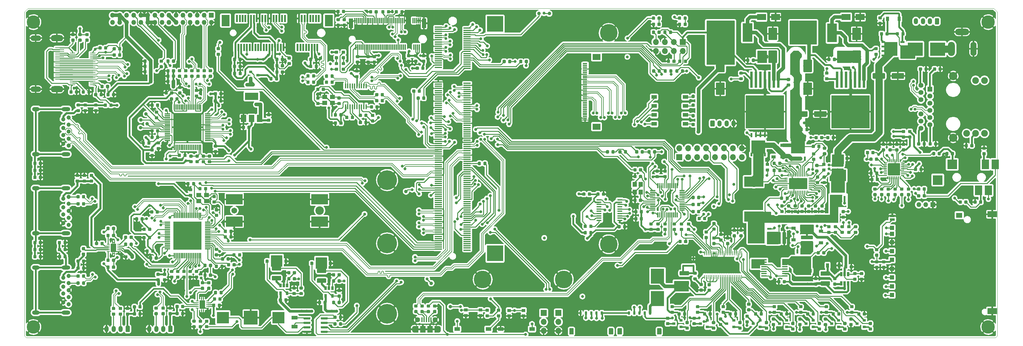
<source format=gbr>
%TF.GenerationSoftware,KiCad,Pcbnew,5.1.2+dfsg1-1*%
%TF.CreationDate,2020-02-17T14:18:57+01:00*%
%TF.ProjectId,reform2-motherboard,7265666f-726d-4322-9d6d-6f7468657262,2.0*%
%TF.SameCoordinates,Original*%
%TF.FileFunction,Copper,L1,Top*%
%TF.FilePolarity,Positive*%
%FSLAX46Y46*%
G04 Gerber Fmt 4.6, Leading zero omitted, Abs format (unit mm)*
G04 Created by KiCad (PCBNEW 5.1.2+dfsg1-1) date 2020-02-17 14:18:57*
%MOMM*%
%LPD*%
G04 APERTURE LIST*
%TA.AperFunction,NonConductor*%
%ADD10C,0.050000*%
%TD*%
%TA.AperFunction,SMDPad,CuDef*%
%ADD11R,4.239260X3.810000*%
%TD*%
%TA.AperFunction,SMDPad,CuDef*%
%ADD12R,3.810000X4.239260*%
%TD*%
%TA.AperFunction,Conductor*%
%ADD13C,0.100000*%
%TD*%
%TA.AperFunction,SMDPad,CuDef*%
%ADD14C,0.875000*%
%TD*%
%TA.AperFunction,BGAPad,CuDef*%
%ADD15C,1.000000*%
%TD*%
%TA.AperFunction,SMDPad,CuDef*%
%ADD16C,1.250000*%
%TD*%
%TA.AperFunction,SMDPad,CuDef*%
%ADD17C,0.600000*%
%TD*%
%TA.AperFunction,SMDPad,CuDef*%
%ADD18R,1.200000X0.900000*%
%TD*%
%TA.AperFunction,SMDPad,CuDef*%
%ADD19R,0.450000X0.600000*%
%TD*%
%TA.AperFunction,SMDPad,CuDef*%
%ADD20R,1.270000X0.610000*%
%TD*%
%TA.AperFunction,SMDPad,CuDef*%
%ADD21R,1.020000X0.610000*%
%TD*%
%TA.AperFunction,SMDPad,CuDef*%
%ADD22R,3.810000X3.910000*%
%TD*%
%TA.AperFunction,SMDPad,CuDef*%
%ADD23R,0.900000X1.200000*%
%TD*%
%TA.AperFunction,SMDPad,CuDef*%
%ADD24R,4.000000X4.000000*%
%TD*%
%TA.AperFunction,SMDPad,CuDef*%
%ADD25R,3.500000X3.300000*%
%TD*%
%TA.AperFunction,ComponentPad*%
%ADD26O,1.350000X1.350000*%
%TD*%
%TA.AperFunction,ComponentPad*%
%ADD27R,1.350000X1.350000*%
%TD*%
%TA.AperFunction,SMDPad,CuDef*%
%ADD28R,1.800000X1.000000*%
%TD*%
%TA.AperFunction,ComponentPad*%
%ADD29O,1.200000X1.750000*%
%TD*%
%TA.AperFunction,ComponentPad*%
%ADD30C,1.200000*%
%TD*%
%TA.AperFunction,SMDPad,CuDef*%
%ADD31C,0.250000*%
%TD*%
%TA.AperFunction,ViaPad*%
%ADD32C,0.500000*%
%TD*%
%TA.AperFunction,SMDPad,CuDef*%
%ADD33C,3.450000*%
%TD*%
%TA.AperFunction,SMDPad,CuDef*%
%ADD34C,1.600000*%
%TD*%
%TA.AperFunction,SMDPad,CuDef*%
%ADD35C,1.000000*%
%TD*%
%TA.AperFunction,SMDPad,CuDef*%
%ADD36R,0.610000X1.270000*%
%TD*%
%TA.AperFunction,SMDPad,CuDef*%
%ADD37R,0.610000X1.020000*%
%TD*%
%TA.AperFunction,SMDPad,CuDef*%
%ADD38R,3.910000X3.810000*%
%TD*%
%TA.AperFunction,SMDPad,CuDef*%
%ADD39R,5.400000X2.900000*%
%TD*%
%TA.AperFunction,SMDPad,CuDef*%
%ADD40C,3.150000*%
%TD*%
%TA.AperFunction,SMDPad,CuDef*%
%ADD41R,0.650000X1.060000*%
%TD*%
%TA.AperFunction,SMDPad,CuDef*%
%ADD42R,0.650000X1.220000*%
%TD*%
%TA.AperFunction,ComponentPad*%
%ADD43C,5.000000*%
%TD*%
%TA.AperFunction,ComponentPad*%
%ADD44C,3.800000*%
%TD*%
%TA.AperFunction,SMDPad,CuDef*%
%ADD45R,1.500000X1.100000*%
%TD*%
%TA.AperFunction,SMDPad,CuDef*%
%ADD46R,8.000000X8.000000*%
%TD*%
%TA.AperFunction,SMDPad,CuDef*%
%ADD47R,1.500000X0.300000*%
%TD*%
%TA.AperFunction,SMDPad,CuDef*%
%ADD48R,0.300000X1.500000*%
%TD*%
%TA.AperFunction,SMDPad,CuDef*%
%ADD49R,0.900000X0.800000*%
%TD*%
%TA.AperFunction,ComponentPad*%
%ADD50O,1.700000X1.700000*%
%TD*%
%TA.AperFunction,ComponentPad*%
%ADD51R,1.700000X1.700000*%
%TD*%
%TA.AperFunction,Conductor*%
%ADD52R,8.000000X8.000000*%
%TD*%
%TA.AperFunction,SMDPad,CuDef*%
%ADD53R,1.400000X1.200000*%
%TD*%
%TA.AperFunction,SMDPad,CuDef*%
%ADD54R,0.450000X1.450000*%
%TD*%
%TA.AperFunction,SMDPad,CuDef*%
%ADD55R,1.450000X0.450000*%
%TD*%
%TA.AperFunction,SMDPad,CuDef*%
%ADD56R,10.800000X9.400000*%
%TD*%
%TA.AperFunction,SMDPad,CuDef*%
%ADD57R,0.800000X4.600000*%
%TD*%
%TA.AperFunction,SMDPad,CuDef*%
%ADD58R,2.000000X0.350000*%
%TD*%
%TA.AperFunction,SMDPad,CuDef*%
%ADD59R,4.600000X4.500000*%
%TD*%
%TA.AperFunction,SMDPad,CuDef*%
%ADD60R,1.400000X0.730000*%
%TD*%
%TA.AperFunction,SMDPad,CuDef*%
%ADD61R,1.200000X1.200000*%
%TD*%
%TA.AperFunction,SMDPad,CuDef*%
%ADD62R,2.800000X1.800000*%
%TD*%
%TA.AperFunction,SMDPad,CuDef*%
%ADD63R,1.800000X1.450000*%
%TD*%
%TA.AperFunction,ComponentPad*%
%ADD64O,3.556000X1.778000*%
%TD*%
%TA.AperFunction,ComponentPad*%
%ADD65O,3.000000X1.500000*%
%TD*%
%TA.AperFunction,SMDPad,CuDef*%
%ADD66R,2.600000X0.280000*%
%TD*%
%TA.AperFunction,SMDPad,CuDef*%
%ADD67R,1.300000X0.300000*%
%TD*%
%TA.AperFunction,SMDPad,CuDef*%
%ADD68R,2.200000X1.800000*%
%TD*%
%TA.AperFunction,SMDPad,CuDef*%
%ADD69R,0.300000X1.550000*%
%TD*%
%TA.AperFunction,SMDPad,CuDef*%
%ADD70R,1.200000X2.750000*%
%TD*%
%TA.AperFunction,SMDPad,CuDef*%
%ADD71C,2.500000*%
%TD*%
%TA.AperFunction,ComponentPad*%
%ADD72O,2.400000X1.200000*%
%TD*%
%TA.AperFunction,ComponentPad*%
%ADD73O,2.100000X1.200000*%
%TD*%
%TA.AperFunction,SMDPad,CuDef*%
%ADD74R,1.500000X2.000000*%
%TD*%
%TA.AperFunction,SMDPad,CuDef*%
%ADD75R,3.800000X2.000000*%
%TD*%
%TA.AperFunction,SMDPad,CuDef*%
%ADD76R,1.560000X0.260000*%
%TD*%
%TA.AperFunction,SMDPad,CuDef*%
%ADD77R,1.000000X0.900000*%
%TD*%
%TA.AperFunction,ComponentPad*%
%ADD78C,5.600000*%
%TD*%
%TA.AperFunction,SMDPad,CuDef*%
%ADD79R,1.200000X1.400000*%
%TD*%
%TA.AperFunction,SMDPad,CuDef*%
%ADD80R,2.800000X5.300000*%
%TD*%
%TA.AperFunction,ComponentPad*%
%ADD81C,2.400000*%
%TD*%
%TA.AperFunction,ComponentPad*%
%ADD82C,1.650000*%
%TD*%
%TA.AperFunction,SMDPad,CuDef*%
%ADD83R,4.800000X3.000000*%
%TD*%
%TA.AperFunction,SMDPad,CuDef*%
%ADD84C,0.300000*%
%TD*%
%TA.AperFunction,SMDPad,CuDef*%
%ADD85R,1.200000X1.900000*%
%TD*%
%TA.AperFunction,ComponentPad*%
%ADD86O,1.200000X1.900000*%
%TD*%
%TA.AperFunction,SMDPad,CuDef*%
%ADD87R,1.500000X1.900000*%
%TD*%
%TA.AperFunction,ComponentPad*%
%ADD88C,1.450000*%
%TD*%
%TA.AperFunction,SMDPad,CuDef*%
%ADD89R,0.400000X1.350000*%
%TD*%
%TA.AperFunction,SMDPad,CuDef*%
%ADD90R,2.500000X1.800000*%
%TD*%
%TA.AperFunction,ViaPad*%
%ADD91C,0.600000*%
%TD*%
%TA.AperFunction,SMDPad,CuDef*%
%ADD92R,0.280000X0.700000*%
%TD*%
%TA.AperFunction,SMDPad,CuDef*%
%ADD93R,1.650000X2.400000*%
%TD*%
%TA.AperFunction,SMDPad,CuDef*%
%ADD94R,0.850000X0.280000*%
%TD*%
%TA.AperFunction,SMDPad,CuDef*%
%ADD95R,2.800000X2.800000*%
%TD*%
%TA.AperFunction,SMDPad,CuDef*%
%ADD96R,2.000000X2.800000*%
%TD*%
%TA.AperFunction,SMDPad,CuDef*%
%ADD97R,0.600000X2.000000*%
%TD*%
%TA.AperFunction,SMDPad,CuDef*%
%ADD98R,2.300000X3.200000*%
%TD*%
%TA.AperFunction,SMDPad,CuDef*%
%ADD99R,1.500000X0.450000*%
%TD*%
%TA.AperFunction,SMDPad,CuDef*%
%ADD100R,0.250000X1.250000*%
%TD*%
%TA.AperFunction,ComponentPad*%
%ADD101C,1.398000*%
%TD*%
%TA.AperFunction,ComponentPad*%
%ADD102R,1.398000X1.398000*%
%TD*%
%TA.AperFunction,ComponentPad*%
%ADD103C,1.905000*%
%TD*%
%TA.AperFunction,ComponentPad*%
%ADD104C,2.355000*%
%TD*%
%TA.AperFunction,ComponentPad*%
%ADD105O,1.750000X4.000000*%
%TD*%
%TA.AperFunction,ComponentPad*%
%ADD106O,4.000000X1.800000*%
%TD*%
%TA.AperFunction,ComponentPad*%
%ADD107O,2.000000X4.000000*%
%TD*%
%TA.AperFunction,ViaPad*%
%ADD108C,0.800000*%
%TD*%
%TA.AperFunction,Conductor*%
%ADD109C,0.200000*%
%TD*%
%TA.AperFunction,Conductor*%
%ADD110C,0.250000*%
%TD*%
%TA.AperFunction,Conductor*%
%ADD111C,0.500000*%
%TD*%
%TA.AperFunction,Conductor*%
%ADD112C,0.400000*%
%TD*%
%TA.AperFunction,Conductor*%
%ADD113C,0.800000*%
%TD*%
%TA.AperFunction,Conductor*%
%ADD114C,0.600000*%
%TD*%
%TA.AperFunction,Conductor*%
%ADD115C,1.000000*%
%TD*%
%TA.AperFunction,Conductor*%
%ADD116C,0.300000*%
%TD*%
%TA.AperFunction,Conductor*%
%ADD117C,1.200000*%
%TD*%
%TA.AperFunction,Conductor*%
%ADD118C,1.500000*%
%TD*%
%TA.AperFunction,Conductor*%
%ADD119C,3.000000*%
%TD*%
%TA.AperFunction,Conductor*%
%ADD120C,1.300000*%
%TD*%
%TA.AperFunction,Conductor*%
%ADD121C,2.000000*%
%TD*%
%TA.AperFunction,Conductor*%
%ADD122C,0.254000*%
%TD*%
G04 APERTURE END LIST*
D10*
X315500000Y-133000000D02*
X315000000Y-133500000D01*
X315500000Y-41000000D02*
X315500000Y-133000000D01*
X40000000Y-133500000D02*
X39500000Y-133000000D01*
X40500000Y-40000000D02*
X39500000Y-41000000D01*
X314500000Y-40000000D02*
X315500000Y-41000000D01*
X315000000Y-133500000D02*
X40000000Y-133500000D01*
X39500000Y-133000000D02*
X39500000Y-41000000D01*
X40500000Y-40000000D02*
X314500000Y-40000000D01*
D11*
%TO.P,F1,2*%
%TO.N,Net-(C149-Pad1)*%
X292212300Y-51600000D03*
%TO.P,F1,1*%
%TO.N,/Reform 2 Power/24V_IN*%
X298587700Y-51600000D03*
%TD*%
D12*
%TO.P,F2,2*%
%TO.N,BAT1+*%
X219100000Y-122387700D03*
%TO.P,F2,1*%
%TO.N,/Reform 2 Power/BAT1FUSED*%
X219100000Y-116012300D03*
%TD*%
D13*
%TO.N,Net-(R193-Pad2)*%
%TO.C,R193*%
G36*
X267977691Y-101576053D02*
G01*
X267998926Y-101579203D01*
X268019750Y-101584419D01*
X268039962Y-101591651D01*
X268059368Y-101600830D01*
X268077781Y-101611866D01*
X268095024Y-101624654D01*
X268110930Y-101639070D01*
X268125346Y-101654976D01*
X268138134Y-101672219D01*
X268149170Y-101690632D01*
X268158349Y-101710038D01*
X268165581Y-101730250D01*
X268170797Y-101751074D01*
X268173947Y-101772309D01*
X268175000Y-101793750D01*
X268175000Y-102231250D01*
X268173947Y-102252691D01*
X268170797Y-102273926D01*
X268165581Y-102294750D01*
X268158349Y-102314962D01*
X268149170Y-102334368D01*
X268138134Y-102352781D01*
X268125346Y-102370024D01*
X268110930Y-102385930D01*
X268095024Y-102400346D01*
X268077781Y-102413134D01*
X268059368Y-102424170D01*
X268039962Y-102433349D01*
X268019750Y-102440581D01*
X267998926Y-102445797D01*
X267977691Y-102448947D01*
X267956250Y-102450000D01*
X267443750Y-102450000D01*
X267422309Y-102448947D01*
X267401074Y-102445797D01*
X267380250Y-102440581D01*
X267360038Y-102433349D01*
X267340632Y-102424170D01*
X267322219Y-102413134D01*
X267304976Y-102400346D01*
X267289070Y-102385930D01*
X267274654Y-102370024D01*
X267261866Y-102352781D01*
X267250830Y-102334368D01*
X267241651Y-102314962D01*
X267234419Y-102294750D01*
X267229203Y-102273926D01*
X267226053Y-102252691D01*
X267225000Y-102231250D01*
X267225000Y-101793750D01*
X267226053Y-101772309D01*
X267229203Y-101751074D01*
X267234419Y-101730250D01*
X267241651Y-101710038D01*
X267250830Y-101690632D01*
X267261866Y-101672219D01*
X267274654Y-101654976D01*
X267289070Y-101639070D01*
X267304976Y-101624654D01*
X267322219Y-101611866D01*
X267340632Y-101600830D01*
X267360038Y-101591651D01*
X267380250Y-101584419D01*
X267401074Y-101579203D01*
X267422309Y-101576053D01*
X267443750Y-101575000D01*
X267956250Y-101575000D01*
X267977691Y-101576053D01*
X267977691Y-101576053D01*
G37*
D14*
%TD*%
%TO.P,R193,2*%
%TO.N,Net-(R193-Pad2)*%
X267700000Y-102012500D03*
D13*
%TO.N,/Reform 2 Power/CHG_INTVCC*%
%TO.C,R193*%
G36*
X267977691Y-103151053D02*
G01*
X267998926Y-103154203D01*
X268019750Y-103159419D01*
X268039962Y-103166651D01*
X268059368Y-103175830D01*
X268077781Y-103186866D01*
X268095024Y-103199654D01*
X268110930Y-103214070D01*
X268125346Y-103229976D01*
X268138134Y-103247219D01*
X268149170Y-103265632D01*
X268158349Y-103285038D01*
X268165581Y-103305250D01*
X268170797Y-103326074D01*
X268173947Y-103347309D01*
X268175000Y-103368750D01*
X268175000Y-103806250D01*
X268173947Y-103827691D01*
X268170797Y-103848926D01*
X268165581Y-103869750D01*
X268158349Y-103889962D01*
X268149170Y-103909368D01*
X268138134Y-103927781D01*
X268125346Y-103945024D01*
X268110930Y-103960930D01*
X268095024Y-103975346D01*
X268077781Y-103988134D01*
X268059368Y-103999170D01*
X268039962Y-104008349D01*
X268019750Y-104015581D01*
X267998926Y-104020797D01*
X267977691Y-104023947D01*
X267956250Y-104025000D01*
X267443750Y-104025000D01*
X267422309Y-104023947D01*
X267401074Y-104020797D01*
X267380250Y-104015581D01*
X267360038Y-104008349D01*
X267340632Y-103999170D01*
X267322219Y-103988134D01*
X267304976Y-103975346D01*
X267289070Y-103960930D01*
X267274654Y-103945024D01*
X267261866Y-103927781D01*
X267250830Y-103909368D01*
X267241651Y-103889962D01*
X267234419Y-103869750D01*
X267229203Y-103848926D01*
X267226053Y-103827691D01*
X267225000Y-103806250D01*
X267225000Y-103368750D01*
X267226053Y-103347309D01*
X267229203Y-103326074D01*
X267234419Y-103305250D01*
X267241651Y-103285038D01*
X267250830Y-103265632D01*
X267261866Y-103247219D01*
X267274654Y-103229976D01*
X267289070Y-103214070D01*
X267304976Y-103199654D01*
X267322219Y-103186866D01*
X267340632Y-103175830D01*
X267360038Y-103166651D01*
X267380250Y-103159419D01*
X267401074Y-103154203D01*
X267422309Y-103151053D01*
X267443750Y-103150000D01*
X267956250Y-103150000D01*
X267977691Y-103151053D01*
X267977691Y-103151053D01*
G37*
D14*
%TD*%
%TO.P,R193,1*%
%TO.N,/Reform 2 Power/CHG_INTVCC*%
X267700000Y-103587500D03*
D13*
%TO.N,Net-(R161-Pad2)*%
%TO.C,R161*%
G36*
X61752691Y-61726053D02*
G01*
X61773926Y-61729203D01*
X61794750Y-61734419D01*
X61814962Y-61741651D01*
X61834368Y-61750830D01*
X61852781Y-61761866D01*
X61870024Y-61774654D01*
X61885930Y-61789070D01*
X61900346Y-61804976D01*
X61913134Y-61822219D01*
X61924170Y-61840632D01*
X61933349Y-61860038D01*
X61940581Y-61880250D01*
X61945797Y-61901074D01*
X61948947Y-61922309D01*
X61950000Y-61943750D01*
X61950000Y-62456250D01*
X61948947Y-62477691D01*
X61945797Y-62498926D01*
X61940581Y-62519750D01*
X61933349Y-62539962D01*
X61924170Y-62559368D01*
X61913134Y-62577781D01*
X61900346Y-62595024D01*
X61885930Y-62610930D01*
X61870024Y-62625346D01*
X61852781Y-62638134D01*
X61834368Y-62649170D01*
X61814962Y-62658349D01*
X61794750Y-62665581D01*
X61773926Y-62670797D01*
X61752691Y-62673947D01*
X61731250Y-62675000D01*
X61293750Y-62675000D01*
X61272309Y-62673947D01*
X61251074Y-62670797D01*
X61230250Y-62665581D01*
X61210038Y-62658349D01*
X61190632Y-62649170D01*
X61172219Y-62638134D01*
X61154976Y-62625346D01*
X61139070Y-62610930D01*
X61124654Y-62595024D01*
X61111866Y-62577781D01*
X61100830Y-62559368D01*
X61091651Y-62539962D01*
X61084419Y-62519750D01*
X61079203Y-62498926D01*
X61076053Y-62477691D01*
X61075000Y-62456250D01*
X61075000Y-61943750D01*
X61076053Y-61922309D01*
X61079203Y-61901074D01*
X61084419Y-61880250D01*
X61091651Y-61860038D01*
X61100830Y-61840632D01*
X61111866Y-61822219D01*
X61124654Y-61804976D01*
X61139070Y-61789070D01*
X61154976Y-61774654D01*
X61172219Y-61761866D01*
X61190632Y-61750830D01*
X61210038Y-61741651D01*
X61230250Y-61734419D01*
X61251074Y-61729203D01*
X61272309Y-61726053D01*
X61293750Y-61725000D01*
X61731250Y-61725000D01*
X61752691Y-61726053D01*
X61752691Y-61726053D01*
G37*
D14*
%TD*%
%TO.P,R161,2*%
%TO.N,Net-(R161-Pad2)*%
X61512500Y-62200000D03*
D13*
%TO.N,+3V3*%
%TO.C,R161*%
G36*
X63327691Y-61726053D02*
G01*
X63348926Y-61729203D01*
X63369750Y-61734419D01*
X63389962Y-61741651D01*
X63409368Y-61750830D01*
X63427781Y-61761866D01*
X63445024Y-61774654D01*
X63460930Y-61789070D01*
X63475346Y-61804976D01*
X63488134Y-61822219D01*
X63499170Y-61840632D01*
X63508349Y-61860038D01*
X63515581Y-61880250D01*
X63520797Y-61901074D01*
X63523947Y-61922309D01*
X63525000Y-61943750D01*
X63525000Y-62456250D01*
X63523947Y-62477691D01*
X63520797Y-62498926D01*
X63515581Y-62519750D01*
X63508349Y-62539962D01*
X63499170Y-62559368D01*
X63488134Y-62577781D01*
X63475346Y-62595024D01*
X63460930Y-62610930D01*
X63445024Y-62625346D01*
X63427781Y-62638134D01*
X63409368Y-62649170D01*
X63389962Y-62658349D01*
X63369750Y-62665581D01*
X63348926Y-62670797D01*
X63327691Y-62673947D01*
X63306250Y-62675000D01*
X62868750Y-62675000D01*
X62847309Y-62673947D01*
X62826074Y-62670797D01*
X62805250Y-62665581D01*
X62785038Y-62658349D01*
X62765632Y-62649170D01*
X62747219Y-62638134D01*
X62729976Y-62625346D01*
X62714070Y-62610930D01*
X62699654Y-62595024D01*
X62686866Y-62577781D01*
X62675830Y-62559368D01*
X62666651Y-62539962D01*
X62659419Y-62519750D01*
X62654203Y-62498926D01*
X62651053Y-62477691D01*
X62650000Y-62456250D01*
X62650000Y-61943750D01*
X62651053Y-61922309D01*
X62654203Y-61901074D01*
X62659419Y-61880250D01*
X62666651Y-61860038D01*
X62675830Y-61840632D01*
X62686866Y-61822219D01*
X62699654Y-61804976D01*
X62714070Y-61789070D01*
X62729976Y-61774654D01*
X62747219Y-61761866D01*
X62765632Y-61750830D01*
X62785038Y-61741651D01*
X62805250Y-61734419D01*
X62826074Y-61729203D01*
X62847309Y-61726053D01*
X62868750Y-61725000D01*
X63306250Y-61725000D01*
X63327691Y-61726053D01*
X63327691Y-61726053D01*
G37*
D14*
%TD*%
%TO.P,R161,1*%
%TO.N,+3V3*%
X63087500Y-62200000D03*
D13*
%TO.N,GND*%
%TO.C,C153*%
G36*
X127952691Y-72126053D02*
G01*
X127973926Y-72129203D01*
X127994750Y-72134419D01*
X128014962Y-72141651D01*
X128034368Y-72150830D01*
X128052781Y-72161866D01*
X128070024Y-72174654D01*
X128085930Y-72189070D01*
X128100346Y-72204976D01*
X128113134Y-72222219D01*
X128124170Y-72240632D01*
X128133349Y-72260038D01*
X128140581Y-72280250D01*
X128145797Y-72301074D01*
X128148947Y-72322309D01*
X128150000Y-72343750D01*
X128150000Y-72856250D01*
X128148947Y-72877691D01*
X128145797Y-72898926D01*
X128140581Y-72919750D01*
X128133349Y-72939962D01*
X128124170Y-72959368D01*
X128113134Y-72977781D01*
X128100346Y-72995024D01*
X128085930Y-73010930D01*
X128070024Y-73025346D01*
X128052781Y-73038134D01*
X128034368Y-73049170D01*
X128014962Y-73058349D01*
X127994750Y-73065581D01*
X127973926Y-73070797D01*
X127952691Y-73073947D01*
X127931250Y-73075000D01*
X127493750Y-73075000D01*
X127472309Y-73073947D01*
X127451074Y-73070797D01*
X127430250Y-73065581D01*
X127410038Y-73058349D01*
X127390632Y-73049170D01*
X127372219Y-73038134D01*
X127354976Y-73025346D01*
X127339070Y-73010930D01*
X127324654Y-72995024D01*
X127311866Y-72977781D01*
X127300830Y-72959368D01*
X127291651Y-72939962D01*
X127284419Y-72919750D01*
X127279203Y-72898926D01*
X127276053Y-72877691D01*
X127275000Y-72856250D01*
X127275000Y-72343750D01*
X127276053Y-72322309D01*
X127279203Y-72301074D01*
X127284419Y-72280250D01*
X127291651Y-72260038D01*
X127300830Y-72240632D01*
X127311866Y-72222219D01*
X127324654Y-72204976D01*
X127339070Y-72189070D01*
X127354976Y-72174654D01*
X127372219Y-72161866D01*
X127390632Y-72150830D01*
X127410038Y-72141651D01*
X127430250Y-72134419D01*
X127451074Y-72129203D01*
X127472309Y-72126053D01*
X127493750Y-72125000D01*
X127931250Y-72125000D01*
X127952691Y-72126053D01*
X127952691Y-72126053D01*
G37*
D14*
%TD*%
%TO.P,C153,2*%
%TO.N,GND*%
X127712500Y-72600000D03*
D13*
%TO.N,Net-(C123-Pad1)*%
%TO.C,C153*%
G36*
X129527691Y-72126053D02*
G01*
X129548926Y-72129203D01*
X129569750Y-72134419D01*
X129589962Y-72141651D01*
X129609368Y-72150830D01*
X129627781Y-72161866D01*
X129645024Y-72174654D01*
X129660930Y-72189070D01*
X129675346Y-72204976D01*
X129688134Y-72222219D01*
X129699170Y-72240632D01*
X129708349Y-72260038D01*
X129715581Y-72280250D01*
X129720797Y-72301074D01*
X129723947Y-72322309D01*
X129725000Y-72343750D01*
X129725000Y-72856250D01*
X129723947Y-72877691D01*
X129720797Y-72898926D01*
X129715581Y-72919750D01*
X129708349Y-72939962D01*
X129699170Y-72959368D01*
X129688134Y-72977781D01*
X129675346Y-72995024D01*
X129660930Y-73010930D01*
X129645024Y-73025346D01*
X129627781Y-73038134D01*
X129609368Y-73049170D01*
X129589962Y-73058349D01*
X129569750Y-73065581D01*
X129548926Y-73070797D01*
X129527691Y-73073947D01*
X129506250Y-73075000D01*
X129068750Y-73075000D01*
X129047309Y-73073947D01*
X129026074Y-73070797D01*
X129005250Y-73065581D01*
X128985038Y-73058349D01*
X128965632Y-73049170D01*
X128947219Y-73038134D01*
X128929976Y-73025346D01*
X128914070Y-73010930D01*
X128899654Y-72995024D01*
X128886866Y-72977781D01*
X128875830Y-72959368D01*
X128866651Y-72939962D01*
X128859419Y-72919750D01*
X128854203Y-72898926D01*
X128851053Y-72877691D01*
X128850000Y-72856250D01*
X128850000Y-72343750D01*
X128851053Y-72322309D01*
X128854203Y-72301074D01*
X128859419Y-72280250D01*
X128866651Y-72260038D01*
X128875830Y-72240632D01*
X128886866Y-72222219D01*
X128899654Y-72204976D01*
X128914070Y-72189070D01*
X128929976Y-72174654D01*
X128947219Y-72161866D01*
X128965632Y-72150830D01*
X128985038Y-72141651D01*
X129005250Y-72134419D01*
X129026074Y-72129203D01*
X129047309Y-72126053D01*
X129068750Y-72125000D01*
X129506250Y-72125000D01*
X129527691Y-72126053D01*
X129527691Y-72126053D01*
G37*
D14*
%TD*%
%TO.P,C153,1*%
%TO.N,Net-(C123-Pad1)*%
X129287500Y-72600000D03*
D13*
%TO.N,GND*%
%TO.C,C152*%
G36*
X134077691Y-57376053D02*
G01*
X134098926Y-57379203D01*
X134119750Y-57384419D01*
X134139962Y-57391651D01*
X134159368Y-57400830D01*
X134177781Y-57411866D01*
X134195024Y-57424654D01*
X134210930Y-57439070D01*
X134225346Y-57454976D01*
X134238134Y-57472219D01*
X134249170Y-57490632D01*
X134258349Y-57510038D01*
X134265581Y-57530250D01*
X134270797Y-57551074D01*
X134273947Y-57572309D01*
X134275000Y-57593750D01*
X134275000Y-58031250D01*
X134273947Y-58052691D01*
X134270797Y-58073926D01*
X134265581Y-58094750D01*
X134258349Y-58114962D01*
X134249170Y-58134368D01*
X134238134Y-58152781D01*
X134225346Y-58170024D01*
X134210930Y-58185930D01*
X134195024Y-58200346D01*
X134177781Y-58213134D01*
X134159368Y-58224170D01*
X134139962Y-58233349D01*
X134119750Y-58240581D01*
X134098926Y-58245797D01*
X134077691Y-58248947D01*
X134056250Y-58250000D01*
X133543750Y-58250000D01*
X133522309Y-58248947D01*
X133501074Y-58245797D01*
X133480250Y-58240581D01*
X133460038Y-58233349D01*
X133440632Y-58224170D01*
X133422219Y-58213134D01*
X133404976Y-58200346D01*
X133389070Y-58185930D01*
X133374654Y-58170024D01*
X133361866Y-58152781D01*
X133350830Y-58134368D01*
X133341651Y-58114962D01*
X133334419Y-58094750D01*
X133329203Y-58073926D01*
X133326053Y-58052691D01*
X133325000Y-58031250D01*
X133325000Y-57593750D01*
X133326053Y-57572309D01*
X133329203Y-57551074D01*
X133334419Y-57530250D01*
X133341651Y-57510038D01*
X133350830Y-57490632D01*
X133361866Y-57472219D01*
X133374654Y-57454976D01*
X133389070Y-57439070D01*
X133404976Y-57424654D01*
X133422219Y-57411866D01*
X133440632Y-57400830D01*
X133460038Y-57391651D01*
X133480250Y-57384419D01*
X133501074Y-57379203D01*
X133522309Y-57376053D01*
X133543750Y-57375000D01*
X134056250Y-57375000D01*
X134077691Y-57376053D01*
X134077691Y-57376053D01*
G37*
D14*
%TD*%
%TO.P,C152,2*%
%TO.N,GND*%
X133800000Y-57812500D03*
D13*
%TO.N,Net-(C123-Pad1)*%
%TO.C,C152*%
G36*
X134077691Y-58951053D02*
G01*
X134098926Y-58954203D01*
X134119750Y-58959419D01*
X134139962Y-58966651D01*
X134159368Y-58975830D01*
X134177781Y-58986866D01*
X134195024Y-58999654D01*
X134210930Y-59014070D01*
X134225346Y-59029976D01*
X134238134Y-59047219D01*
X134249170Y-59065632D01*
X134258349Y-59085038D01*
X134265581Y-59105250D01*
X134270797Y-59126074D01*
X134273947Y-59147309D01*
X134275000Y-59168750D01*
X134275000Y-59606250D01*
X134273947Y-59627691D01*
X134270797Y-59648926D01*
X134265581Y-59669750D01*
X134258349Y-59689962D01*
X134249170Y-59709368D01*
X134238134Y-59727781D01*
X134225346Y-59745024D01*
X134210930Y-59760930D01*
X134195024Y-59775346D01*
X134177781Y-59788134D01*
X134159368Y-59799170D01*
X134139962Y-59808349D01*
X134119750Y-59815581D01*
X134098926Y-59820797D01*
X134077691Y-59823947D01*
X134056250Y-59825000D01*
X133543750Y-59825000D01*
X133522309Y-59823947D01*
X133501074Y-59820797D01*
X133480250Y-59815581D01*
X133460038Y-59808349D01*
X133440632Y-59799170D01*
X133422219Y-59788134D01*
X133404976Y-59775346D01*
X133389070Y-59760930D01*
X133374654Y-59745024D01*
X133361866Y-59727781D01*
X133350830Y-59709368D01*
X133341651Y-59689962D01*
X133334419Y-59669750D01*
X133329203Y-59648926D01*
X133326053Y-59627691D01*
X133325000Y-59606250D01*
X133325000Y-59168750D01*
X133326053Y-59147309D01*
X133329203Y-59126074D01*
X133334419Y-59105250D01*
X133341651Y-59085038D01*
X133350830Y-59065632D01*
X133361866Y-59047219D01*
X133374654Y-59029976D01*
X133389070Y-59014070D01*
X133404976Y-58999654D01*
X133422219Y-58986866D01*
X133440632Y-58975830D01*
X133460038Y-58966651D01*
X133480250Y-58959419D01*
X133501074Y-58954203D01*
X133522309Y-58951053D01*
X133543750Y-58950000D01*
X134056250Y-58950000D01*
X134077691Y-58951053D01*
X134077691Y-58951053D01*
G37*
D14*
%TD*%
%TO.P,C152,1*%
%TO.N,Net-(C123-Pad1)*%
X133800000Y-59387500D03*
D13*
%TO.N,Net-(C149-Pad1)*%
%TO.C,R167*%
G36*
X284477691Y-46776053D02*
G01*
X284498926Y-46779203D01*
X284519750Y-46784419D01*
X284539962Y-46791651D01*
X284559368Y-46800830D01*
X284577781Y-46811866D01*
X284595024Y-46824654D01*
X284610930Y-46839070D01*
X284625346Y-46854976D01*
X284638134Y-46872219D01*
X284649170Y-46890632D01*
X284658349Y-46910038D01*
X284665581Y-46930250D01*
X284670797Y-46951074D01*
X284673947Y-46972309D01*
X284675000Y-46993750D01*
X284675000Y-47506250D01*
X284673947Y-47527691D01*
X284670797Y-47548926D01*
X284665581Y-47569750D01*
X284658349Y-47589962D01*
X284649170Y-47609368D01*
X284638134Y-47627781D01*
X284625346Y-47645024D01*
X284610930Y-47660930D01*
X284595024Y-47675346D01*
X284577781Y-47688134D01*
X284559368Y-47699170D01*
X284539962Y-47708349D01*
X284519750Y-47715581D01*
X284498926Y-47720797D01*
X284477691Y-47723947D01*
X284456250Y-47725000D01*
X284018750Y-47725000D01*
X283997309Y-47723947D01*
X283976074Y-47720797D01*
X283955250Y-47715581D01*
X283935038Y-47708349D01*
X283915632Y-47699170D01*
X283897219Y-47688134D01*
X283879976Y-47675346D01*
X283864070Y-47660930D01*
X283849654Y-47645024D01*
X283836866Y-47627781D01*
X283825830Y-47609368D01*
X283816651Y-47589962D01*
X283809419Y-47569750D01*
X283804203Y-47548926D01*
X283801053Y-47527691D01*
X283800000Y-47506250D01*
X283800000Y-46993750D01*
X283801053Y-46972309D01*
X283804203Y-46951074D01*
X283809419Y-46930250D01*
X283816651Y-46910038D01*
X283825830Y-46890632D01*
X283836866Y-46872219D01*
X283849654Y-46854976D01*
X283864070Y-46839070D01*
X283879976Y-46824654D01*
X283897219Y-46811866D01*
X283915632Y-46800830D01*
X283935038Y-46791651D01*
X283955250Y-46784419D01*
X283976074Y-46779203D01*
X283997309Y-46776053D01*
X284018750Y-46775000D01*
X284456250Y-46775000D01*
X284477691Y-46776053D01*
X284477691Y-46776053D01*
G37*
D14*
%TD*%
%TO.P,R167,2*%
%TO.N,Net-(C149-Pad1)*%
X284237500Y-47250000D03*
D13*
%TO.N,Net-(C160-Pad1)*%
%TO.C,R167*%
G36*
X282902691Y-46776053D02*
G01*
X282923926Y-46779203D01*
X282944750Y-46784419D01*
X282964962Y-46791651D01*
X282984368Y-46800830D01*
X283002781Y-46811866D01*
X283020024Y-46824654D01*
X283035930Y-46839070D01*
X283050346Y-46854976D01*
X283063134Y-46872219D01*
X283074170Y-46890632D01*
X283083349Y-46910038D01*
X283090581Y-46930250D01*
X283095797Y-46951074D01*
X283098947Y-46972309D01*
X283100000Y-46993750D01*
X283100000Y-47506250D01*
X283098947Y-47527691D01*
X283095797Y-47548926D01*
X283090581Y-47569750D01*
X283083349Y-47589962D01*
X283074170Y-47609368D01*
X283063134Y-47627781D01*
X283050346Y-47645024D01*
X283035930Y-47660930D01*
X283020024Y-47675346D01*
X283002781Y-47688134D01*
X282984368Y-47699170D01*
X282964962Y-47708349D01*
X282944750Y-47715581D01*
X282923926Y-47720797D01*
X282902691Y-47723947D01*
X282881250Y-47725000D01*
X282443750Y-47725000D01*
X282422309Y-47723947D01*
X282401074Y-47720797D01*
X282380250Y-47715581D01*
X282360038Y-47708349D01*
X282340632Y-47699170D01*
X282322219Y-47688134D01*
X282304976Y-47675346D01*
X282289070Y-47660930D01*
X282274654Y-47645024D01*
X282261866Y-47627781D01*
X282250830Y-47609368D01*
X282241651Y-47589962D01*
X282234419Y-47569750D01*
X282229203Y-47548926D01*
X282226053Y-47527691D01*
X282225000Y-47506250D01*
X282225000Y-46993750D01*
X282226053Y-46972309D01*
X282229203Y-46951074D01*
X282234419Y-46930250D01*
X282241651Y-46910038D01*
X282250830Y-46890632D01*
X282261866Y-46872219D01*
X282274654Y-46854976D01*
X282289070Y-46839070D01*
X282304976Y-46824654D01*
X282322219Y-46811866D01*
X282340632Y-46800830D01*
X282360038Y-46791651D01*
X282380250Y-46784419D01*
X282401074Y-46779203D01*
X282422309Y-46776053D01*
X282443750Y-46775000D01*
X282881250Y-46775000D01*
X282902691Y-46776053D01*
X282902691Y-46776053D01*
G37*
D14*
%TD*%
%TO.P,R167,1*%
%TO.N,Net-(C160-Pad1)*%
X282662500Y-47250000D03*
D13*
%TO.N,Net-(C149-Pad2)*%
%TO.C,R153*%
G36*
X282527691Y-42276053D02*
G01*
X282548926Y-42279203D01*
X282569750Y-42284419D01*
X282589962Y-42291651D01*
X282609368Y-42300830D01*
X282627781Y-42311866D01*
X282645024Y-42324654D01*
X282660930Y-42339070D01*
X282675346Y-42354976D01*
X282688134Y-42372219D01*
X282699170Y-42390632D01*
X282708349Y-42410038D01*
X282715581Y-42430250D01*
X282720797Y-42451074D01*
X282723947Y-42472309D01*
X282725000Y-42493750D01*
X282725000Y-42931250D01*
X282723947Y-42952691D01*
X282720797Y-42973926D01*
X282715581Y-42994750D01*
X282708349Y-43014962D01*
X282699170Y-43034368D01*
X282688134Y-43052781D01*
X282675346Y-43070024D01*
X282660930Y-43085930D01*
X282645024Y-43100346D01*
X282627781Y-43113134D01*
X282609368Y-43124170D01*
X282589962Y-43133349D01*
X282569750Y-43140581D01*
X282548926Y-43145797D01*
X282527691Y-43148947D01*
X282506250Y-43150000D01*
X281993750Y-43150000D01*
X281972309Y-43148947D01*
X281951074Y-43145797D01*
X281930250Y-43140581D01*
X281910038Y-43133349D01*
X281890632Y-43124170D01*
X281872219Y-43113134D01*
X281854976Y-43100346D01*
X281839070Y-43085930D01*
X281824654Y-43070024D01*
X281811866Y-43052781D01*
X281800830Y-43034368D01*
X281791651Y-43014962D01*
X281784419Y-42994750D01*
X281779203Y-42973926D01*
X281776053Y-42952691D01*
X281775000Y-42931250D01*
X281775000Y-42493750D01*
X281776053Y-42472309D01*
X281779203Y-42451074D01*
X281784419Y-42430250D01*
X281791651Y-42410038D01*
X281800830Y-42390632D01*
X281811866Y-42372219D01*
X281824654Y-42354976D01*
X281839070Y-42339070D01*
X281854976Y-42324654D01*
X281872219Y-42311866D01*
X281890632Y-42300830D01*
X281910038Y-42291651D01*
X281930250Y-42284419D01*
X281951074Y-42279203D01*
X281972309Y-42276053D01*
X281993750Y-42275000D01*
X282506250Y-42275000D01*
X282527691Y-42276053D01*
X282527691Y-42276053D01*
G37*
D14*
%TD*%
%TO.P,R153,2*%
%TO.N,Net-(C149-Pad2)*%
X282250000Y-42712500D03*
D13*
%TO.N,GND*%
%TO.C,R153*%
G36*
X282527691Y-43851053D02*
G01*
X282548926Y-43854203D01*
X282569750Y-43859419D01*
X282589962Y-43866651D01*
X282609368Y-43875830D01*
X282627781Y-43886866D01*
X282645024Y-43899654D01*
X282660930Y-43914070D01*
X282675346Y-43929976D01*
X282688134Y-43947219D01*
X282699170Y-43965632D01*
X282708349Y-43985038D01*
X282715581Y-44005250D01*
X282720797Y-44026074D01*
X282723947Y-44047309D01*
X282725000Y-44068750D01*
X282725000Y-44506250D01*
X282723947Y-44527691D01*
X282720797Y-44548926D01*
X282715581Y-44569750D01*
X282708349Y-44589962D01*
X282699170Y-44609368D01*
X282688134Y-44627781D01*
X282675346Y-44645024D01*
X282660930Y-44660930D01*
X282645024Y-44675346D01*
X282627781Y-44688134D01*
X282609368Y-44699170D01*
X282589962Y-44708349D01*
X282569750Y-44715581D01*
X282548926Y-44720797D01*
X282527691Y-44723947D01*
X282506250Y-44725000D01*
X281993750Y-44725000D01*
X281972309Y-44723947D01*
X281951074Y-44720797D01*
X281930250Y-44715581D01*
X281910038Y-44708349D01*
X281890632Y-44699170D01*
X281872219Y-44688134D01*
X281854976Y-44675346D01*
X281839070Y-44660930D01*
X281824654Y-44645024D01*
X281811866Y-44627781D01*
X281800830Y-44609368D01*
X281791651Y-44589962D01*
X281784419Y-44569750D01*
X281779203Y-44548926D01*
X281776053Y-44527691D01*
X281775000Y-44506250D01*
X281775000Y-44068750D01*
X281776053Y-44047309D01*
X281779203Y-44026074D01*
X281784419Y-44005250D01*
X281791651Y-43985038D01*
X281800830Y-43965632D01*
X281811866Y-43947219D01*
X281824654Y-43929976D01*
X281839070Y-43914070D01*
X281854976Y-43899654D01*
X281872219Y-43886866D01*
X281890632Y-43875830D01*
X281910038Y-43866651D01*
X281930250Y-43859419D01*
X281951074Y-43854203D01*
X281972309Y-43851053D01*
X281993750Y-43850000D01*
X282506250Y-43850000D01*
X282527691Y-43851053D01*
X282527691Y-43851053D01*
G37*
D14*
%TD*%
%TO.P,R153,1*%
%TO.N,GND*%
X282250000Y-44287500D03*
D15*
%TO.P,TP1,1*%
%TO.N,IMX_PWM4*%
X160300000Y-124700000D03*
%TD*%
D13*
%TO.N,N/C*%
%TO.C,J13*%
G36*
X208794504Y-130796204D02*
G01*
X208818773Y-130799804D01*
X208842571Y-130805765D01*
X208865671Y-130814030D01*
X208887849Y-130824520D01*
X208908893Y-130837133D01*
X208928598Y-130851747D01*
X208946777Y-130868223D01*
X208963253Y-130886402D01*
X208977867Y-130906107D01*
X208990480Y-130927151D01*
X209000970Y-130949329D01*
X209009235Y-130972429D01*
X209015196Y-130996227D01*
X209018796Y-131020496D01*
X209020000Y-131045000D01*
X209020000Y-132345000D01*
X209018796Y-132369504D01*
X209015196Y-132393773D01*
X209009235Y-132417571D01*
X209000970Y-132440671D01*
X208990480Y-132462849D01*
X208977867Y-132483893D01*
X208963253Y-132503598D01*
X208946777Y-132521777D01*
X208928598Y-132538253D01*
X208908893Y-132552867D01*
X208887849Y-132565480D01*
X208865671Y-132575970D01*
X208842571Y-132584235D01*
X208818773Y-132590196D01*
X208794504Y-132593796D01*
X208770000Y-132595000D01*
X208020000Y-132595000D01*
X207995496Y-132593796D01*
X207971227Y-132590196D01*
X207947429Y-132584235D01*
X207924329Y-132575970D01*
X207902151Y-132565480D01*
X207881107Y-132552867D01*
X207861402Y-132538253D01*
X207843223Y-132521777D01*
X207826747Y-132503598D01*
X207812133Y-132483893D01*
X207799520Y-132462849D01*
X207789030Y-132440671D01*
X207780765Y-132417571D01*
X207774804Y-132393773D01*
X207771204Y-132369504D01*
X207770000Y-132345000D01*
X207770000Y-131045000D01*
X207771204Y-131020496D01*
X207774804Y-130996227D01*
X207780765Y-130972429D01*
X207789030Y-130949329D01*
X207799520Y-130927151D01*
X207812133Y-130906107D01*
X207826747Y-130886402D01*
X207843223Y-130868223D01*
X207861402Y-130851747D01*
X207881107Y-130837133D01*
X207902151Y-130824520D01*
X207924329Y-130814030D01*
X207947429Y-130805765D01*
X207971227Y-130799804D01*
X207995496Y-130796204D01*
X208020000Y-130795000D01*
X208770000Y-130795000D01*
X208794504Y-130796204D01*
X208794504Y-130796204D01*
G37*
D16*
%TD*%
%TO.P,J13,MP*%
%TO.N,N/C*%
X208395000Y-131695000D03*
D13*
%TO.N,N/C*%
%TO.C,J13*%
G36*
X220004504Y-130796204D02*
G01*
X220028773Y-130799804D01*
X220052571Y-130805765D01*
X220075671Y-130814030D01*
X220097849Y-130824520D01*
X220118893Y-130837133D01*
X220138598Y-130851747D01*
X220156777Y-130868223D01*
X220173253Y-130886402D01*
X220187867Y-130906107D01*
X220200480Y-130927151D01*
X220210970Y-130949329D01*
X220219235Y-130972429D01*
X220225196Y-130996227D01*
X220228796Y-131020496D01*
X220230000Y-131045000D01*
X220230000Y-132345000D01*
X220228796Y-132369504D01*
X220225196Y-132393773D01*
X220219235Y-132417571D01*
X220210970Y-132440671D01*
X220200480Y-132462849D01*
X220187867Y-132483893D01*
X220173253Y-132503598D01*
X220156777Y-132521777D01*
X220138598Y-132538253D01*
X220118893Y-132552867D01*
X220097849Y-132565480D01*
X220075671Y-132575970D01*
X220052571Y-132584235D01*
X220028773Y-132590196D01*
X220004504Y-132593796D01*
X219980000Y-132595000D01*
X219230000Y-132595000D01*
X219205496Y-132593796D01*
X219181227Y-132590196D01*
X219157429Y-132584235D01*
X219134329Y-132575970D01*
X219112151Y-132565480D01*
X219091107Y-132552867D01*
X219071402Y-132538253D01*
X219053223Y-132521777D01*
X219036747Y-132503598D01*
X219022133Y-132483893D01*
X219009520Y-132462849D01*
X218999030Y-132440671D01*
X218990765Y-132417571D01*
X218984804Y-132393773D01*
X218981204Y-132369504D01*
X218980000Y-132345000D01*
X218980000Y-131045000D01*
X218981204Y-131020496D01*
X218984804Y-130996227D01*
X218990765Y-130972429D01*
X218999030Y-130949329D01*
X219009520Y-130927151D01*
X219022133Y-130906107D01*
X219036747Y-130886402D01*
X219053223Y-130868223D01*
X219071402Y-130851747D01*
X219091107Y-130837133D01*
X219112151Y-130824520D01*
X219134329Y-130814030D01*
X219157429Y-130805765D01*
X219181227Y-130799804D01*
X219205496Y-130796204D01*
X219230000Y-130795000D01*
X219980000Y-130795000D01*
X220004504Y-130796204D01*
X220004504Y-130796204D01*
G37*
D16*
%TD*%
%TO.P,J13,MP*%
%TO.N,N/C*%
X219605000Y-131695000D03*
D13*
%TO.N,BAT5+*%
%TO.C,J13*%
G36*
X211164703Y-126005722D02*
G01*
X211179264Y-126007882D01*
X211193543Y-126011459D01*
X211207403Y-126016418D01*
X211220710Y-126022712D01*
X211233336Y-126030280D01*
X211245159Y-126039048D01*
X211256066Y-126048934D01*
X211265952Y-126059841D01*
X211274720Y-126071664D01*
X211282288Y-126084290D01*
X211288582Y-126097597D01*
X211293541Y-126111457D01*
X211297118Y-126125736D01*
X211299278Y-126140297D01*
X211300000Y-126155000D01*
X211300000Y-126855000D01*
X211299278Y-126869703D01*
X211297118Y-126884264D01*
X211293541Y-126898543D01*
X211288582Y-126912403D01*
X211282288Y-126925710D01*
X211274720Y-126938336D01*
X211265952Y-126950159D01*
X211256066Y-126961066D01*
X211245159Y-126970952D01*
X211233336Y-126979720D01*
X211220710Y-126987288D01*
X211207403Y-126993582D01*
X211193543Y-126998541D01*
X211179264Y-127002118D01*
X211164703Y-127004278D01*
X211150000Y-127005000D01*
X210850000Y-127005000D01*
X210835297Y-127004278D01*
X210820736Y-127002118D01*
X210806457Y-126998541D01*
X210792597Y-126993582D01*
X210779290Y-126987288D01*
X210766664Y-126979720D01*
X210754841Y-126970952D01*
X210743934Y-126961066D01*
X210734048Y-126950159D01*
X210725280Y-126938336D01*
X210717712Y-126925710D01*
X210711418Y-126912403D01*
X210706459Y-126898543D01*
X210702882Y-126884264D01*
X210700722Y-126869703D01*
X210700000Y-126855000D01*
X210700000Y-126155000D01*
X210700722Y-126140297D01*
X210702882Y-126125736D01*
X210706459Y-126111457D01*
X210711418Y-126097597D01*
X210717712Y-126084290D01*
X210725280Y-126071664D01*
X210734048Y-126059841D01*
X210743934Y-126048934D01*
X210754841Y-126039048D01*
X210766664Y-126030280D01*
X210779290Y-126022712D01*
X210792597Y-126016418D01*
X210806457Y-126011459D01*
X210820736Y-126007882D01*
X210835297Y-126005722D01*
X210850000Y-126005000D01*
X211150000Y-126005000D01*
X211164703Y-126005722D01*
X211164703Y-126005722D01*
G37*
D17*
%TD*%
%TO.P,J13,5*%
%TO.N,BAT5+*%
X211000000Y-126505000D03*
D13*
%TO.N,BAT4+*%
%TO.C,J13*%
G36*
X212664703Y-126005722D02*
G01*
X212679264Y-126007882D01*
X212693543Y-126011459D01*
X212707403Y-126016418D01*
X212720710Y-126022712D01*
X212733336Y-126030280D01*
X212745159Y-126039048D01*
X212756066Y-126048934D01*
X212765952Y-126059841D01*
X212774720Y-126071664D01*
X212782288Y-126084290D01*
X212788582Y-126097597D01*
X212793541Y-126111457D01*
X212797118Y-126125736D01*
X212799278Y-126140297D01*
X212800000Y-126155000D01*
X212800000Y-126855000D01*
X212799278Y-126869703D01*
X212797118Y-126884264D01*
X212793541Y-126898543D01*
X212788582Y-126912403D01*
X212782288Y-126925710D01*
X212774720Y-126938336D01*
X212765952Y-126950159D01*
X212756066Y-126961066D01*
X212745159Y-126970952D01*
X212733336Y-126979720D01*
X212720710Y-126987288D01*
X212707403Y-126993582D01*
X212693543Y-126998541D01*
X212679264Y-127002118D01*
X212664703Y-127004278D01*
X212650000Y-127005000D01*
X212350000Y-127005000D01*
X212335297Y-127004278D01*
X212320736Y-127002118D01*
X212306457Y-126998541D01*
X212292597Y-126993582D01*
X212279290Y-126987288D01*
X212266664Y-126979720D01*
X212254841Y-126970952D01*
X212243934Y-126961066D01*
X212234048Y-126950159D01*
X212225280Y-126938336D01*
X212217712Y-126925710D01*
X212211418Y-126912403D01*
X212206459Y-126898543D01*
X212202882Y-126884264D01*
X212200722Y-126869703D01*
X212200000Y-126855000D01*
X212200000Y-126155000D01*
X212200722Y-126140297D01*
X212202882Y-126125736D01*
X212206459Y-126111457D01*
X212211418Y-126097597D01*
X212217712Y-126084290D01*
X212225280Y-126071664D01*
X212234048Y-126059841D01*
X212243934Y-126048934D01*
X212254841Y-126039048D01*
X212266664Y-126030280D01*
X212279290Y-126022712D01*
X212292597Y-126016418D01*
X212306457Y-126011459D01*
X212320736Y-126007882D01*
X212335297Y-126005722D01*
X212350000Y-126005000D01*
X212650000Y-126005000D01*
X212664703Y-126005722D01*
X212664703Y-126005722D01*
G37*
D17*
%TD*%
%TO.P,J13,4*%
%TO.N,BAT4+*%
X212500000Y-126505000D03*
D13*
%TO.N,BAT3+*%
%TO.C,J13*%
G36*
X214164703Y-126005722D02*
G01*
X214179264Y-126007882D01*
X214193543Y-126011459D01*
X214207403Y-126016418D01*
X214220710Y-126022712D01*
X214233336Y-126030280D01*
X214245159Y-126039048D01*
X214256066Y-126048934D01*
X214265952Y-126059841D01*
X214274720Y-126071664D01*
X214282288Y-126084290D01*
X214288582Y-126097597D01*
X214293541Y-126111457D01*
X214297118Y-126125736D01*
X214299278Y-126140297D01*
X214300000Y-126155000D01*
X214300000Y-126855000D01*
X214299278Y-126869703D01*
X214297118Y-126884264D01*
X214293541Y-126898543D01*
X214288582Y-126912403D01*
X214282288Y-126925710D01*
X214274720Y-126938336D01*
X214265952Y-126950159D01*
X214256066Y-126961066D01*
X214245159Y-126970952D01*
X214233336Y-126979720D01*
X214220710Y-126987288D01*
X214207403Y-126993582D01*
X214193543Y-126998541D01*
X214179264Y-127002118D01*
X214164703Y-127004278D01*
X214150000Y-127005000D01*
X213850000Y-127005000D01*
X213835297Y-127004278D01*
X213820736Y-127002118D01*
X213806457Y-126998541D01*
X213792597Y-126993582D01*
X213779290Y-126987288D01*
X213766664Y-126979720D01*
X213754841Y-126970952D01*
X213743934Y-126961066D01*
X213734048Y-126950159D01*
X213725280Y-126938336D01*
X213717712Y-126925710D01*
X213711418Y-126912403D01*
X213706459Y-126898543D01*
X213702882Y-126884264D01*
X213700722Y-126869703D01*
X213700000Y-126855000D01*
X213700000Y-126155000D01*
X213700722Y-126140297D01*
X213702882Y-126125736D01*
X213706459Y-126111457D01*
X213711418Y-126097597D01*
X213717712Y-126084290D01*
X213725280Y-126071664D01*
X213734048Y-126059841D01*
X213743934Y-126048934D01*
X213754841Y-126039048D01*
X213766664Y-126030280D01*
X213779290Y-126022712D01*
X213792597Y-126016418D01*
X213806457Y-126011459D01*
X213820736Y-126007882D01*
X213835297Y-126005722D01*
X213850000Y-126005000D01*
X214150000Y-126005000D01*
X214164703Y-126005722D01*
X214164703Y-126005722D01*
G37*
D17*
%TD*%
%TO.P,J13,3*%
%TO.N,BAT3+*%
X214000000Y-126505000D03*
D13*
%TO.N,BAT2+*%
%TO.C,J13*%
G36*
X215664703Y-126005722D02*
G01*
X215679264Y-126007882D01*
X215693543Y-126011459D01*
X215707403Y-126016418D01*
X215720710Y-126022712D01*
X215733336Y-126030280D01*
X215745159Y-126039048D01*
X215756066Y-126048934D01*
X215765952Y-126059841D01*
X215774720Y-126071664D01*
X215782288Y-126084290D01*
X215788582Y-126097597D01*
X215793541Y-126111457D01*
X215797118Y-126125736D01*
X215799278Y-126140297D01*
X215800000Y-126155000D01*
X215800000Y-126855000D01*
X215799278Y-126869703D01*
X215797118Y-126884264D01*
X215793541Y-126898543D01*
X215788582Y-126912403D01*
X215782288Y-126925710D01*
X215774720Y-126938336D01*
X215765952Y-126950159D01*
X215756066Y-126961066D01*
X215745159Y-126970952D01*
X215733336Y-126979720D01*
X215720710Y-126987288D01*
X215707403Y-126993582D01*
X215693543Y-126998541D01*
X215679264Y-127002118D01*
X215664703Y-127004278D01*
X215650000Y-127005000D01*
X215350000Y-127005000D01*
X215335297Y-127004278D01*
X215320736Y-127002118D01*
X215306457Y-126998541D01*
X215292597Y-126993582D01*
X215279290Y-126987288D01*
X215266664Y-126979720D01*
X215254841Y-126970952D01*
X215243934Y-126961066D01*
X215234048Y-126950159D01*
X215225280Y-126938336D01*
X215217712Y-126925710D01*
X215211418Y-126912403D01*
X215206459Y-126898543D01*
X215202882Y-126884264D01*
X215200722Y-126869703D01*
X215200000Y-126855000D01*
X215200000Y-126155000D01*
X215200722Y-126140297D01*
X215202882Y-126125736D01*
X215206459Y-126111457D01*
X215211418Y-126097597D01*
X215217712Y-126084290D01*
X215225280Y-126071664D01*
X215234048Y-126059841D01*
X215243934Y-126048934D01*
X215254841Y-126039048D01*
X215266664Y-126030280D01*
X215279290Y-126022712D01*
X215292597Y-126016418D01*
X215306457Y-126011459D01*
X215320736Y-126007882D01*
X215335297Y-126005722D01*
X215350000Y-126005000D01*
X215650000Y-126005000D01*
X215664703Y-126005722D01*
X215664703Y-126005722D01*
G37*
D17*
%TD*%
%TO.P,J13,2*%
%TO.N,BAT2+*%
X215500000Y-126505000D03*
D13*
%TO.N,BAT1+*%
%TO.C,J13*%
G36*
X217164703Y-126005722D02*
G01*
X217179264Y-126007882D01*
X217193543Y-126011459D01*
X217207403Y-126016418D01*
X217220710Y-126022712D01*
X217233336Y-126030280D01*
X217245159Y-126039048D01*
X217256066Y-126048934D01*
X217265952Y-126059841D01*
X217274720Y-126071664D01*
X217282288Y-126084290D01*
X217288582Y-126097597D01*
X217293541Y-126111457D01*
X217297118Y-126125736D01*
X217299278Y-126140297D01*
X217300000Y-126155000D01*
X217300000Y-126855000D01*
X217299278Y-126869703D01*
X217297118Y-126884264D01*
X217293541Y-126898543D01*
X217288582Y-126912403D01*
X217282288Y-126925710D01*
X217274720Y-126938336D01*
X217265952Y-126950159D01*
X217256066Y-126961066D01*
X217245159Y-126970952D01*
X217233336Y-126979720D01*
X217220710Y-126987288D01*
X217207403Y-126993582D01*
X217193543Y-126998541D01*
X217179264Y-127002118D01*
X217164703Y-127004278D01*
X217150000Y-127005000D01*
X216850000Y-127005000D01*
X216835297Y-127004278D01*
X216820736Y-127002118D01*
X216806457Y-126998541D01*
X216792597Y-126993582D01*
X216779290Y-126987288D01*
X216766664Y-126979720D01*
X216754841Y-126970952D01*
X216743934Y-126961066D01*
X216734048Y-126950159D01*
X216725280Y-126938336D01*
X216717712Y-126925710D01*
X216711418Y-126912403D01*
X216706459Y-126898543D01*
X216702882Y-126884264D01*
X216700722Y-126869703D01*
X216700000Y-126855000D01*
X216700000Y-126155000D01*
X216700722Y-126140297D01*
X216702882Y-126125736D01*
X216706459Y-126111457D01*
X216711418Y-126097597D01*
X216717712Y-126084290D01*
X216725280Y-126071664D01*
X216734048Y-126059841D01*
X216743934Y-126048934D01*
X216754841Y-126039048D01*
X216766664Y-126030280D01*
X216779290Y-126022712D01*
X216792597Y-126016418D01*
X216806457Y-126011459D01*
X216820736Y-126007882D01*
X216835297Y-126005722D01*
X216850000Y-126005000D01*
X217150000Y-126005000D01*
X217164703Y-126005722D01*
X217164703Y-126005722D01*
G37*
D17*
%TD*%
%TO.P,J13,1*%
%TO.N,BAT1+*%
X217000000Y-126505000D03*
D13*
%TO.N,N/C*%
%TO.C,J2*%
G36*
X195094504Y-130796204D02*
G01*
X195118773Y-130799804D01*
X195142571Y-130805765D01*
X195165671Y-130814030D01*
X195187849Y-130824520D01*
X195208893Y-130837133D01*
X195228598Y-130851747D01*
X195246777Y-130868223D01*
X195263253Y-130886402D01*
X195277867Y-130906107D01*
X195290480Y-130927151D01*
X195300970Y-130949329D01*
X195309235Y-130972429D01*
X195315196Y-130996227D01*
X195318796Y-131020496D01*
X195320000Y-131045000D01*
X195320000Y-132345000D01*
X195318796Y-132369504D01*
X195315196Y-132393773D01*
X195309235Y-132417571D01*
X195300970Y-132440671D01*
X195290480Y-132462849D01*
X195277867Y-132483893D01*
X195263253Y-132503598D01*
X195246777Y-132521777D01*
X195228598Y-132538253D01*
X195208893Y-132552867D01*
X195187849Y-132565480D01*
X195165671Y-132575970D01*
X195142571Y-132584235D01*
X195118773Y-132590196D01*
X195094504Y-132593796D01*
X195070000Y-132595000D01*
X194320000Y-132595000D01*
X194295496Y-132593796D01*
X194271227Y-132590196D01*
X194247429Y-132584235D01*
X194224329Y-132575970D01*
X194202151Y-132565480D01*
X194181107Y-132552867D01*
X194161402Y-132538253D01*
X194143223Y-132521777D01*
X194126747Y-132503598D01*
X194112133Y-132483893D01*
X194099520Y-132462849D01*
X194089030Y-132440671D01*
X194080765Y-132417571D01*
X194074804Y-132393773D01*
X194071204Y-132369504D01*
X194070000Y-132345000D01*
X194070000Y-131045000D01*
X194071204Y-131020496D01*
X194074804Y-130996227D01*
X194080765Y-130972429D01*
X194089030Y-130949329D01*
X194099520Y-130927151D01*
X194112133Y-130906107D01*
X194126747Y-130886402D01*
X194143223Y-130868223D01*
X194161402Y-130851747D01*
X194181107Y-130837133D01*
X194202151Y-130824520D01*
X194224329Y-130814030D01*
X194247429Y-130805765D01*
X194271227Y-130799804D01*
X194295496Y-130796204D01*
X194320000Y-130795000D01*
X195070000Y-130795000D01*
X195094504Y-130796204D01*
X195094504Y-130796204D01*
G37*
D16*
%TD*%
%TO.P,J2,MP*%
%TO.N,N/C*%
X194695000Y-131695000D03*
D13*
%TO.N,N/C*%
%TO.C,J2*%
G36*
X206304504Y-130796204D02*
G01*
X206328773Y-130799804D01*
X206352571Y-130805765D01*
X206375671Y-130814030D01*
X206397849Y-130824520D01*
X206418893Y-130837133D01*
X206438598Y-130851747D01*
X206456777Y-130868223D01*
X206473253Y-130886402D01*
X206487867Y-130906107D01*
X206500480Y-130927151D01*
X206510970Y-130949329D01*
X206519235Y-130972429D01*
X206525196Y-130996227D01*
X206528796Y-131020496D01*
X206530000Y-131045000D01*
X206530000Y-132345000D01*
X206528796Y-132369504D01*
X206525196Y-132393773D01*
X206519235Y-132417571D01*
X206510970Y-132440671D01*
X206500480Y-132462849D01*
X206487867Y-132483893D01*
X206473253Y-132503598D01*
X206456777Y-132521777D01*
X206438598Y-132538253D01*
X206418893Y-132552867D01*
X206397849Y-132565480D01*
X206375671Y-132575970D01*
X206352571Y-132584235D01*
X206328773Y-132590196D01*
X206304504Y-132593796D01*
X206280000Y-132595000D01*
X205530000Y-132595000D01*
X205505496Y-132593796D01*
X205481227Y-132590196D01*
X205457429Y-132584235D01*
X205434329Y-132575970D01*
X205412151Y-132565480D01*
X205391107Y-132552867D01*
X205371402Y-132538253D01*
X205353223Y-132521777D01*
X205336747Y-132503598D01*
X205322133Y-132483893D01*
X205309520Y-132462849D01*
X205299030Y-132440671D01*
X205290765Y-132417571D01*
X205284804Y-132393773D01*
X205281204Y-132369504D01*
X205280000Y-132345000D01*
X205280000Y-131045000D01*
X205281204Y-131020496D01*
X205284804Y-130996227D01*
X205290765Y-130972429D01*
X205299030Y-130949329D01*
X205309520Y-130927151D01*
X205322133Y-130906107D01*
X205336747Y-130886402D01*
X205353223Y-130868223D01*
X205371402Y-130851747D01*
X205391107Y-130837133D01*
X205412151Y-130824520D01*
X205434329Y-130814030D01*
X205457429Y-130805765D01*
X205481227Y-130799804D01*
X205505496Y-130796204D01*
X205530000Y-130795000D01*
X206280000Y-130795000D01*
X206304504Y-130796204D01*
X206304504Y-130796204D01*
G37*
D16*
%TD*%
%TO.P,J2,MP*%
%TO.N,N/C*%
X205905000Y-131695000D03*
D13*
%TO.N,GND*%
%TO.C,J2*%
G36*
X197464703Y-126005722D02*
G01*
X197479264Y-126007882D01*
X197493543Y-126011459D01*
X197507403Y-126016418D01*
X197520710Y-126022712D01*
X197533336Y-126030280D01*
X197545159Y-126039048D01*
X197556066Y-126048934D01*
X197565952Y-126059841D01*
X197574720Y-126071664D01*
X197582288Y-126084290D01*
X197588582Y-126097597D01*
X197593541Y-126111457D01*
X197597118Y-126125736D01*
X197599278Y-126140297D01*
X197600000Y-126155000D01*
X197600000Y-126855000D01*
X197599278Y-126869703D01*
X197597118Y-126884264D01*
X197593541Y-126898543D01*
X197588582Y-126912403D01*
X197582288Y-126925710D01*
X197574720Y-126938336D01*
X197565952Y-126950159D01*
X197556066Y-126961066D01*
X197545159Y-126970952D01*
X197533336Y-126979720D01*
X197520710Y-126987288D01*
X197507403Y-126993582D01*
X197493543Y-126998541D01*
X197479264Y-127002118D01*
X197464703Y-127004278D01*
X197450000Y-127005000D01*
X197150000Y-127005000D01*
X197135297Y-127004278D01*
X197120736Y-127002118D01*
X197106457Y-126998541D01*
X197092597Y-126993582D01*
X197079290Y-126987288D01*
X197066664Y-126979720D01*
X197054841Y-126970952D01*
X197043934Y-126961066D01*
X197034048Y-126950159D01*
X197025280Y-126938336D01*
X197017712Y-126925710D01*
X197011418Y-126912403D01*
X197006459Y-126898543D01*
X197002882Y-126884264D01*
X197000722Y-126869703D01*
X197000000Y-126855000D01*
X197000000Y-126155000D01*
X197000722Y-126140297D01*
X197002882Y-126125736D01*
X197006459Y-126111457D01*
X197011418Y-126097597D01*
X197017712Y-126084290D01*
X197025280Y-126071664D01*
X197034048Y-126059841D01*
X197043934Y-126048934D01*
X197054841Y-126039048D01*
X197066664Y-126030280D01*
X197079290Y-126022712D01*
X197092597Y-126016418D01*
X197106457Y-126011459D01*
X197120736Y-126007882D01*
X197135297Y-126005722D01*
X197150000Y-126005000D01*
X197450000Y-126005000D01*
X197464703Y-126005722D01*
X197464703Y-126005722D01*
G37*
D17*
%TD*%
%TO.P,J2,5*%
%TO.N,GND*%
X197300000Y-126505000D03*
D13*
%TO.N,BAT8+*%
%TO.C,J2*%
G36*
X198964703Y-126005722D02*
G01*
X198979264Y-126007882D01*
X198993543Y-126011459D01*
X199007403Y-126016418D01*
X199020710Y-126022712D01*
X199033336Y-126030280D01*
X199045159Y-126039048D01*
X199056066Y-126048934D01*
X199065952Y-126059841D01*
X199074720Y-126071664D01*
X199082288Y-126084290D01*
X199088582Y-126097597D01*
X199093541Y-126111457D01*
X199097118Y-126125736D01*
X199099278Y-126140297D01*
X199100000Y-126155000D01*
X199100000Y-126855000D01*
X199099278Y-126869703D01*
X199097118Y-126884264D01*
X199093541Y-126898543D01*
X199088582Y-126912403D01*
X199082288Y-126925710D01*
X199074720Y-126938336D01*
X199065952Y-126950159D01*
X199056066Y-126961066D01*
X199045159Y-126970952D01*
X199033336Y-126979720D01*
X199020710Y-126987288D01*
X199007403Y-126993582D01*
X198993543Y-126998541D01*
X198979264Y-127002118D01*
X198964703Y-127004278D01*
X198950000Y-127005000D01*
X198650000Y-127005000D01*
X198635297Y-127004278D01*
X198620736Y-127002118D01*
X198606457Y-126998541D01*
X198592597Y-126993582D01*
X198579290Y-126987288D01*
X198566664Y-126979720D01*
X198554841Y-126970952D01*
X198543934Y-126961066D01*
X198534048Y-126950159D01*
X198525280Y-126938336D01*
X198517712Y-126925710D01*
X198511418Y-126912403D01*
X198506459Y-126898543D01*
X198502882Y-126884264D01*
X198500722Y-126869703D01*
X198500000Y-126855000D01*
X198500000Y-126155000D01*
X198500722Y-126140297D01*
X198502882Y-126125736D01*
X198506459Y-126111457D01*
X198511418Y-126097597D01*
X198517712Y-126084290D01*
X198525280Y-126071664D01*
X198534048Y-126059841D01*
X198543934Y-126048934D01*
X198554841Y-126039048D01*
X198566664Y-126030280D01*
X198579290Y-126022712D01*
X198592597Y-126016418D01*
X198606457Y-126011459D01*
X198620736Y-126007882D01*
X198635297Y-126005722D01*
X198650000Y-126005000D01*
X198950000Y-126005000D01*
X198964703Y-126005722D01*
X198964703Y-126005722D01*
G37*
D17*
%TD*%
%TO.P,J2,4*%
%TO.N,BAT8+*%
X198800000Y-126505000D03*
D13*
%TO.N,BAT7+*%
%TO.C,J2*%
G36*
X200464703Y-126005722D02*
G01*
X200479264Y-126007882D01*
X200493543Y-126011459D01*
X200507403Y-126016418D01*
X200520710Y-126022712D01*
X200533336Y-126030280D01*
X200545159Y-126039048D01*
X200556066Y-126048934D01*
X200565952Y-126059841D01*
X200574720Y-126071664D01*
X200582288Y-126084290D01*
X200588582Y-126097597D01*
X200593541Y-126111457D01*
X200597118Y-126125736D01*
X200599278Y-126140297D01*
X200600000Y-126155000D01*
X200600000Y-126855000D01*
X200599278Y-126869703D01*
X200597118Y-126884264D01*
X200593541Y-126898543D01*
X200588582Y-126912403D01*
X200582288Y-126925710D01*
X200574720Y-126938336D01*
X200565952Y-126950159D01*
X200556066Y-126961066D01*
X200545159Y-126970952D01*
X200533336Y-126979720D01*
X200520710Y-126987288D01*
X200507403Y-126993582D01*
X200493543Y-126998541D01*
X200479264Y-127002118D01*
X200464703Y-127004278D01*
X200450000Y-127005000D01*
X200150000Y-127005000D01*
X200135297Y-127004278D01*
X200120736Y-127002118D01*
X200106457Y-126998541D01*
X200092597Y-126993582D01*
X200079290Y-126987288D01*
X200066664Y-126979720D01*
X200054841Y-126970952D01*
X200043934Y-126961066D01*
X200034048Y-126950159D01*
X200025280Y-126938336D01*
X200017712Y-126925710D01*
X200011418Y-126912403D01*
X200006459Y-126898543D01*
X200002882Y-126884264D01*
X200000722Y-126869703D01*
X200000000Y-126855000D01*
X200000000Y-126155000D01*
X200000722Y-126140297D01*
X200002882Y-126125736D01*
X200006459Y-126111457D01*
X200011418Y-126097597D01*
X200017712Y-126084290D01*
X200025280Y-126071664D01*
X200034048Y-126059841D01*
X200043934Y-126048934D01*
X200054841Y-126039048D01*
X200066664Y-126030280D01*
X200079290Y-126022712D01*
X200092597Y-126016418D01*
X200106457Y-126011459D01*
X200120736Y-126007882D01*
X200135297Y-126005722D01*
X200150000Y-126005000D01*
X200450000Y-126005000D01*
X200464703Y-126005722D01*
X200464703Y-126005722D01*
G37*
D17*
%TD*%
%TO.P,J2,3*%
%TO.N,BAT7+*%
X200300000Y-126505000D03*
D13*
%TO.N,BAT6+*%
%TO.C,J2*%
G36*
X201964703Y-126005722D02*
G01*
X201979264Y-126007882D01*
X201993543Y-126011459D01*
X202007403Y-126016418D01*
X202020710Y-126022712D01*
X202033336Y-126030280D01*
X202045159Y-126039048D01*
X202056066Y-126048934D01*
X202065952Y-126059841D01*
X202074720Y-126071664D01*
X202082288Y-126084290D01*
X202088582Y-126097597D01*
X202093541Y-126111457D01*
X202097118Y-126125736D01*
X202099278Y-126140297D01*
X202100000Y-126155000D01*
X202100000Y-126855000D01*
X202099278Y-126869703D01*
X202097118Y-126884264D01*
X202093541Y-126898543D01*
X202088582Y-126912403D01*
X202082288Y-126925710D01*
X202074720Y-126938336D01*
X202065952Y-126950159D01*
X202056066Y-126961066D01*
X202045159Y-126970952D01*
X202033336Y-126979720D01*
X202020710Y-126987288D01*
X202007403Y-126993582D01*
X201993543Y-126998541D01*
X201979264Y-127002118D01*
X201964703Y-127004278D01*
X201950000Y-127005000D01*
X201650000Y-127005000D01*
X201635297Y-127004278D01*
X201620736Y-127002118D01*
X201606457Y-126998541D01*
X201592597Y-126993582D01*
X201579290Y-126987288D01*
X201566664Y-126979720D01*
X201554841Y-126970952D01*
X201543934Y-126961066D01*
X201534048Y-126950159D01*
X201525280Y-126938336D01*
X201517712Y-126925710D01*
X201511418Y-126912403D01*
X201506459Y-126898543D01*
X201502882Y-126884264D01*
X201500722Y-126869703D01*
X201500000Y-126855000D01*
X201500000Y-126155000D01*
X201500722Y-126140297D01*
X201502882Y-126125736D01*
X201506459Y-126111457D01*
X201511418Y-126097597D01*
X201517712Y-126084290D01*
X201525280Y-126071664D01*
X201534048Y-126059841D01*
X201543934Y-126048934D01*
X201554841Y-126039048D01*
X201566664Y-126030280D01*
X201579290Y-126022712D01*
X201592597Y-126016418D01*
X201606457Y-126011459D01*
X201620736Y-126007882D01*
X201635297Y-126005722D01*
X201650000Y-126005000D01*
X201950000Y-126005000D01*
X201964703Y-126005722D01*
X201964703Y-126005722D01*
G37*
D17*
%TD*%
%TO.P,J2,2*%
%TO.N,BAT6+*%
X201800000Y-126505000D03*
D13*
%TO.N,BAT5+*%
%TO.C,J2*%
G36*
X203464703Y-126005722D02*
G01*
X203479264Y-126007882D01*
X203493543Y-126011459D01*
X203507403Y-126016418D01*
X203520710Y-126022712D01*
X203533336Y-126030280D01*
X203545159Y-126039048D01*
X203556066Y-126048934D01*
X203565952Y-126059841D01*
X203574720Y-126071664D01*
X203582288Y-126084290D01*
X203588582Y-126097597D01*
X203593541Y-126111457D01*
X203597118Y-126125736D01*
X203599278Y-126140297D01*
X203600000Y-126155000D01*
X203600000Y-126855000D01*
X203599278Y-126869703D01*
X203597118Y-126884264D01*
X203593541Y-126898543D01*
X203588582Y-126912403D01*
X203582288Y-126925710D01*
X203574720Y-126938336D01*
X203565952Y-126950159D01*
X203556066Y-126961066D01*
X203545159Y-126970952D01*
X203533336Y-126979720D01*
X203520710Y-126987288D01*
X203507403Y-126993582D01*
X203493543Y-126998541D01*
X203479264Y-127002118D01*
X203464703Y-127004278D01*
X203450000Y-127005000D01*
X203150000Y-127005000D01*
X203135297Y-127004278D01*
X203120736Y-127002118D01*
X203106457Y-126998541D01*
X203092597Y-126993582D01*
X203079290Y-126987288D01*
X203066664Y-126979720D01*
X203054841Y-126970952D01*
X203043934Y-126961066D01*
X203034048Y-126950159D01*
X203025280Y-126938336D01*
X203017712Y-126925710D01*
X203011418Y-126912403D01*
X203006459Y-126898543D01*
X203002882Y-126884264D01*
X203000722Y-126869703D01*
X203000000Y-126855000D01*
X203000000Y-126155000D01*
X203000722Y-126140297D01*
X203002882Y-126125736D01*
X203006459Y-126111457D01*
X203011418Y-126097597D01*
X203017712Y-126084290D01*
X203025280Y-126071664D01*
X203034048Y-126059841D01*
X203043934Y-126048934D01*
X203054841Y-126039048D01*
X203066664Y-126030280D01*
X203079290Y-126022712D01*
X203092597Y-126016418D01*
X203106457Y-126011459D01*
X203120736Y-126007882D01*
X203135297Y-126005722D01*
X203150000Y-126005000D01*
X203450000Y-126005000D01*
X203464703Y-126005722D01*
X203464703Y-126005722D01*
G37*
D17*
%TD*%
%TO.P,J2,1*%
%TO.N,BAT5+*%
X203300000Y-126505000D03*
D18*
%TO.P,D5,2*%
%TO.N,Net-(C32-Pad2)*%
X254600000Y-82150000D03*
%TO.P,D5,1*%
%TO.N,/Reform 2 Power/30V_GATE*%
X254600000Y-78850000D03*
%TD*%
D19*
%TO.P,D2,2*%
%TO.N,GND*%
X229300000Y-110950000D03*
%TO.P,D2,1*%
%TO.N,Net-(D2-Pad1)*%
X229300000Y-113050000D03*
%TD*%
D20*
%TO.P,Q3,1*%
%TO.N,Net-(C149-Pad1)*%
X288620000Y-53405000D03*
%TO.P,Q3,2*%
X288620000Y-52135000D03*
%TO.P,Q3,3*%
X288620000Y-50865000D03*
%TO.P,Q3,4*%
%TO.N,Net-(C149-Pad2)*%
X288620000Y-49595000D03*
D21*
%TO.P,Q3,5*%
%TO.N,Net-(C160-Pad1)*%
X283155000Y-49595000D03*
%TO.P,Q3,6*%
X283155000Y-50865000D03*
%TO.P,Q3,7*%
X283155000Y-52135000D03*
%TO.P,Q3,8*%
X283155000Y-53405000D03*
D22*
%TO.P,Q3,5*%
X285260000Y-51500000D03*
%TD*%
D23*
%TO.P,D1,2*%
%TO.N,Net-(C149-Pad2)*%
X287650000Y-43000000D03*
%TO.P,D1,1*%
%TO.N,Net-(C149-Pad1)*%
X284350000Y-43000000D03*
%TD*%
D13*
%TO.N,Net-(C149-Pad2)*%
%TO.C,C149*%
G36*
X288977691Y-46776053D02*
G01*
X288998926Y-46779203D01*
X289019750Y-46784419D01*
X289039962Y-46791651D01*
X289059368Y-46800830D01*
X289077781Y-46811866D01*
X289095024Y-46824654D01*
X289110930Y-46839070D01*
X289125346Y-46854976D01*
X289138134Y-46872219D01*
X289149170Y-46890632D01*
X289158349Y-46910038D01*
X289165581Y-46930250D01*
X289170797Y-46951074D01*
X289173947Y-46972309D01*
X289175000Y-46993750D01*
X289175000Y-47506250D01*
X289173947Y-47527691D01*
X289170797Y-47548926D01*
X289165581Y-47569750D01*
X289158349Y-47589962D01*
X289149170Y-47609368D01*
X289138134Y-47627781D01*
X289125346Y-47645024D01*
X289110930Y-47660930D01*
X289095024Y-47675346D01*
X289077781Y-47688134D01*
X289059368Y-47699170D01*
X289039962Y-47708349D01*
X289019750Y-47715581D01*
X288998926Y-47720797D01*
X288977691Y-47723947D01*
X288956250Y-47725000D01*
X288518750Y-47725000D01*
X288497309Y-47723947D01*
X288476074Y-47720797D01*
X288455250Y-47715581D01*
X288435038Y-47708349D01*
X288415632Y-47699170D01*
X288397219Y-47688134D01*
X288379976Y-47675346D01*
X288364070Y-47660930D01*
X288349654Y-47645024D01*
X288336866Y-47627781D01*
X288325830Y-47609368D01*
X288316651Y-47589962D01*
X288309419Y-47569750D01*
X288304203Y-47548926D01*
X288301053Y-47527691D01*
X288300000Y-47506250D01*
X288300000Y-46993750D01*
X288301053Y-46972309D01*
X288304203Y-46951074D01*
X288309419Y-46930250D01*
X288316651Y-46910038D01*
X288325830Y-46890632D01*
X288336866Y-46872219D01*
X288349654Y-46854976D01*
X288364070Y-46839070D01*
X288379976Y-46824654D01*
X288397219Y-46811866D01*
X288415632Y-46800830D01*
X288435038Y-46791651D01*
X288455250Y-46784419D01*
X288476074Y-46779203D01*
X288497309Y-46776053D01*
X288518750Y-46775000D01*
X288956250Y-46775000D01*
X288977691Y-46776053D01*
X288977691Y-46776053D01*
G37*
D14*
%TD*%
%TO.P,C149,2*%
%TO.N,Net-(C149-Pad2)*%
X288737500Y-47250000D03*
D13*
%TO.N,Net-(C149-Pad1)*%
%TO.C,C149*%
G36*
X287402691Y-46776053D02*
G01*
X287423926Y-46779203D01*
X287444750Y-46784419D01*
X287464962Y-46791651D01*
X287484368Y-46800830D01*
X287502781Y-46811866D01*
X287520024Y-46824654D01*
X287535930Y-46839070D01*
X287550346Y-46854976D01*
X287563134Y-46872219D01*
X287574170Y-46890632D01*
X287583349Y-46910038D01*
X287590581Y-46930250D01*
X287595797Y-46951074D01*
X287598947Y-46972309D01*
X287600000Y-46993750D01*
X287600000Y-47506250D01*
X287598947Y-47527691D01*
X287595797Y-47548926D01*
X287590581Y-47569750D01*
X287583349Y-47589962D01*
X287574170Y-47609368D01*
X287563134Y-47627781D01*
X287550346Y-47645024D01*
X287535930Y-47660930D01*
X287520024Y-47675346D01*
X287502781Y-47688134D01*
X287484368Y-47699170D01*
X287464962Y-47708349D01*
X287444750Y-47715581D01*
X287423926Y-47720797D01*
X287402691Y-47723947D01*
X287381250Y-47725000D01*
X286943750Y-47725000D01*
X286922309Y-47723947D01*
X286901074Y-47720797D01*
X286880250Y-47715581D01*
X286860038Y-47708349D01*
X286840632Y-47699170D01*
X286822219Y-47688134D01*
X286804976Y-47675346D01*
X286789070Y-47660930D01*
X286774654Y-47645024D01*
X286761866Y-47627781D01*
X286750830Y-47609368D01*
X286741651Y-47589962D01*
X286734419Y-47569750D01*
X286729203Y-47548926D01*
X286726053Y-47527691D01*
X286725000Y-47506250D01*
X286725000Y-46993750D01*
X286726053Y-46972309D01*
X286729203Y-46951074D01*
X286734419Y-46930250D01*
X286741651Y-46910038D01*
X286750830Y-46890632D01*
X286761866Y-46872219D01*
X286774654Y-46854976D01*
X286789070Y-46839070D01*
X286804976Y-46824654D01*
X286822219Y-46811866D01*
X286840632Y-46800830D01*
X286860038Y-46791651D01*
X286880250Y-46784419D01*
X286901074Y-46779203D01*
X286922309Y-46776053D01*
X286943750Y-46775000D01*
X287381250Y-46775000D01*
X287402691Y-46776053D01*
X287402691Y-46776053D01*
G37*
D14*
%TD*%
%TO.P,C149,1*%
%TO.N,Net-(C149-Pad1)*%
X287162500Y-47250000D03*
D13*
%TO.N,/Reform 2 Power/30V_GATE*%
%TO.C,C146*%
G36*
X269527691Y-54026053D02*
G01*
X269548926Y-54029203D01*
X269569750Y-54034419D01*
X269589962Y-54041651D01*
X269609368Y-54050830D01*
X269627781Y-54061866D01*
X269645024Y-54074654D01*
X269660930Y-54089070D01*
X269675346Y-54104976D01*
X269688134Y-54122219D01*
X269699170Y-54140632D01*
X269708349Y-54160038D01*
X269715581Y-54180250D01*
X269720797Y-54201074D01*
X269723947Y-54222309D01*
X269725000Y-54243750D01*
X269725000Y-54756250D01*
X269723947Y-54777691D01*
X269720797Y-54798926D01*
X269715581Y-54819750D01*
X269708349Y-54839962D01*
X269699170Y-54859368D01*
X269688134Y-54877781D01*
X269675346Y-54895024D01*
X269660930Y-54910930D01*
X269645024Y-54925346D01*
X269627781Y-54938134D01*
X269609368Y-54949170D01*
X269589962Y-54958349D01*
X269569750Y-54965581D01*
X269548926Y-54970797D01*
X269527691Y-54973947D01*
X269506250Y-54975000D01*
X269068750Y-54975000D01*
X269047309Y-54973947D01*
X269026074Y-54970797D01*
X269005250Y-54965581D01*
X268985038Y-54958349D01*
X268965632Y-54949170D01*
X268947219Y-54938134D01*
X268929976Y-54925346D01*
X268914070Y-54910930D01*
X268899654Y-54895024D01*
X268886866Y-54877781D01*
X268875830Y-54859368D01*
X268866651Y-54839962D01*
X268859419Y-54819750D01*
X268854203Y-54798926D01*
X268851053Y-54777691D01*
X268850000Y-54756250D01*
X268850000Y-54243750D01*
X268851053Y-54222309D01*
X268854203Y-54201074D01*
X268859419Y-54180250D01*
X268866651Y-54160038D01*
X268875830Y-54140632D01*
X268886866Y-54122219D01*
X268899654Y-54104976D01*
X268914070Y-54089070D01*
X268929976Y-54074654D01*
X268947219Y-54061866D01*
X268965632Y-54050830D01*
X268985038Y-54041651D01*
X269005250Y-54034419D01*
X269026074Y-54029203D01*
X269047309Y-54026053D01*
X269068750Y-54025000D01*
X269506250Y-54025000D01*
X269527691Y-54026053D01*
X269527691Y-54026053D01*
G37*
D14*
%TD*%
%TO.P,C146,2*%
%TO.N,/Reform 2 Power/30V_GATE*%
X269287500Y-54500000D03*
D13*
%TO.N,GND*%
%TO.C,C146*%
G36*
X267952691Y-54026053D02*
G01*
X267973926Y-54029203D01*
X267994750Y-54034419D01*
X268014962Y-54041651D01*
X268034368Y-54050830D01*
X268052781Y-54061866D01*
X268070024Y-54074654D01*
X268085930Y-54089070D01*
X268100346Y-54104976D01*
X268113134Y-54122219D01*
X268124170Y-54140632D01*
X268133349Y-54160038D01*
X268140581Y-54180250D01*
X268145797Y-54201074D01*
X268148947Y-54222309D01*
X268150000Y-54243750D01*
X268150000Y-54756250D01*
X268148947Y-54777691D01*
X268145797Y-54798926D01*
X268140581Y-54819750D01*
X268133349Y-54839962D01*
X268124170Y-54859368D01*
X268113134Y-54877781D01*
X268100346Y-54895024D01*
X268085930Y-54910930D01*
X268070024Y-54925346D01*
X268052781Y-54938134D01*
X268034368Y-54949170D01*
X268014962Y-54958349D01*
X267994750Y-54965581D01*
X267973926Y-54970797D01*
X267952691Y-54973947D01*
X267931250Y-54975000D01*
X267493750Y-54975000D01*
X267472309Y-54973947D01*
X267451074Y-54970797D01*
X267430250Y-54965581D01*
X267410038Y-54958349D01*
X267390632Y-54949170D01*
X267372219Y-54938134D01*
X267354976Y-54925346D01*
X267339070Y-54910930D01*
X267324654Y-54895024D01*
X267311866Y-54877781D01*
X267300830Y-54859368D01*
X267291651Y-54839962D01*
X267284419Y-54819750D01*
X267279203Y-54798926D01*
X267276053Y-54777691D01*
X267275000Y-54756250D01*
X267275000Y-54243750D01*
X267276053Y-54222309D01*
X267279203Y-54201074D01*
X267284419Y-54180250D01*
X267291651Y-54160038D01*
X267300830Y-54140632D01*
X267311866Y-54122219D01*
X267324654Y-54104976D01*
X267339070Y-54089070D01*
X267354976Y-54074654D01*
X267372219Y-54061866D01*
X267390632Y-54050830D01*
X267410038Y-54041651D01*
X267430250Y-54034419D01*
X267451074Y-54029203D01*
X267472309Y-54026053D01*
X267493750Y-54025000D01*
X267931250Y-54025000D01*
X267952691Y-54026053D01*
X267952691Y-54026053D01*
G37*
D14*
%TD*%
%TO.P,C146,1*%
%TO.N,GND*%
X267712500Y-54500000D03*
D13*
%TO.N,/Reform 2 Power/30V_GATE*%
%TO.C,C145*%
G36*
X246527691Y-54276053D02*
G01*
X246548926Y-54279203D01*
X246569750Y-54284419D01*
X246589962Y-54291651D01*
X246609368Y-54300830D01*
X246627781Y-54311866D01*
X246645024Y-54324654D01*
X246660930Y-54339070D01*
X246675346Y-54354976D01*
X246688134Y-54372219D01*
X246699170Y-54390632D01*
X246708349Y-54410038D01*
X246715581Y-54430250D01*
X246720797Y-54451074D01*
X246723947Y-54472309D01*
X246725000Y-54493750D01*
X246725000Y-55006250D01*
X246723947Y-55027691D01*
X246720797Y-55048926D01*
X246715581Y-55069750D01*
X246708349Y-55089962D01*
X246699170Y-55109368D01*
X246688134Y-55127781D01*
X246675346Y-55145024D01*
X246660930Y-55160930D01*
X246645024Y-55175346D01*
X246627781Y-55188134D01*
X246609368Y-55199170D01*
X246589962Y-55208349D01*
X246569750Y-55215581D01*
X246548926Y-55220797D01*
X246527691Y-55223947D01*
X246506250Y-55225000D01*
X246068750Y-55225000D01*
X246047309Y-55223947D01*
X246026074Y-55220797D01*
X246005250Y-55215581D01*
X245985038Y-55208349D01*
X245965632Y-55199170D01*
X245947219Y-55188134D01*
X245929976Y-55175346D01*
X245914070Y-55160930D01*
X245899654Y-55145024D01*
X245886866Y-55127781D01*
X245875830Y-55109368D01*
X245866651Y-55089962D01*
X245859419Y-55069750D01*
X245854203Y-55048926D01*
X245851053Y-55027691D01*
X245850000Y-55006250D01*
X245850000Y-54493750D01*
X245851053Y-54472309D01*
X245854203Y-54451074D01*
X245859419Y-54430250D01*
X245866651Y-54410038D01*
X245875830Y-54390632D01*
X245886866Y-54372219D01*
X245899654Y-54354976D01*
X245914070Y-54339070D01*
X245929976Y-54324654D01*
X245947219Y-54311866D01*
X245965632Y-54300830D01*
X245985038Y-54291651D01*
X246005250Y-54284419D01*
X246026074Y-54279203D01*
X246047309Y-54276053D01*
X246068750Y-54275000D01*
X246506250Y-54275000D01*
X246527691Y-54276053D01*
X246527691Y-54276053D01*
G37*
D14*
%TD*%
%TO.P,C145,2*%
%TO.N,/Reform 2 Power/30V_GATE*%
X246287500Y-54750000D03*
D13*
%TO.N,GND*%
%TO.C,C145*%
G36*
X244952691Y-54276053D02*
G01*
X244973926Y-54279203D01*
X244994750Y-54284419D01*
X245014962Y-54291651D01*
X245034368Y-54300830D01*
X245052781Y-54311866D01*
X245070024Y-54324654D01*
X245085930Y-54339070D01*
X245100346Y-54354976D01*
X245113134Y-54372219D01*
X245124170Y-54390632D01*
X245133349Y-54410038D01*
X245140581Y-54430250D01*
X245145797Y-54451074D01*
X245148947Y-54472309D01*
X245150000Y-54493750D01*
X245150000Y-55006250D01*
X245148947Y-55027691D01*
X245145797Y-55048926D01*
X245140581Y-55069750D01*
X245133349Y-55089962D01*
X245124170Y-55109368D01*
X245113134Y-55127781D01*
X245100346Y-55145024D01*
X245085930Y-55160930D01*
X245070024Y-55175346D01*
X245052781Y-55188134D01*
X245034368Y-55199170D01*
X245014962Y-55208349D01*
X244994750Y-55215581D01*
X244973926Y-55220797D01*
X244952691Y-55223947D01*
X244931250Y-55225000D01*
X244493750Y-55225000D01*
X244472309Y-55223947D01*
X244451074Y-55220797D01*
X244430250Y-55215581D01*
X244410038Y-55208349D01*
X244390632Y-55199170D01*
X244372219Y-55188134D01*
X244354976Y-55175346D01*
X244339070Y-55160930D01*
X244324654Y-55145024D01*
X244311866Y-55127781D01*
X244300830Y-55109368D01*
X244291651Y-55089962D01*
X244284419Y-55069750D01*
X244279203Y-55048926D01*
X244276053Y-55027691D01*
X244275000Y-55006250D01*
X244275000Y-54493750D01*
X244276053Y-54472309D01*
X244279203Y-54451074D01*
X244284419Y-54430250D01*
X244291651Y-54410038D01*
X244300830Y-54390632D01*
X244311866Y-54372219D01*
X244324654Y-54354976D01*
X244339070Y-54339070D01*
X244354976Y-54324654D01*
X244372219Y-54311866D01*
X244390632Y-54300830D01*
X244410038Y-54291651D01*
X244430250Y-54284419D01*
X244451074Y-54279203D01*
X244472309Y-54276053D01*
X244493750Y-54275000D01*
X244931250Y-54275000D01*
X244952691Y-54276053D01*
X244952691Y-54276053D01*
G37*
D14*
%TD*%
%TO.P,C145,1*%
%TO.N,GND*%
X244712500Y-54750000D03*
D13*
%TO.N,/PCIE1_XRCLK_P*%
%TO.C,R192*%
G36*
X141277691Y-65776053D02*
G01*
X141298926Y-65779203D01*
X141319750Y-65784419D01*
X141339962Y-65791651D01*
X141359368Y-65800830D01*
X141377781Y-65811866D01*
X141395024Y-65824654D01*
X141410930Y-65839070D01*
X141425346Y-65854976D01*
X141438134Y-65872219D01*
X141449170Y-65890632D01*
X141458349Y-65910038D01*
X141465581Y-65930250D01*
X141470797Y-65951074D01*
X141473947Y-65972309D01*
X141475000Y-65993750D01*
X141475000Y-66506250D01*
X141473947Y-66527691D01*
X141470797Y-66548926D01*
X141465581Y-66569750D01*
X141458349Y-66589962D01*
X141449170Y-66609368D01*
X141438134Y-66627781D01*
X141425346Y-66645024D01*
X141410930Y-66660930D01*
X141395024Y-66675346D01*
X141377781Y-66688134D01*
X141359368Y-66699170D01*
X141339962Y-66708349D01*
X141319750Y-66715581D01*
X141298926Y-66720797D01*
X141277691Y-66723947D01*
X141256250Y-66725000D01*
X140818750Y-66725000D01*
X140797309Y-66723947D01*
X140776074Y-66720797D01*
X140755250Y-66715581D01*
X140735038Y-66708349D01*
X140715632Y-66699170D01*
X140697219Y-66688134D01*
X140679976Y-66675346D01*
X140664070Y-66660930D01*
X140649654Y-66645024D01*
X140636866Y-66627781D01*
X140625830Y-66609368D01*
X140616651Y-66589962D01*
X140609419Y-66569750D01*
X140604203Y-66548926D01*
X140601053Y-66527691D01*
X140600000Y-66506250D01*
X140600000Y-65993750D01*
X140601053Y-65972309D01*
X140604203Y-65951074D01*
X140609419Y-65930250D01*
X140616651Y-65910038D01*
X140625830Y-65890632D01*
X140636866Y-65872219D01*
X140649654Y-65854976D01*
X140664070Y-65839070D01*
X140679976Y-65824654D01*
X140697219Y-65811866D01*
X140715632Y-65800830D01*
X140735038Y-65791651D01*
X140755250Y-65784419D01*
X140776074Y-65779203D01*
X140797309Y-65776053D01*
X140818750Y-65775000D01*
X141256250Y-65775000D01*
X141277691Y-65776053D01*
X141277691Y-65776053D01*
G37*
D14*
%TD*%
%TO.P,R192,2*%
%TO.N,/PCIE1_XRCLK_P*%
X141037500Y-66250000D03*
D13*
%TO.N,PCIE1_XREFCLK_P*%
%TO.C,R192*%
G36*
X139702691Y-65776053D02*
G01*
X139723926Y-65779203D01*
X139744750Y-65784419D01*
X139764962Y-65791651D01*
X139784368Y-65800830D01*
X139802781Y-65811866D01*
X139820024Y-65824654D01*
X139835930Y-65839070D01*
X139850346Y-65854976D01*
X139863134Y-65872219D01*
X139874170Y-65890632D01*
X139883349Y-65910038D01*
X139890581Y-65930250D01*
X139895797Y-65951074D01*
X139898947Y-65972309D01*
X139900000Y-65993750D01*
X139900000Y-66506250D01*
X139898947Y-66527691D01*
X139895797Y-66548926D01*
X139890581Y-66569750D01*
X139883349Y-66589962D01*
X139874170Y-66609368D01*
X139863134Y-66627781D01*
X139850346Y-66645024D01*
X139835930Y-66660930D01*
X139820024Y-66675346D01*
X139802781Y-66688134D01*
X139784368Y-66699170D01*
X139764962Y-66708349D01*
X139744750Y-66715581D01*
X139723926Y-66720797D01*
X139702691Y-66723947D01*
X139681250Y-66725000D01*
X139243750Y-66725000D01*
X139222309Y-66723947D01*
X139201074Y-66720797D01*
X139180250Y-66715581D01*
X139160038Y-66708349D01*
X139140632Y-66699170D01*
X139122219Y-66688134D01*
X139104976Y-66675346D01*
X139089070Y-66660930D01*
X139074654Y-66645024D01*
X139061866Y-66627781D01*
X139050830Y-66609368D01*
X139041651Y-66589962D01*
X139034419Y-66569750D01*
X139029203Y-66548926D01*
X139026053Y-66527691D01*
X139025000Y-66506250D01*
X139025000Y-65993750D01*
X139026053Y-65972309D01*
X139029203Y-65951074D01*
X139034419Y-65930250D01*
X139041651Y-65910038D01*
X139050830Y-65890632D01*
X139061866Y-65872219D01*
X139074654Y-65854976D01*
X139089070Y-65839070D01*
X139104976Y-65824654D01*
X139122219Y-65811866D01*
X139140632Y-65800830D01*
X139160038Y-65791651D01*
X139180250Y-65784419D01*
X139201074Y-65779203D01*
X139222309Y-65776053D01*
X139243750Y-65775000D01*
X139681250Y-65775000D01*
X139702691Y-65776053D01*
X139702691Y-65776053D01*
G37*
D14*
%TD*%
%TO.P,R192,1*%
%TO.N,PCIE1_XREFCLK_P*%
X139462500Y-66250000D03*
D13*
%TO.N,/PCIE1_XRCLK_N*%
%TO.C,R191*%
G36*
X141277691Y-64026053D02*
G01*
X141298926Y-64029203D01*
X141319750Y-64034419D01*
X141339962Y-64041651D01*
X141359368Y-64050830D01*
X141377781Y-64061866D01*
X141395024Y-64074654D01*
X141410930Y-64089070D01*
X141425346Y-64104976D01*
X141438134Y-64122219D01*
X141449170Y-64140632D01*
X141458349Y-64160038D01*
X141465581Y-64180250D01*
X141470797Y-64201074D01*
X141473947Y-64222309D01*
X141475000Y-64243750D01*
X141475000Y-64756250D01*
X141473947Y-64777691D01*
X141470797Y-64798926D01*
X141465581Y-64819750D01*
X141458349Y-64839962D01*
X141449170Y-64859368D01*
X141438134Y-64877781D01*
X141425346Y-64895024D01*
X141410930Y-64910930D01*
X141395024Y-64925346D01*
X141377781Y-64938134D01*
X141359368Y-64949170D01*
X141339962Y-64958349D01*
X141319750Y-64965581D01*
X141298926Y-64970797D01*
X141277691Y-64973947D01*
X141256250Y-64975000D01*
X140818750Y-64975000D01*
X140797309Y-64973947D01*
X140776074Y-64970797D01*
X140755250Y-64965581D01*
X140735038Y-64958349D01*
X140715632Y-64949170D01*
X140697219Y-64938134D01*
X140679976Y-64925346D01*
X140664070Y-64910930D01*
X140649654Y-64895024D01*
X140636866Y-64877781D01*
X140625830Y-64859368D01*
X140616651Y-64839962D01*
X140609419Y-64819750D01*
X140604203Y-64798926D01*
X140601053Y-64777691D01*
X140600000Y-64756250D01*
X140600000Y-64243750D01*
X140601053Y-64222309D01*
X140604203Y-64201074D01*
X140609419Y-64180250D01*
X140616651Y-64160038D01*
X140625830Y-64140632D01*
X140636866Y-64122219D01*
X140649654Y-64104976D01*
X140664070Y-64089070D01*
X140679976Y-64074654D01*
X140697219Y-64061866D01*
X140715632Y-64050830D01*
X140735038Y-64041651D01*
X140755250Y-64034419D01*
X140776074Y-64029203D01*
X140797309Y-64026053D01*
X140818750Y-64025000D01*
X141256250Y-64025000D01*
X141277691Y-64026053D01*
X141277691Y-64026053D01*
G37*
D14*
%TD*%
%TO.P,R191,2*%
%TO.N,/PCIE1_XRCLK_N*%
X141037500Y-64500000D03*
D13*
%TO.N,PCIE1_XREFCLK_N*%
%TO.C,R191*%
G36*
X139702691Y-64026053D02*
G01*
X139723926Y-64029203D01*
X139744750Y-64034419D01*
X139764962Y-64041651D01*
X139784368Y-64050830D01*
X139802781Y-64061866D01*
X139820024Y-64074654D01*
X139835930Y-64089070D01*
X139850346Y-64104976D01*
X139863134Y-64122219D01*
X139874170Y-64140632D01*
X139883349Y-64160038D01*
X139890581Y-64180250D01*
X139895797Y-64201074D01*
X139898947Y-64222309D01*
X139900000Y-64243750D01*
X139900000Y-64756250D01*
X139898947Y-64777691D01*
X139895797Y-64798926D01*
X139890581Y-64819750D01*
X139883349Y-64839962D01*
X139874170Y-64859368D01*
X139863134Y-64877781D01*
X139850346Y-64895024D01*
X139835930Y-64910930D01*
X139820024Y-64925346D01*
X139802781Y-64938134D01*
X139784368Y-64949170D01*
X139764962Y-64958349D01*
X139744750Y-64965581D01*
X139723926Y-64970797D01*
X139702691Y-64973947D01*
X139681250Y-64975000D01*
X139243750Y-64975000D01*
X139222309Y-64973947D01*
X139201074Y-64970797D01*
X139180250Y-64965581D01*
X139160038Y-64958349D01*
X139140632Y-64949170D01*
X139122219Y-64938134D01*
X139104976Y-64925346D01*
X139089070Y-64910930D01*
X139074654Y-64895024D01*
X139061866Y-64877781D01*
X139050830Y-64859368D01*
X139041651Y-64839962D01*
X139034419Y-64819750D01*
X139029203Y-64798926D01*
X139026053Y-64777691D01*
X139025000Y-64756250D01*
X139025000Y-64243750D01*
X139026053Y-64222309D01*
X139029203Y-64201074D01*
X139034419Y-64180250D01*
X139041651Y-64160038D01*
X139050830Y-64140632D01*
X139061866Y-64122219D01*
X139074654Y-64104976D01*
X139089070Y-64089070D01*
X139104976Y-64074654D01*
X139122219Y-64061866D01*
X139140632Y-64050830D01*
X139160038Y-64041651D01*
X139180250Y-64034419D01*
X139201074Y-64029203D01*
X139222309Y-64026053D01*
X139243750Y-64025000D01*
X139681250Y-64025000D01*
X139702691Y-64026053D01*
X139702691Y-64026053D01*
G37*
D14*
%TD*%
%TO.P,R191,1*%
%TO.N,PCIE1_XREFCLK_N*%
X139462500Y-64500000D03*
D13*
%TO.N,CHG_SHDN*%
%TO.C,R190*%
G36*
X232727691Y-99226053D02*
G01*
X232748926Y-99229203D01*
X232769750Y-99234419D01*
X232789962Y-99241651D01*
X232809368Y-99250830D01*
X232827781Y-99261866D01*
X232845024Y-99274654D01*
X232860930Y-99289070D01*
X232875346Y-99304976D01*
X232888134Y-99322219D01*
X232899170Y-99340632D01*
X232908349Y-99360038D01*
X232915581Y-99380250D01*
X232920797Y-99401074D01*
X232923947Y-99422309D01*
X232925000Y-99443750D01*
X232925000Y-99956250D01*
X232923947Y-99977691D01*
X232920797Y-99998926D01*
X232915581Y-100019750D01*
X232908349Y-100039962D01*
X232899170Y-100059368D01*
X232888134Y-100077781D01*
X232875346Y-100095024D01*
X232860930Y-100110930D01*
X232845024Y-100125346D01*
X232827781Y-100138134D01*
X232809368Y-100149170D01*
X232789962Y-100158349D01*
X232769750Y-100165581D01*
X232748926Y-100170797D01*
X232727691Y-100173947D01*
X232706250Y-100175000D01*
X232268750Y-100175000D01*
X232247309Y-100173947D01*
X232226074Y-100170797D01*
X232205250Y-100165581D01*
X232185038Y-100158349D01*
X232165632Y-100149170D01*
X232147219Y-100138134D01*
X232129976Y-100125346D01*
X232114070Y-100110930D01*
X232099654Y-100095024D01*
X232086866Y-100077781D01*
X232075830Y-100059368D01*
X232066651Y-100039962D01*
X232059419Y-100019750D01*
X232054203Y-99998926D01*
X232051053Y-99977691D01*
X232050000Y-99956250D01*
X232050000Y-99443750D01*
X232051053Y-99422309D01*
X232054203Y-99401074D01*
X232059419Y-99380250D01*
X232066651Y-99360038D01*
X232075830Y-99340632D01*
X232086866Y-99322219D01*
X232099654Y-99304976D01*
X232114070Y-99289070D01*
X232129976Y-99274654D01*
X232147219Y-99261866D01*
X232165632Y-99250830D01*
X232185038Y-99241651D01*
X232205250Y-99234419D01*
X232226074Y-99229203D01*
X232247309Y-99226053D01*
X232268750Y-99225000D01*
X232706250Y-99225000D01*
X232727691Y-99226053D01*
X232727691Y-99226053D01*
G37*
D14*
%TD*%
%TO.P,R190,2*%
%TO.N,CHG_SHDN*%
X232487500Y-99700000D03*
D13*
%TO.N,/Reform 2 Power/LPC_~CTS*%
%TO.C,R190*%
G36*
X231152691Y-99226053D02*
G01*
X231173926Y-99229203D01*
X231194750Y-99234419D01*
X231214962Y-99241651D01*
X231234368Y-99250830D01*
X231252781Y-99261866D01*
X231270024Y-99274654D01*
X231285930Y-99289070D01*
X231300346Y-99304976D01*
X231313134Y-99322219D01*
X231324170Y-99340632D01*
X231333349Y-99360038D01*
X231340581Y-99380250D01*
X231345797Y-99401074D01*
X231348947Y-99422309D01*
X231350000Y-99443750D01*
X231350000Y-99956250D01*
X231348947Y-99977691D01*
X231345797Y-99998926D01*
X231340581Y-100019750D01*
X231333349Y-100039962D01*
X231324170Y-100059368D01*
X231313134Y-100077781D01*
X231300346Y-100095024D01*
X231285930Y-100110930D01*
X231270024Y-100125346D01*
X231252781Y-100138134D01*
X231234368Y-100149170D01*
X231214962Y-100158349D01*
X231194750Y-100165581D01*
X231173926Y-100170797D01*
X231152691Y-100173947D01*
X231131250Y-100175000D01*
X230693750Y-100175000D01*
X230672309Y-100173947D01*
X230651074Y-100170797D01*
X230630250Y-100165581D01*
X230610038Y-100158349D01*
X230590632Y-100149170D01*
X230572219Y-100138134D01*
X230554976Y-100125346D01*
X230539070Y-100110930D01*
X230524654Y-100095024D01*
X230511866Y-100077781D01*
X230500830Y-100059368D01*
X230491651Y-100039962D01*
X230484419Y-100019750D01*
X230479203Y-99998926D01*
X230476053Y-99977691D01*
X230475000Y-99956250D01*
X230475000Y-99443750D01*
X230476053Y-99422309D01*
X230479203Y-99401074D01*
X230484419Y-99380250D01*
X230491651Y-99360038D01*
X230500830Y-99340632D01*
X230511866Y-99322219D01*
X230524654Y-99304976D01*
X230539070Y-99289070D01*
X230554976Y-99274654D01*
X230572219Y-99261866D01*
X230590632Y-99250830D01*
X230610038Y-99241651D01*
X230630250Y-99234419D01*
X230651074Y-99229203D01*
X230672309Y-99226053D01*
X230693750Y-99225000D01*
X231131250Y-99225000D01*
X231152691Y-99226053D01*
X231152691Y-99226053D01*
G37*
D14*
%TD*%
%TO.P,R190,1*%
%TO.N,/Reform 2 Power/LPC_~CTS*%
X230912500Y-99700000D03*
D24*
%TO.P,BT1,2*%
%TO.N,GND*%
X103700000Y-127800000D03*
D25*
%TO.P,BT1,1*%
%TO.N,Net-(BT1-Pad1)*%
X111600000Y-127800000D03*
X95800000Y-127800000D03*
%TD*%
D26*
%TO.P,J16,3*%
%TO.N,Net-(J16-Pad3)*%
X293225000Y-95725000D03*
%TO.P,J16,2*%
%TO.N,Net-(J16-Pad2)*%
X295225000Y-95725000D03*
D27*
%TO.P,J16,1*%
%TO.N,GND*%
X297225000Y-95725000D03*
%TD*%
D13*
%TO.N,GND*%
%TO.C,R189*%
G36*
X127452691Y-115176053D02*
G01*
X127473926Y-115179203D01*
X127494750Y-115184419D01*
X127514962Y-115191651D01*
X127534368Y-115200830D01*
X127552781Y-115211866D01*
X127570024Y-115224654D01*
X127585930Y-115239070D01*
X127600346Y-115254976D01*
X127613134Y-115272219D01*
X127624170Y-115290632D01*
X127633349Y-115310038D01*
X127640581Y-115330250D01*
X127645797Y-115351074D01*
X127648947Y-115372309D01*
X127650000Y-115393750D01*
X127650000Y-115906250D01*
X127648947Y-115927691D01*
X127645797Y-115948926D01*
X127640581Y-115969750D01*
X127633349Y-115989962D01*
X127624170Y-116009368D01*
X127613134Y-116027781D01*
X127600346Y-116045024D01*
X127585930Y-116060930D01*
X127570024Y-116075346D01*
X127552781Y-116088134D01*
X127534368Y-116099170D01*
X127514962Y-116108349D01*
X127494750Y-116115581D01*
X127473926Y-116120797D01*
X127452691Y-116123947D01*
X127431250Y-116125000D01*
X126993750Y-116125000D01*
X126972309Y-116123947D01*
X126951074Y-116120797D01*
X126930250Y-116115581D01*
X126910038Y-116108349D01*
X126890632Y-116099170D01*
X126872219Y-116088134D01*
X126854976Y-116075346D01*
X126839070Y-116060930D01*
X126824654Y-116045024D01*
X126811866Y-116027781D01*
X126800830Y-116009368D01*
X126791651Y-115989962D01*
X126784419Y-115969750D01*
X126779203Y-115948926D01*
X126776053Y-115927691D01*
X126775000Y-115906250D01*
X126775000Y-115393750D01*
X126776053Y-115372309D01*
X126779203Y-115351074D01*
X126784419Y-115330250D01*
X126791651Y-115310038D01*
X126800830Y-115290632D01*
X126811866Y-115272219D01*
X126824654Y-115254976D01*
X126839070Y-115239070D01*
X126854976Y-115224654D01*
X126872219Y-115211866D01*
X126890632Y-115200830D01*
X126910038Y-115191651D01*
X126930250Y-115184419D01*
X126951074Y-115179203D01*
X126972309Y-115176053D01*
X126993750Y-115175000D01*
X127431250Y-115175000D01*
X127452691Y-115176053D01*
X127452691Y-115176053D01*
G37*
D14*
%TD*%
%TO.P,R189,2*%
%TO.N,GND*%
X127212500Y-115650000D03*
D13*
%TO.N,Net-(R186-Pad2)*%
%TO.C,R189*%
G36*
X129027691Y-115176053D02*
G01*
X129048926Y-115179203D01*
X129069750Y-115184419D01*
X129089962Y-115191651D01*
X129109368Y-115200830D01*
X129127781Y-115211866D01*
X129145024Y-115224654D01*
X129160930Y-115239070D01*
X129175346Y-115254976D01*
X129188134Y-115272219D01*
X129199170Y-115290632D01*
X129208349Y-115310038D01*
X129215581Y-115330250D01*
X129220797Y-115351074D01*
X129223947Y-115372309D01*
X129225000Y-115393750D01*
X129225000Y-115906250D01*
X129223947Y-115927691D01*
X129220797Y-115948926D01*
X129215581Y-115969750D01*
X129208349Y-115989962D01*
X129199170Y-116009368D01*
X129188134Y-116027781D01*
X129175346Y-116045024D01*
X129160930Y-116060930D01*
X129145024Y-116075346D01*
X129127781Y-116088134D01*
X129109368Y-116099170D01*
X129089962Y-116108349D01*
X129069750Y-116115581D01*
X129048926Y-116120797D01*
X129027691Y-116123947D01*
X129006250Y-116125000D01*
X128568750Y-116125000D01*
X128547309Y-116123947D01*
X128526074Y-116120797D01*
X128505250Y-116115581D01*
X128485038Y-116108349D01*
X128465632Y-116099170D01*
X128447219Y-116088134D01*
X128429976Y-116075346D01*
X128414070Y-116060930D01*
X128399654Y-116045024D01*
X128386866Y-116027781D01*
X128375830Y-116009368D01*
X128366651Y-115989962D01*
X128359419Y-115969750D01*
X128354203Y-115948926D01*
X128351053Y-115927691D01*
X128350000Y-115906250D01*
X128350000Y-115393750D01*
X128351053Y-115372309D01*
X128354203Y-115351074D01*
X128359419Y-115330250D01*
X128366651Y-115310038D01*
X128375830Y-115290632D01*
X128386866Y-115272219D01*
X128399654Y-115254976D01*
X128414070Y-115239070D01*
X128429976Y-115224654D01*
X128447219Y-115211866D01*
X128465632Y-115200830D01*
X128485038Y-115191651D01*
X128505250Y-115184419D01*
X128526074Y-115179203D01*
X128547309Y-115176053D01*
X128568750Y-115175000D01*
X129006250Y-115175000D01*
X129027691Y-115176053D01*
X129027691Y-115176053D01*
G37*
D14*
%TD*%
%TO.P,R189,1*%
%TO.N,Net-(R186-Pad2)*%
X128787500Y-115650000D03*
D13*
%TO.N,GND*%
%TO.C,R188*%
G36*
X114752691Y-114576053D02*
G01*
X114773926Y-114579203D01*
X114794750Y-114584419D01*
X114814962Y-114591651D01*
X114834368Y-114600830D01*
X114852781Y-114611866D01*
X114870024Y-114624654D01*
X114885930Y-114639070D01*
X114900346Y-114654976D01*
X114913134Y-114672219D01*
X114924170Y-114690632D01*
X114933349Y-114710038D01*
X114940581Y-114730250D01*
X114945797Y-114751074D01*
X114948947Y-114772309D01*
X114950000Y-114793750D01*
X114950000Y-115306250D01*
X114948947Y-115327691D01*
X114945797Y-115348926D01*
X114940581Y-115369750D01*
X114933349Y-115389962D01*
X114924170Y-115409368D01*
X114913134Y-115427781D01*
X114900346Y-115445024D01*
X114885930Y-115460930D01*
X114870024Y-115475346D01*
X114852781Y-115488134D01*
X114834368Y-115499170D01*
X114814962Y-115508349D01*
X114794750Y-115515581D01*
X114773926Y-115520797D01*
X114752691Y-115523947D01*
X114731250Y-115525000D01*
X114293750Y-115525000D01*
X114272309Y-115523947D01*
X114251074Y-115520797D01*
X114230250Y-115515581D01*
X114210038Y-115508349D01*
X114190632Y-115499170D01*
X114172219Y-115488134D01*
X114154976Y-115475346D01*
X114139070Y-115460930D01*
X114124654Y-115445024D01*
X114111866Y-115427781D01*
X114100830Y-115409368D01*
X114091651Y-115389962D01*
X114084419Y-115369750D01*
X114079203Y-115348926D01*
X114076053Y-115327691D01*
X114075000Y-115306250D01*
X114075000Y-114793750D01*
X114076053Y-114772309D01*
X114079203Y-114751074D01*
X114084419Y-114730250D01*
X114091651Y-114710038D01*
X114100830Y-114690632D01*
X114111866Y-114672219D01*
X114124654Y-114654976D01*
X114139070Y-114639070D01*
X114154976Y-114624654D01*
X114172219Y-114611866D01*
X114190632Y-114600830D01*
X114210038Y-114591651D01*
X114230250Y-114584419D01*
X114251074Y-114579203D01*
X114272309Y-114576053D01*
X114293750Y-114575000D01*
X114731250Y-114575000D01*
X114752691Y-114576053D01*
X114752691Y-114576053D01*
G37*
D14*
%TD*%
%TO.P,R188,2*%
%TO.N,GND*%
X114512500Y-115050000D03*
D13*
%TO.N,Net-(R185-Pad2)*%
%TO.C,R188*%
G36*
X116327691Y-114576053D02*
G01*
X116348926Y-114579203D01*
X116369750Y-114584419D01*
X116389962Y-114591651D01*
X116409368Y-114600830D01*
X116427781Y-114611866D01*
X116445024Y-114624654D01*
X116460930Y-114639070D01*
X116475346Y-114654976D01*
X116488134Y-114672219D01*
X116499170Y-114690632D01*
X116508349Y-114710038D01*
X116515581Y-114730250D01*
X116520797Y-114751074D01*
X116523947Y-114772309D01*
X116525000Y-114793750D01*
X116525000Y-115306250D01*
X116523947Y-115327691D01*
X116520797Y-115348926D01*
X116515581Y-115369750D01*
X116508349Y-115389962D01*
X116499170Y-115409368D01*
X116488134Y-115427781D01*
X116475346Y-115445024D01*
X116460930Y-115460930D01*
X116445024Y-115475346D01*
X116427781Y-115488134D01*
X116409368Y-115499170D01*
X116389962Y-115508349D01*
X116369750Y-115515581D01*
X116348926Y-115520797D01*
X116327691Y-115523947D01*
X116306250Y-115525000D01*
X115868750Y-115525000D01*
X115847309Y-115523947D01*
X115826074Y-115520797D01*
X115805250Y-115515581D01*
X115785038Y-115508349D01*
X115765632Y-115499170D01*
X115747219Y-115488134D01*
X115729976Y-115475346D01*
X115714070Y-115460930D01*
X115699654Y-115445024D01*
X115686866Y-115427781D01*
X115675830Y-115409368D01*
X115666651Y-115389962D01*
X115659419Y-115369750D01*
X115654203Y-115348926D01*
X115651053Y-115327691D01*
X115650000Y-115306250D01*
X115650000Y-114793750D01*
X115651053Y-114772309D01*
X115654203Y-114751074D01*
X115659419Y-114730250D01*
X115666651Y-114710038D01*
X115675830Y-114690632D01*
X115686866Y-114672219D01*
X115699654Y-114654976D01*
X115714070Y-114639070D01*
X115729976Y-114624654D01*
X115747219Y-114611866D01*
X115765632Y-114600830D01*
X115785038Y-114591651D01*
X115805250Y-114584419D01*
X115826074Y-114579203D01*
X115847309Y-114576053D01*
X115868750Y-114575000D01*
X116306250Y-114575000D01*
X116327691Y-114576053D01*
X116327691Y-114576053D01*
G37*
D14*
%TD*%
%TO.P,R188,1*%
%TO.N,Net-(R185-Pad2)*%
X116087500Y-115050000D03*
D13*
%TO.N,Net-(C139-Pad1)*%
%TO.C,R187*%
G36*
X290977691Y-76101053D02*
G01*
X290998926Y-76104203D01*
X291019750Y-76109419D01*
X291039962Y-76116651D01*
X291059368Y-76125830D01*
X291077781Y-76136866D01*
X291095024Y-76149654D01*
X291110930Y-76164070D01*
X291125346Y-76179976D01*
X291138134Y-76197219D01*
X291149170Y-76215632D01*
X291158349Y-76235038D01*
X291165581Y-76255250D01*
X291170797Y-76276074D01*
X291173947Y-76297309D01*
X291175000Y-76318750D01*
X291175000Y-76756250D01*
X291173947Y-76777691D01*
X291170797Y-76798926D01*
X291165581Y-76819750D01*
X291158349Y-76839962D01*
X291149170Y-76859368D01*
X291138134Y-76877781D01*
X291125346Y-76895024D01*
X291110930Y-76910930D01*
X291095024Y-76925346D01*
X291077781Y-76938134D01*
X291059368Y-76949170D01*
X291039962Y-76958349D01*
X291019750Y-76965581D01*
X290998926Y-76970797D01*
X290977691Y-76973947D01*
X290956250Y-76975000D01*
X290443750Y-76975000D01*
X290422309Y-76973947D01*
X290401074Y-76970797D01*
X290380250Y-76965581D01*
X290360038Y-76958349D01*
X290340632Y-76949170D01*
X290322219Y-76938134D01*
X290304976Y-76925346D01*
X290289070Y-76910930D01*
X290274654Y-76895024D01*
X290261866Y-76877781D01*
X290250830Y-76859368D01*
X290241651Y-76839962D01*
X290234419Y-76819750D01*
X290229203Y-76798926D01*
X290226053Y-76777691D01*
X290225000Y-76756250D01*
X290225000Y-76318750D01*
X290226053Y-76297309D01*
X290229203Y-76276074D01*
X290234419Y-76255250D01*
X290241651Y-76235038D01*
X290250830Y-76215632D01*
X290261866Y-76197219D01*
X290274654Y-76179976D01*
X290289070Y-76164070D01*
X290304976Y-76149654D01*
X290322219Y-76136866D01*
X290340632Y-76125830D01*
X290360038Y-76116651D01*
X290380250Y-76109419D01*
X290401074Y-76104203D01*
X290422309Y-76101053D01*
X290443750Y-76100000D01*
X290956250Y-76100000D01*
X290977691Y-76101053D01*
X290977691Y-76101053D01*
G37*
D14*
%TD*%
%TO.P,R187,2*%
%TO.N,Net-(C139-Pad1)*%
X290700000Y-76537500D03*
D13*
%TO.N,+3V3*%
%TO.C,R187*%
G36*
X290977691Y-74526053D02*
G01*
X290998926Y-74529203D01*
X291019750Y-74534419D01*
X291039962Y-74541651D01*
X291059368Y-74550830D01*
X291077781Y-74561866D01*
X291095024Y-74574654D01*
X291110930Y-74589070D01*
X291125346Y-74604976D01*
X291138134Y-74622219D01*
X291149170Y-74640632D01*
X291158349Y-74660038D01*
X291165581Y-74680250D01*
X291170797Y-74701074D01*
X291173947Y-74722309D01*
X291175000Y-74743750D01*
X291175000Y-75181250D01*
X291173947Y-75202691D01*
X291170797Y-75223926D01*
X291165581Y-75244750D01*
X291158349Y-75264962D01*
X291149170Y-75284368D01*
X291138134Y-75302781D01*
X291125346Y-75320024D01*
X291110930Y-75335930D01*
X291095024Y-75350346D01*
X291077781Y-75363134D01*
X291059368Y-75374170D01*
X291039962Y-75383349D01*
X291019750Y-75390581D01*
X290998926Y-75395797D01*
X290977691Y-75398947D01*
X290956250Y-75400000D01*
X290443750Y-75400000D01*
X290422309Y-75398947D01*
X290401074Y-75395797D01*
X290380250Y-75390581D01*
X290360038Y-75383349D01*
X290340632Y-75374170D01*
X290322219Y-75363134D01*
X290304976Y-75350346D01*
X290289070Y-75335930D01*
X290274654Y-75320024D01*
X290261866Y-75302781D01*
X290250830Y-75284368D01*
X290241651Y-75264962D01*
X290234419Y-75244750D01*
X290229203Y-75223926D01*
X290226053Y-75202691D01*
X290225000Y-75181250D01*
X290225000Y-74743750D01*
X290226053Y-74722309D01*
X290229203Y-74701074D01*
X290234419Y-74680250D01*
X290241651Y-74660038D01*
X290250830Y-74640632D01*
X290261866Y-74622219D01*
X290274654Y-74604976D01*
X290289070Y-74589070D01*
X290304976Y-74574654D01*
X290322219Y-74561866D01*
X290340632Y-74550830D01*
X290360038Y-74541651D01*
X290380250Y-74534419D01*
X290401074Y-74529203D01*
X290422309Y-74526053D01*
X290443750Y-74525000D01*
X290956250Y-74525000D01*
X290977691Y-74526053D01*
X290977691Y-74526053D01*
G37*
D14*
%TD*%
%TO.P,R187,1*%
%TO.N,+3V3*%
X290700000Y-74962500D03*
D13*
%TO.N,Net-(C139-Pad1)*%
%TO.C,R152*%
G36*
X289177691Y-76111053D02*
G01*
X289198926Y-76114203D01*
X289219750Y-76119419D01*
X289239962Y-76126651D01*
X289259368Y-76135830D01*
X289277781Y-76146866D01*
X289295024Y-76159654D01*
X289310930Y-76174070D01*
X289325346Y-76189976D01*
X289338134Y-76207219D01*
X289349170Y-76225632D01*
X289358349Y-76245038D01*
X289365581Y-76265250D01*
X289370797Y-76286074D01*
X289373947Y-76307309D01*
X289375000Y-76328750D01*
X289375000Y-76766250D01*
X289373947Y-76787691D01*
X289370797Y-76808926D01*
X289365581Y-76829750D01*
X289358349Y-76849962D01*
X289349170Y-76869368D01*
X289338134Y-76887781D01*
X289325346Y-76905024D01*
X289310930Y-76920930D01*
X289295024Y-76935346D01*
X289277781Y-76948134D01*
X289259368Y-76959170D01*
X289239962Y-76968349D01*
X289219750Y-76975581D01*
X289198926Y-76980797D01*
X289177691Y-76983947D01*
X289156250Y-76985000D01*
X288643750Y-76985000D01*
X288622309Y-76983947D01*
X288601074Y-76980797D01*
X288580250Y-76975581D01*
X288560038Y-76968349D01*
X288540632Y-76959170D01*
X288522219Y-76948134D01*
X288504976Y-76935346D01*
X288489070Y-76920930D01*
X288474654Y-76905024D01*
X288461866Y-76887781D01*
X288450830Y-76869368D01*
X288441651Y-76849962D01*
X288434419Y-76829750D01*
X288429203Y-76808926D01*
X288426053Y-76787691D01*
X288425000Y-76766250D01*
X288425000Y-76328750D01*
X288426053Y-76307309D01*
X288429203Y-76286074D01*
X288434419Y-76265250D01*
X288441651Y-76245038D01*
X288450830Y-76225632D01*
X288461866Y-76207219D01*
X288474654Y-76189976D01*
X288489070Y-76174070D01*
X288504976Y-76159654D01*
X288522219Y-76146866D01*
X288540632Y-76135830D01*
X288560038Y-76126651D01*
X288580250Y-76119419D01*
X288601074Y-76114203D01*
X288622309Y-76111053D01*
X288643750Y-76110000D01*
X289156250Y-76110000D01*
X289177691Y-76111053D01*
X289177691Y-76111053D01*
G37*
D14*
%TD*%
%TO.P,R152,2*%
%TO.N,Net-(C139-Pad1)*%
X288900000Y-76547500D03*
D13*
%TO.N,USB_PWR*%
%TO.C,R152*%
G36*
X289177691Y-74536053D02*
G01*
X289198926Y-74539203D01*
X289219750Y-74544419D01*
X289239962Y-74551651D01*
X289259368Y-74560830D01*
X289277781Y-74571866D01*
X289295024Y-74584654D01*
X289310930Y-74599070D01*
X289325346Y-74614976D01*
X289338134Y-74632219D01*
X289349170Y-74650632D01*
X289358349Y-74670038D01*
X289365581Y-74690250D01*
X289370797Y-74711074D01*
X289373947Y-74732309D01*
X289375000Y-74753750D01*
X289375000Y-75191250D01*
X289373947Y-75212691D01*
X289370797Y-75233926D01*
X289365581Y-75254750D01*
X289358349Y-75274962D01*
X289349170Y-75294368D01*
X289338134Y-75312781D01*
X289325346Y-75330024D01*
X289310930Y-75345930D01*
X289295024Y-75360346D01*
X289277781Y-75373134D01*
X289259368Y-75384170D01*
X289239962Y-75393349D01*
X289219750Y-75400581D01*
X289198926Y-75405797D01*
X289177691Y-75408947D01*
X289156250Y-75410000D01*
X288643750Y-75410000D01*
X288622309Y-75408947D01*
X288601074Y-75405797D01*
X288580250Y-75400581D01*
X288560038Y-75393349D01*
X288540632Y-75384170D01*
X288522219Y-75373134D01*
X288504976Y-75360346D01*
X288489070Y-75345930D01*
X288474654Y-75330024D01*
X288461866Y-75312781D01*
X288450830Y-75294368D01*
X288441651Y-75274962D01*
X288434419Y-75254750D01*
X288429203Y-75233926D01*
X288426053Y-75212691D01*
X288425000Y-75191250D01*
X288425000Y-74753750D01*
X288426053Y-74732309D01*
X288429203Y-74711074D01*
X288434419Y-74690250D01*
X288441651Y-74670038D01*
X288450830Y-74650632D01*
X288461866Y-74632219D01*
X288474654Y-74614976D01*
X288489070Y-74599070D01*
X288504976Y-74584654D01*
X288522219Y-74571866D01*
X288540632Y-74560830D01*
X288560038Y-74551651D01*
X288580250Y-74544419D01*
X288601074Y-74539203D01*
X288622309Y-74536053D01*
X288643750Y-74535000D01*
X289156250Y-74535000D01*
X289177691Y-74536053D01*
X289177691Y-74536053D01*
G37*
D14*
%TD*%
%TO.P,R152,1*%
%TO.N,USB_PWR*%
X288900000Y-74972500D03*
D13*
%TO.N,Net-(J7-Pad6)*%
%TO.C,R144*%
G36*
X278902691Y-80476053D02*
G01*
X278923926Y-80479203D01*
X278944750Y-80484419D01*
X278964962Y-80491651D01*
X278984368Y-80500830D01*
X279002781Y-80511866D01*
X279020024Y-80524654D01*
X279035930Y-80539070D01*
X279050346Y-80554976D01*
X279063134Y-80572219D01*
X279074170Y-80590632D01*
X279083349Y-80610038D01*
X279090581Y-80630250D01*
X279095797Y-80651074D01*
X279098947Y-80672309D01*
X279100000Y-80693750D01*
X279100000Y-81206250D01*
X279098947Y-81227691D01*
X279095797Y-81248926D01*
X279090581Y-81269750D01*
X279083349Y-81289962D01*
X279074170Y-81309368D01*
X279063134Y-81327781D01*
X279050346Y-81345024D01*
X279035930Y-81360930D01*
X279020024Y-81375346D01*
X279002781Y-81388134D01*
X278984368Y-81399170D01*
X278964962Y-81408349D01*
X278944750Y-81415581D01*
X278923926Y-81420797D01*
X278902691Y-81423947D01*
X278881250Y-81425000D01*
X278443750Y-81425000D01*
X278422309Y-81423947D01*
X278401074Y-81420797D01*
X278380250Y-81415581D01*
X278360038Y-81408349D01*
X278340632Y-81399170D01*
X278322219Y-81388134D01*
X278304976Y-81375346D01*
X278289070Y-81360930D01*
X278274654Y-81345024D01*
X278261866Y-81327781D01*
X278250830Y-81309368D01*
X278241651Y-81289962D01*
X278234419Y-81269750D01*
X278229203Y-81248926D01*
X278226053Y-81227691D01*
X278225000Y-81206250D01*
X278225000Y-80693750D01*
X278226053Y-80672309D01*
X278229203Y-80651074D01*
X278234419Y-80630250D01*
X278241651Y-80610038D01*
X278250830Y-80590632D01*
X278261866Y-80572219D01*
X278274654Y-80554976D01*
X278289070Y-80539070D01*
X278304976Y-80524654D01*
X278322219Y-80511866D01*
X278340632Y-80500830D01*
X278360038Y-80491651D01*
X278380250Y-80484419D01*
X278401074Y-80479203D01*
X278422309Y-80476053D01*
X278443750Y-80475000D01*
X278881250Y-80475000D01*
X278902691Y-80476053D01*
X278902691Y-80476053D01*
G37*
D14*
%TD*%
%TO.P,R144,2*%
%TO.N,Net-(J7-Pad6)*%
X278662500Y-80950000D03*
D13*
%TO.N,+3V3*%
%TO.C,R144*%
G36*
X280477691Y-80476053D02*
G01*
X280498926Y-80479203D01*
X280519750Y-80484419D01*
X280539962Y-80491651D01*
X280559368Y-80500830D01*
X280577781Y-80511866D01*
X280595024Y-80524654D01*
X280610930Y-80539070D01*
X280625346Y-80554976D01*
X280638134Y-80572219D01*
X280649170Y-80590632D01*
X280658349Y-80610038D01*
X280665581Y-80630250D01*
X280670797Y-80651074D01*
X280673947Y-80672309D01*
X280675000Y-80693750D01*
X280675000Y-81206250D01*
X280673947Y-81227691D01*
X280670797Y-81248926D01*
X280665581Y-81269750D01*
X280658349Y-81289962D01*
X280649170Y-81309368D01*
X280638134Y-81327781D01*
X280625346Y-81345024D01*
X280610930Y-81360930D01*
X280595024Y-81375346D01*
X280577781Y-81388134D01*
X280559368Y-81399170D01*
X280539962Y-81408349D01*
X280519750Y-81415581D01*
X280498926Y-81420797D01*
X280477691Y-81423947D01*
X280456250Y-81425000D01*
X280018750Y-81425000D01*
X279997309Y-81423947D01*
X279976074Y-81420797D01*
X279955250Y-81415581D01*
X279935038Y-81408349D01*
X279915632Y-81399170D01*
X279897219Y-81388134D01*
X279879976Y-81375346D01*
X279864070Y-81360930D01*
X279849654Y-81345024D01*
X279836866Y-81327781D01*
X279825830Y-81309368D01*
X279816651Y-81289962D01*
X279809419Y-81269750D01*
X279804203Y-81248926D01*
X279801053Y-81227691D01*
X279800000Y-81206250D01*
X279800000Y-80693750D01*
X279801053Y-80672309D01*
X279804203Y-80651074D01*
X279809419Y-80630250D01*
X279816651Y-80610038D01*
X279825830Y-80590632D01*
X279836866Y-80572219D01*
X279849654Y-80554976D01*
X279864070Y-80539070D01*
X279879976Y-80524654D01*
X279897219Y-80511866D01*
X279915632Y-80500830D01*
X279935038Y-80491651D01*
X279955250Y-80484419D01*
X279976074Y-80479203D01*
X279997309Y-80476053D01*
X280018750Y-80475000D01*
X280456250Y-80475000D01*
X280477691Y-80476053D01*
X280477691Y-80476053D01*
G37*
D14*
%TD*%
%TO.P,R144,1*%
%TO.N,+3V3*%
X280237500Y-80950000D03*
D13*
%TO.N,Net-(R141-Pad2)*%
%TO.C,R141*%
G36*
X281477691Y-82376053D02*
G01*
X281498926Y-82379203D01*
X281519750Y-82384419D01*
X281539962Y-82391651D01*
X281559368Y-82400830D01*
X281577781Y-82411866D01*
X281595024Y-82424654D01*
X281610930Y-82439070D01*
X281625346Y-82454976D01*
X281638134Y-82472219D01*
X281649170Y-82490632D01*
X281658349Y-82510038D01*
X281665581Y-82530250D01*
X281670797Y-82551074D01*
X281673947Y-82572309D01*
X281675000Y-82593750D01*
X281675000Y-83106250D01*
X281673947Y-83127691D01*
X281670797Y-83148926D01*
X281665581Y-83169750D01*
X281658349Y-83189962D01*
X281649170Y-83209368D01*
X281638134Y-83227781D01*
X281625346Y-83245024D01*
X281610930Y-83260930D01*
X281595024Y-83275346D01*
X281577781Y-83288134D01*
X281559368Y-83299170D01*
X281539962Y-83308349D01*
X281519750Y-83315581D01*
X281498926Y-83320797D01*
X281477691Y-83323947D01*
X281456250Y-83325000D01*
X281018750Y-83325000D01*
X280997309Y-83323947D01*
X280976074Y-83320797D01*
X280955250Y-83315581D01*
X280935038Y-83308349D01*
X280915632Y-83299170D01*
X280897219Y-83288134D01*
X280879976Y-83275346D01*
X280864070Y-83260930D01*
X280849654Y-83245024D01*
X280836866Y-83227781D01*
X280825830Y-83209368D01*
X280816651Y-83189962D01*
X280809419Y-83169750D01*
X280804203Y-83148926D01*
X280801053Y-83127691D01*
X280800000Y-83106250D01*
X280800000Y-82593750D01*
X280801053Y-82572309D01*
X280804203Y-82551074D01*
X280809419Y-82530250D01*
X280816651Y-82510038D01*
X280825830Y-82490632D01*
X280836866Y-82472219D01*
X280849654Y-82454976D01*
X280864070Y-82439070D01*
X280879976Y-82424654D01*
X280897219Y-82411866D01*
X280915632Y-82400830D01*
X280935038Y-82391651D01*
X280955250Y-82384419D01*
X280976074Y-82379203D01*
X280997309Y-82376053D01*
X281018750Y-82375000D01*
X281456250Y-82375000D01*
X281477691Y-82376053D01*
X281477691Y-82376053D01*
G37*
D14*
%TD*%
%TO.P,R141,2*%
%TO.N,Net-(R141-Pad2)*%
X281237500Y-82850000D03*
D13*
%TO.N,Net-(J7-Pad6)*%
%TO.C,R141*%
G36*
X279902691Y-82376053D02*
G01*
X279923926Y-82379203D01*
X279944750Y-82384419D01*
X279964962Y-82391651D01*
X279984368Y-82400830D01*
X280002781Y-82411866D01*
X280020024Y-82424654D01*
X280035930Y-82439070D01*
X280050346Y-82454976D01*
X280063134Y-82472219D01*
X280074170Y-82490632D01*
X280083349Y-82510038D01*
X280090581Y-82530250D01*
X280095797Y-82551074D01*
X280098947Y-82572309D01*
X280100000Y-82593750D01*
X280100000Y-83106250D01*
X280098947Y-83127691D01*
X280095797Y-83148926D01*
X280090581Y-83169750D01*
X280083349Y-83189962D01*
X280074170Y-83209368D01*
X280063134Y-83227781D01*
X280050346Y-83245024D01*
X280035930Y-83260930D01*
X280020024Y-83275346D01*
X280002781Y-83288134D01*
X279984368Y-83299170D01*
X279964962Y-83308349D01*
X279944750Y-83315581D01*
X279923926Y-83320797D01*
X279902691Y-83323947D01*
X279881250Y-83325000D01*
X279443750Y-83325000D01*
X279422309Y-83323947D01*
X279401074Y-83320797D01*
X279380250Y-83315581D01*
X279360038Y-83308349D01*
X279340632Y-83299170D01*
X279322219Y-83288134D01*
X279304976Y-83275346D01*
X279289070Y-83260930D01*
X279274654Y-83245024D01*
X279261866Y-83227781D01*
X279250830Y-83209368D01*
X279241651Y-83189962D01*
X279234419Y-83169750D01*
X279229203Y-83148926D01*
X279226053Y-83127691D01*
X279225000Y-83106250D01*
X279225000Y-82593750D01*
X279226053Y-82572309D01*
X279229203Y-82551074D01*
X279234419Y-82530250D01*
X279241651Y-82510038D01*
X279250830Y-82490632D01*
X279261866Y-82472219D01*
X279274654Y-82454976D01*
X279289070Y-82439070D01*
X279304976Y-82424654D01*
X279322219Y-82411866D01*
X279340632Y-82400830D01*
X279360038Y-82391651D01*
X279380250Y-82384419D01*
X279401074Y-82379203D01*
X279422309Y-82376053D01*
X279443750Y-82375000D01*
X279881250Y-82375000D01*
X279902691Y-82376053D01*
X279902691Y-82376053D01*
G37*
D14*
%TD*%
%TO.P,R141,1*%
%TO.N,Net-(J7-Pad6)*%
X279662500Y-82850000D03*
D28*
%TO.P,Y4,2*%
%TO.N,Net-(U5-Pad2)*%
X116100000Y-130350000D03*
%TO.P,Y4,1*%
%TO.N,Net-(U5-Pad1)*%
X116100000Y-127850000D03*
%TD*%
D13*
%TO.N,/Reform 2 Power/LPC_VCC*%
%TO.C,U5*%
G36*
X125414703Y-127695722D02*
G01*
X125429264Y-127697882D01*
X125443543Y-127701459D01*
X125457403Y-127706418D01*
X125470710Y-127712712D01*
X125483336Y-127720280D01*
X125495159Y-127729048D01*
X125506066Y-127738934D01*
X125515952Y-127749841D01*
X125524720Y-127761664D01*
X125532288Y-127774290D01*
X125538582Y-127787597D01*
X125543541Y-127801457D01*
X125547118Y-127815736D01*
X125549278Y-127830297D01*
X125550000Y-127845000D01*
X125550000Y-128145000D01*
X125549278Y-128159703D01*
X125547118Y-128174264D01*
X125543541Y-128188543D01*
X125538582Y-128202403D01*
X125532288Y-128215710D01*
X125524720Y-128228336D01*
X125515952Y-128240159D01*
X125506066Y-128251066D01*
X125495159Y-128260952D01*
X125483336Y-128269720D01*
X125470710Y-128277288D01*
X125457403Y-128283582D01*
X125443543Y-128288541D01*
X125429264Y-128292118D01*
X125414703Y-128294278D01*
X125400000Y-128295000D01*
X123750000Y-128295000D01*
X123735297Y-128294278D01*
X123720736Y-128292118D01*
X123706457Y-128288541D01*
X123692597Y-128283582D01*
X123679290Y-128277288D01*
X123666664Y-128269720D01*
X123654841Y-128260952D01*
X123643934Y-128251066D01*
X123634048Y-128240159D01*
X123625280Y-128228336D01*
X123617712Y-128215710D01*
X123611418Y-128202403D01*
X123606459Y-128188543D01*
X123602882Y-128174264D01*
X123600722Y-128159703D01*
X123600000Y-128145000D01*
X123600000Y-127845000D01*
X123600722Y-127830297D01*
X123602882Y-127815736D01*
X123606459Y-127801457D01*
X123611418Y-127787597D01*
X123617712Y-127774290D01*
X123625280Y-127761664D01*
X123634048Y-127749841D01*
X123643934Y-127738934D01*
X123654841Y-127729048D01*
X123666664Y-127720280D01*
X123679290Y-127712712D01*
X123692597Y-127706418D01*
X123706457Y-127701459D01*
X123720736Y-127697882D01*
X123735297Y-127695722D01*
X123750000Y-127695000D01*
X125400000Y-127695000D01*
X125414703Y-127695722D01*
X125414703Y-127695722D01*
G37*
D17*
%TD*%
%TO.P,U5,8*%
%TO.N,/Reform 2 Power/LPC_VCC*%
X124575000Y-127995000D03*
D13*
%TO.N,Net-(R137-Pad2)*%
%TO.C,U5*%
G36*
X125414703Y-128965722D02*
G01*
X125429264Y-128967882D01*
X125443543Y-128971459D01*
X125457403Y-128976418D01*
X125470710Y-128982712D01*
X125483336Y-128990280D01*
X125495159Y-128999048D01*
X125506066Y-129008934D01*
X125515952Y-129019841D01*
X125524720Y-129031664D01*
X125532288Y-129044290D01*
X125538582Y-129057597D01*
X125543541Y-129071457D01*
X125547118Y-129085736D01*
X125549278Y-129100297D01*
X125550000Y-129115000D01*
X125550000Y-129415000D01*
X125549278Y-129429703D01*
X125547118Y-129444264D01*
X125543541Y-129458543D01*
X125538582Y-129472403D01*
X125532288Y-129485710D01*
X125524720Y-129498336D01*
X125515952Y-129510159D01*
X125506066Y-129521066D01*
X125495159Y-129530952D01*
X125483336Y-129539720D01*
X125470710Y-129547288D01*
X125457403Y-129553582D01*
X125443543Y-129558541D01*
X125429264Y-129562118D01*
X125414703Y-129564278D01*
X125400000Y-129565000D01*
X123750000Y-129565000D01*
X123735297Y-129564278D01*
X123720736Y-129562118D01*
X123706457Y-129558541D01*
X123692597Y-129553582D01*
X123679290Y-129547288D01*
X123666664Y-129539720D01*
X123654841Y-129530952D01*
X123643934Y-129521066D01*
X123634048Y-129510159D01*
X123625280Y-129498336D01*
X123617712Y-129485710D01*
X123611418Y-129472403D01*
X123606459Y-129458543D01*
X123602882Y-129444264D01*
X123600722Y-129429703D01*
X123600000Y-129415000D01*
X123600000Y-129115000D01*
X123600722Y-129100297D01*
X123602882Y-129085736D01*
X123606459Y-129071457D01*
X123611418Y-129057597D01*
X123617712Y-129044290D01*
X123625280Y-129031664D01*
X123634048Y-129019841D01*
X123643934Y-129008934D01*
X123654841Y-128999048D01*
X123666664Y-128990280D01*
X123679290Y-128982712D01*
X123692597Y-128976418D01*
X123706457Y-128971459D01*
X123720736Y-128967882D01*
X123735297Y-128965722D01*
X123750000Y-128965000D01*
X125400000Y-128965000D01*
X125414703Y-128965722D01*
X125414703Y-128965722D01*
G37*
D17*
%TD*%
%TO.P,U5,7*%
%TO.N,Net-(R137-Pad2)*%
X124575000Y-129265000D03*
D13*
%TO.N,DAC_SCL*%
%TO.C,U5*%
G36*
X125414703Y-130235722D02*
G01*
X125429264Y-130237882D01*
X125443543Y-130241459D01*
X125457403Y-130246418D01*
X125470710Y-130252712D01*
X125483336Y-130260280D01*
X125495159Y-130269048D01*
X125506066Y-130278934D01*
X125515952Y-130289841D01*
X125524720Y-130301664D01*
X125532288Y-130314290D01*
X125538582Y-130327597D01*
X125543541Y-130341457D01*
X125547118Y-130355736D01*
X125549278Y-130370297D01*
X125550000Y-130385000D01*
X125550000Y-130685000D01*
X125549278Y-130699703D01*
X125547118Y-130714264D01*
X125543541Y-130728543D01*
X125538582Y-130742403D01*
X125532288Y-130755710D01*
X125524720Y-130768336D01*
X125515952Y-130780159D01*
X125506066Y-130791066D01*
X125495159Y-130800952D01*
X125483336Y-130809720D01*
X125470710Y-130817288D01*
X125457403Y-130823582D01*
X125443543Y-130828541D01*
X125429264Y-130832118D01*
X125414703Y-130834278D01*
X125400000Y-130835000D01*
X123750000Y-130835000D01*
X123735297Y-130834278D01*
X123720736Y-130832118D01*
X123706457Y-130828541D01*
X123692597Y-130823582D01*
X123679290Y-130817288D01*
X123666664Y-130809720D01*
X123654841Y-130800952D01*
X123643934Y-130791066D01*
X123634048Y-130780159D01*
X123625280Y-130768336D01*
X123617712Y-130755710D01*
X123611418Y-130742403D01*
X123606459Y-130728543D01*
X123602882Y-130714264D01*
X123600722Y-130699703D01*
X123600000Y-130685000D01*
X123600000Y-130385000D01*
X123600722Y-130370297D01*
X123602882Y-130355736D01*
X123606459Y-130341457D01*
X123611418Y-130327597D01*
X123617712Y-130314290D01*
X123625280Y-130301664D01*
X123634048Y-130289841D01*
X123643934Y-130278934D01*
X123654841Y-130269048D01*
X123666664Y-130260280D01*
X123679290Y-130252712D01*
X123692597Y-130246418D01*
X123706457Y-130241459D01*
X123720736Y-130237882D01*
X123735297Y-130235722D01*
X123750000Y-130235000D01*
X125400000Y-130235000D01*
X125414703Y-130235722D01*
X125414703Y-130235722D01*
G37*
D17*
%TD*%
%TO.P,U5,6*%
%TO.N,DAC_SCL*%
X124575000Y-130535000D03*
D13*
%TO.N,DAC_SDA*%
%TO.C,U5*%
G36*
X125414703Y-131505722D02*
G01*
X125429264Y-131507882D01*
X125443543Y-131511459D01*
X125457403Y-131516418D01*
X125470710Y-131522712D01*
X125483336Y-131530280D01*
X125495159Y-131539048D01*
X125506066Y-131548934D01*
X125515952Y-131559841D01*
X125524720Y-131571664D01*
X125532288Y-131584290D01*
X125538582Y-131597597D01*
X125543541Y-131611457D01*
X125547118Y-131625736D01*
X125549278Y-131640297D01*
X125550000Y-131655000D01*
X125550000Y-131955000D01*
X125549278Y-131969703D01*
X125547118Y-131984264D01*
X125543541Y-131998543D01*
X125538582Y-132012403D01*
X125532288Y-132025710D01*
X125524720Y-132038336D01*
X125515952Y-132050159D01*
X125506066Y-132061066D01*
X125495159Y-132070952D01*
X125483336Y-132079720D01*
X125470710Y-132087288D01*
X125457403Y-132093582D01*
X125443543Y-132098541D01*
X125429264Y-132102118D01*
X125414703Y-132104278D01*
X125400000Y-132105000D01*
X123750000Y-132105000D01*
X123735297Y-132104278D01*
X123720736Y-132102118D01*
X123706457Y-132098541D01*
X123692597Y-132093582D01*
X123679290Y-132087288D01*
X123666664Y-132079720D01*
X123654841Y-132070952D01*
X123643934Y-132061066D01*
X123634048Y-132050159D01*
X123625280Y-132038336D01*
X123617712Y-132025710D01*
X123611418Y-132012403D01*
X123606459Y-131998543D01*
X123602882Y-131984264D01*
X123600722Y-131969703D01*
X123600000Y-131955000D01*
X123600000Y-131655000D01*
X123600722Y-131640297D01*
X123602882Y-131625736D01*
X123606459Y-131611457D01*
X123611418Y-131597597D01*
X123617712Y-131584290D01*
X123625280Y-131571664D01*
X123634048Y-131559841D01*
X123643934Y-131548934D01*
X123654841Y-131539048D01*
X123666664Y-131530280D01*
X123679290Y-131522712D01*
X123692597Y-131516418D01*
X123706457Y-131511459D01*
X123720736Y-131507882D01*
X123735297Y-131505722D01*
X123750000Y-131505000D01*
X125400000Y-131505000D01*
X125414703Y-131505722D01*
X125414703Y-131505722D01*
G37*
D17*
%TD*%
%TO.P,U5,5*%
%TO.N,DAC_SDA*%
X124575000Y-131805000D03*
D13*
%TO.N,GND*%
%TO.C,U5*%
G36*
X120464703Y-131505722D02*
G01*
X120479264Y-131507882D01*
X120493543Y-131511459D01*
X120507403Y-131516418D01*
X120520710Y-131522712D01*
X120533336Y-131530280D01*
X120545159Y-131539048D01*
X120556066Y-131548934D01*
X120565952Y-131559841D01*
X120574720Y-131571664D01*
X120582288Y-131584290D01*
X120588582Y-131597597D01*
X120593541Y-131611457D01*
X120597118Y-131625736D01*
X120599278Y-131640297D01*
X120600000Y-131655000D01*
X120600000Y-131955000D01*
X120599278Y-131969703D01*
X120597118Y-131984264D01*
X120593541Y-131998543D01*
X120588582Y-132012403D01*
X120582288Y-132025710D01*
X120574720Y-132038336D01*
X120565952Y-132050159D01*
X120556066Y-132061066D01*
X120545159Y-132070952D01*
X120533336Y-132079720D01*
X120520710Y-132087288D01*
X120507403Y-132093582D01*
X120493543Y-132098541D01*
X120479264Y-132102118D01*
X120464703Y-132104278D01*
X120450000Y-132105000D01*
X118800000Y-132105000D01*
X118785297Y-132104278D01*
X118770736Y-132102118D01*
X118756457Y-132098541D01*
X118742597Y-132093582D01*
X118729290Y-132087288D01*
X118716664Y-132079720D01*
X118704841Y-132070952D01*
X118693934Y-132061066D01*
X118684048Y-132050159D01*
X118675280Y-132038336D01*
X118667712Y-132025710D01*
X118661418Y-132012403D01*
X118656459Y-131998543D01*
X118652882Y-131984264D01*
X118650722Y-131969703D01*
X118650000Y-131955000D01*
X118650000Y-131655000D01*
X118650722Y-131640297D01*
X118652882Y-131625736D01*
X118656459Y-131611457D01*
X118661418Y-131597597D01*
X118667712Y-131584290D01*
X118675280Y-131571664D01*
X118684048Y-131559841D01*
X118693934Y-131548934D01*
X118704841Y-131539048D01*
X118716664Y-131530280D01*
X118729290Y-131522712D01*
X118742597Y-131516418D01*
X118756457Y-131511459D01*
X118770736Y-131507882D01*
X118785297Y-131505722D01*
X118800000Y-131505000D01*
X120450000Y-131505000D01*
X120464703Y-131505722D01*
X120464703Y-131505722D01*
G37*
D17*
%TD*%
%TO.P,U5,4*%
%TO.N,GND*%
X119625000Y-131805000D03*
D13*
%TO.N,Net-(BT1-Pad1)*%
%TO.C,U5*%
G36*
X120464703Y-130235722D02*
G01*
X120479264Y-130237882D01*
X120493543Y-130241459D01*
X120507403Y-130246418D01*
X120520710Y-130252712D01*
X120533336Y-130260280D01*
X120545159Y-130269048D01*
X120556066Y-130278934D01*
X120565952Y-130289841D01*
X120574720Y-130301664D01*
X120582288Y-130314290D01*
X120588582Y-130327597D01*
X120593541Y-130341457D01*
X120597118Y-130355736D01*
X120599278Y-130370297D01*
X120600000Y-130385000D01*
X120600000Y-130685000D01*
X120599278Y-130699703D01*
X120597118Y-130714264D01*
X120593541Y-130728543D01*
X120588582Y-130742403D01*
X120582288Y-130755710D01*
X120574720Y-130768336D01*
X120565952Y-130780159D01*
X120556066Y-130791066D01*
X120545159Y-130800952D01*
X120533336Y-130809720D01*
X120520710Y-130817288D01*
X120507403Y-130823582D01*
X120493543Y-130828541D01*
X120479264Y-130832118D01*
X120464703Y-130834278D01*
X120450000Y-130835000D01*
X118800000Y-130835000D01*
X118785297Y-130834278D01*
X118770736Y-130832118D01*
X118756457Y-130828541D01*
X118742597Y-130823582D01*
X118729290Y-130817288D01*
X118716664Y-130809720D01*
X118704841Y-130800952D01*
X118693934Y-130791066D01*
X118684048Y-130780159D01*
X118675280Y-130768336D01*
X118667712Y-130755710D01*
X118661418Y-130742403D01*
X118656459Y-130728543D01*
X118652882Y-130714264D01*
X118650722Y-130699703D01*
X118650000Y-130685000D01*
X118650000Y-130385000D01*
X118650722Y-130370297D01*
X118652882Y-130355736D01*
X118656459Y-130341457D01*
X118661418Y-130327597D01*
X118667712Y-130314290D01*
X118675280Y-130301664D01*
X118684048Y-130289841D01*
X118693934Y-130278934D01*
X118704841Y-130269048D01*
X118716664Y-130260280D01*
X118729290Y-130252712D01*
X118742597Y-130246418D01*
X118756457Y-130241459D01*
X118770736Y-130237882D01*
X118785297Y-130235722D01*
X118800000Y-130235000D01*
X120450000Y-130235000D01*
X120464703Y-130235722D01*
X120464703Y-130235722D01*
G37*
D17*
%TD*%
%TO.P,U5,3*%
%TO.N,Net-(BT1-Pad1)*%
X119625000Y-130535000D03*
D13*
%TO.N,Net-(U5-Pad2)*%
%TO.C,U5*%
G36*
X120464703Y-128965722D02*
G01*
X120479264Y-128967882D01*
X120493543Y-128971459D01*
X120507403Y-128976418D01*
X120520710Y-128982712D01*
X120533336Y-128990280D01*
X120545159Y-128999048D01*
X120556066Y-129008934D01*
X120565952Y-129019841D01*
X120574720Y-129031664D01*
X120582288Y-129044290D01*
X120588582Y-129057597D01*
X120593541Y-129071457D01*
X120597118Y-129085736D01*
X120599278Y-129100297D01*
X120600000Y-129115000D01*
X120600000Y-129415000D01*
X120599278Y-129429703D01*
X120597118Y-129444264D01*
X120593541Y-129458543D01*
X120588582Y-129472403D01*
X120582288Y-129485710D01*
X120574720Y-129498336D01*
X120565952Y-129510159D01*
X120556066Y-129521066D01*
X120545159Y-129530952D01*
X120533336Y-129539720D01*
X120520710Y-129547288D01*
X120507403Y-129553582D01*
X120493543Y-129558541D01*
X120479264Y-129562118D01*
X120464703Y-129564278D01*
X120450000Y-129565000D01*
X118800000Y-129565000D01*
X118785297Y-129564278D01*
X118770736Y-129562118D01*
X118756457Y-129558541D01*
X118742597Y-129553582D01*
X118729290Y-129547288D01*
X118716664Y-129539720D01*
X118704841Y-129530952D01*
X118693934Y-129521066D01*
X118684048Y-129510159D01*
X118675280Y-129498336D01*
X118667712Y-129485710D01*
X118661418Y-129472403D01*
X118656459Y-129458543D01*
X118652882Y-129444264D01*
X118650722Y-129429703D01*
X118650000Y-129415000D01*
X118650000Y-129115000D01*
X118650722Y-129100297D01*
X118652882Y-129085736D01*
X118656459Y-129071457D01*
X118661418Y-129057597D01*
X118667712Y-129044290D01*
X118675280Y-129031664D01*
X118684048Y-129019841D01*
X118693934Y-129008934D01*
X118704841Y-128999048D01*
X118716664Y-128990280D01*
X118729290Y-128982712D01*
X118742597Y-128976418D01*
X118756457Y-128971459D01*
X118770736Y-128967882D01*
X118785297Y-128965722D01*
X118800000Y-128965000D01*
X120450000Y-128965000D01*
X120464703Y-128965722D01*
X120464703Y-128965722D01*
G37*
D17*
%TD*%
%TO.P,U5,2*%
%TO.N,Net-(U5-Pad2)*%
X119625000Y-129265000D03*
D13*
%TO.N,Net-(U5-Pad1)*%
%TO.C,U5*%
G36*
X120464703Y-127695722D02*
G01*
X120479264Y-127697882D01*
X120493543Y-127701459D01*
X120507403Y-127706418D01*
X120520710Y-127712712D01*
X120533336Y-127720280D01*
X120545159Y-127729048D01*
X120556066Y-127738934D01*
X120565952Y-127749841D01*
X120574720Y-127761664D01*
X120582288Y-127774290D01*
X120588582Y-127787597D01*
X120593541Y-127801457D01*
X120597118Y-127815736D01*
X120599278Y-127830297D01*
X120600000Y-127845000D01*
X120600000Y-128145000D01*
X120599278Y-128159703D01*
X120597118Y-128174264D01*
X120593541Y-128188543D01*
X120588582Y-128202403D01*
X120582288Y-128215710D01*
X120574720Y-128228336D01*
X120565952Y-128240159D01*
X120556066Y-128251066D01*
X120545159Y-128260952D01*
X120533336Y-128269720D01*
X120520710Y-128277288D01*
X120507403Y-128283582D01*
X120493543Y-128288541D01*
X120479264Y-128292118D01*
X120464703Y-128294278D01*
X120450000Y-128295000D01*
X118800000Y-128295000D01*
X118785297Y-128294278D01*
X118770736Y-128292118D01*
X118756457Y-128288541D01*
X118742597Y-128283582D01*
X118729290Y-128277288D01*
X118716664Y-128269720D01*
X118704841Y-128260952D01*
X118693934Y-128251066D01*
X118684048Y-128240159D01*
X118675280Y-128228336D01*
X118667712Y-128215710D01*
X118661418Y-128202403D01*
X118656459Y-128188543D01*
X118652882Y-128174264D01*
X118650722Y-128159703D01*
X118650000Y-128145000D01*
X118650000Y-127845000D01*
X118650722Y-127830297D01*
X118652882Y-127815736D01*
X118656459Y-127801457D01*
X118661418Y-127787597D01*
X118667712Y-127774290D01*
X118675280Y-127761664D01*
X118684048Y-127749841D01*
X118693934Y-127738934D01*
X118704841Y-127729048D01*
X118716664Y-127720280D01*
X118729290Y-127712712D01*
X118742597Y-127706418D01*
X118756457Y-127701459D01*
X118770736Y-127697882D01*
X118785297Y-127695722D01*
X118800000Y-127695000D01*
X120450000Y-127695000D01*
X120464703Y-127695722D01*
X120464703Y-127695722D01*
G37*
D17*
%TD*%
%TO.P,U5,1*%
%TO.N,Net-(U5-Pad1)*%
X119625000Y-127995000D03*
D13*
%TO.N,Net-(R137-Pad2)*%
%TO.C,R137*%
G36*
X127852691Y-129126053D02*
G01*
X127873926Y-129129203D01*
X127894750Y-129134419D01*
X127914962Y-129141651D01*
X127934368Y-129150830D01*
X127952781Y-129161866D01*
X127970024Y-129174654D01*
X127985930Y-129189070D01*
X128000346Y-129204976D01*
X128013134Y-129222219D01*
X128024170Y-129240632D01*
X128033349Y-129260038D01*
X128040581Y-129280250D01*
X128045797Y-129301074D01*
X128048947Y-129322309D01*
X128050000Y-129343750D01*
X128050000Y-129856250D01*
X128048947Y-129877691D01*
X128045797Y-129898926D01*
X128040581Y-129919750D01*
X128033349Y-129939962D01*
X128024170Y-129959368D01*
X128013134Y-129977781D01*
X128000346Y-129995024D01*
X127985930Y-130010930D01*
X127970024Y-130025346D01*
X127952781Y-130038134D01*
X127934368Y-130049170D01*
X127914962Y-130058349D01*
X127894750Y-130065581D01*
X127873926Y-130070797D01*
X127852691Y-130073947D01*
X127831250Y-130075000D01*
X127393750Y-130075000D01*
X127372309Y-130073947D01*
X127351074Y-130070797D01*
X127330250Y-130065581D01*
X127310038Y-130058349D01*
X127290632Y-130049170D01*
X127272219Y-130038134D01*
X127254976Y-130025346D01*
X127239070Y-130010930D01*
X127224654Y-129995024D01*
X127211866Y-129977781D01*
X127200830Y-129959368D01*
X127191651Y-129939962D01*
X127184419Y-129919750D01*
X127179203Y-129898926D01*
X127176053Y-129877691D01*
X127175000Y-129856250D01*
X127175000Y-129343750D01*
X127176053Y-129322309D01*
X127179203Y-129301074D01*
X127184419Y-129280250D01*
X127191651Y-129260038D01*
X127200830Y-129240632D01*
X127211866Y-129222219D01*
X127224654Y-129204976D01*
X127239070Y-129189070D01*
X127254976Y-129174654D01*
X127272219Y-129161866D01*
X127290632Y-129150830D01*
X127310038Y-129141651D01*
X127330250Y-129134419D01*
X127351074Y-129129203D01*
X127372309Y-129126053D01*
X127393750Y-129125000D01*
X127831250Y-129125000D01*
X127852691Y-129126053D01*
X127852691Y-129126053D01*
G37*
D14*
%TD*%
%TO.P,R137,2*%
%TO.N,Net-(R137-Pad2)*%
X127612500Y-129600000D03*
D13*
%TO.N,IMX_RTC_IRQ*%
%TO.C,R137*%
G36*
X129427691Y-129126053D02*
G01*
X129448926Y-129129203D01*
X129469750Y-129134419D01*
X129489962Y-129141651D01*
X129509368Y-129150830D01*
X129527781Y-129161866D01*
X129545024Y-129174654D01*
X129560930Y-129189070D01*
X129575346Y-129204976D01*
X129588134Y-129222219D01*
X129599170Y-129240632D01*
X129608349Y-129260038D01*
X129615581Y-129280250D01*
X129620797Y-129301074D01*
X129623947Y-129322309D01*
X129625000Y-129343750D01*
X129625000Y-129856250D01*
X129623947Y-129877691D01*
X129620797Y-129898926D01*
X129615581Y-129919750D01*
X129608349Y-129939962D01*
X129599170Y-129959368D01*
X129588134Y-129977781D01*
X129575346Y-129995024D01*
X129560930Y-130010930D01*
X129545024Y-130025346D01*
X129527781Y-130038134D01*
X129509368Y-130049170D01*
X129489962Y-130058349D01*
X129469750Y-130065581D01*
X129448926Y-130070797D01*
X129427691Y-130073947D01*
X129406250Y-130075000D01*
X128968750Y-130075000D01*
X128947309Y-130073947D01*
X128926074Y-130070797D01*
X128905250Y-130065581D01*
X128885038Y-130058349D01*
X128865632Y-130049170D01*
X128847219Y-130038134D01*
X128829976Y-130025346D01*
X128814070Y-130010930D01*
X128799654Y-129995024D01*
X128786866Y-129977781D01*
X128775830Y-129959368D01*
X128766651Y-129939962D01*
X128759419Y-129919750D01*
X128754203Y-129898926D01*
X128751053Y-129877691D01*
X128750000Y-129856250D01*
X128750000Y-129343750D01*
X128751053Y-129322309D01*
X128754203Y-129301074D01*
X128759419Y-129280250D01*
X128766651Y-129260038D01*
X128775830Y-129240632D01*
X128786866Y-129222219D01*
X128799654Y-129204976D01*
X128814070Y-129189070D01*
X128829976Y-129174654D01*
X128847219Y-129161866D01*
X128865632Y-129150830D01*
X128885038Y-129141651D01*
X128905250Y-129134419D01*
X128926074Y-129129203D01*
X128947309Y-129126053D01*
X128968750Y-129125000D01*
X129406250Y-129125000D01*
X129427691Y-129126053D01*
X129427691Y-129126053D01*
G37*
D14*
%TD*%
%TO.P,R137,1*%
%TO.N,IMX_RTC_IRQ*%
X129187500Y-129600000D03*
D13*
%TO.N,/Reform 2 Power/LPC_VCC*%
%TO.C,C140*%
G36*
X127852691Y-127226053D02*
G01*
X127873926Y-127229203D01*
X127894750Y-127234419D01*
X127914962Y-127241651D01*
X127934368Y-127250830D01*
X127952781Y-127261866D01*
X127970024Y-127274654D01*
X127985930Y-127289070D01*
X128000346Y-127304976D01*
X128013134Y-127322219D01*
X128024170Y-127340632D01*
X128033349Y-127360038D01*
X128040581Y-127380250D01*
X128045797Y-127401074D01*
X128048947Y-127422309D01*
X128050000Y-127443750D01*
X128050000Y-127956250D01*
X128048947Y-127977691D01*
X128045797Y-127998926D01*
X128040581Y-128019750D01*
X128033349Y-128039962D01*
X128024170Y-128059368D01*
X128013134Y-128077781D01*
X128000346Y-128095024D01*
X127985930Y-128110930D01*
X127970024Y-128125346D01*
X127952781Y-128138134D01*
X127934368Y-128149170D01*
X127914962Y-128158349D01*
X127894750Y-128165581D01*
X127873926Y-128170797D01*
X127852691Y-128173947D01*
X127831250Y-128175000D01*
X127393750Y-128175000D01*
X127372309Y-128173947D01*
X127351074Y-128170797D01*
X127330250Y-128165581D01*
X127310038Y-128158349D01*
X127290632Y-128149170D01*
X127272219Y-128138134D01*
X127254976Y-128125346D01*
X127239070Y-128110930D01*
X127224654Y-128095024D01*
X127211866Y-128077781D01*
X127200830Y-128059368D01*
X127191651Y-128039962D01*
X127184419Y-128019750D01*
X127179203Y-127998926D01*
X127176053Y-127977691D01*
X127175000Y-127956250D01*
X127175000Y-127443750D01*
X127176053Y-127422309D01*
X127179203Y-127401074D01*
X127184419Y-127380250D01*
X127191651Y-127360038D01*
X127200830Y-127340632D01*
X127211866Y-127322219D01*
X127224654Y-127304976D01*
X127239070Y-127289070D01*
X127254976Y-127274654D01*
X127272219Y-127261866D01*
X127290632Y-127250830D01*
X127310038Y-127241651D01*
X127330250Y-127234419D01*
X127351074Y-127229203D01*
X127372309Y-127226053D01*
X127393750Y-127225000D01*
X127831250Y-127225000D01*
X127852691Y-127226053D01*
X127852691Y-127226053D01*
G37*
D14*
%TD*%
%TO.P,C140,2*%
%TO.N,/Reform 2 Power/LPC_VCC*%
X127612500Y-127700000D03*
D13*
%TO.N,GND*%
%TO.C,C140*%
G36*
X129427691Y-127226053D02*
G01*
X129448926Y-127229203D01*
X129469750Y-127234419D01*
X129489962Y-127241651D01*
X129509368Y-127250830D01*
X129527781Y-127261866D01*
X129545024Y-127274654D01*
X129560930Y-127289070D01*
X129575346Y-127304976D01*
X129588134Y-127322219D01*
X129599170Y-127340632D01*
X129608349Y-127360038D01*
X129615581Y-127380250D01*
X129620797Y-127401074D01*
X129623947Y-127422309D01*
X129625000Y-127443750D01*
X129625000Y-127956250D01*
X129623947Y-127977691D01*
X129620797Y-127998926D01*
X129615581Y-128019750D01*
X129608349Y-128039962D01*
X129599170Y-128059368D01*
X129588134Y-128077781D01*
X129575346Y-128095024D01*
X129560930Y-128110930D01*
X129545024Y-128125346D01*
X129527781Y-128138134D01*
X129509368Y-128149170D01*
X129489962Y-128158349D01*
X129469750Y-128165581D01*
X129448926Y-128170797D01*
X129427691Y-128173947D01*
X129406250Y-128175000D01*
X128968750Y-128175000D01*
X128947309Y-128173947D01*
X128926074Y-128170797D01*
X128905250Y-128165581D01*
X128885038Y-128158349D01*
X128865632Y-128149170D01*
X128847219Y-128138134D01*
X128829976Y-128125346D01*
X128814070Y-128110930D01*
X128799654Y-128095024D01*
X128786866Y-128077781D01*
X128775830Y-128059368D01*
X128766651Y-128039962D01*
X128759419Y-128019750D01*
X128754203Y-127998926D01*
X128751053Y-127977691D01*
X128750000Y-127956250D01*
X128750000Y-127443750D01*
X128751053Y-127422309D01*
X128754203Y-127401074D01*
X128759419Y-127380250D01*
X128766651Y-127360038D01*
X128775830Y-127340632D01*
X128786866Y-127322219D01*
X128799654Y-127304976D01*
X128814070Y-127289070D01*
X128829976Y-127274654D01*
X128847219Y-127261866D01*
X128865632Y-127250830D01*
X128885038Y-127241651D01*
X128905250Y-127234419D01*
X128926074Y-127229203D01*
X128947309Y-127226053D01*
X128968750Y-127225000D01*
X129406250Y-127225000D01*
X129427691Y-127226053D01*
X129427691Y-127226053D01*
G37*
D14*
%TD*%
%TO.P,C140,1*%
%TO.N,GND*%
X129187500Y-127700000D03*
D29*
%TO.P,J23,4*%
%TO.N,GND*%
X240700000Y-72700000D03*
%TO.P,J23,3*%
%TO.N,/Reform 2 Power/LPC_RXDc*%
X238700000Y-72700000D03*
%TO.P,J23,2*%
%TO.N,/Reform 2 Power/LPC_TXDc*%
X236700000Y-72700000D03*
D13*
%TD*%
%TO.N,/Reform 2 Power/LPC_VCC*%
%TO.C,J23*%
G36*
X235074505Y-71826204D02*
G01*
X235098773Y-71829804D01*
X235122572Y-71835765D01*
X235145671Y-71844030D01*
X235167850Y-71854520D01*
X235188893Y-71867132D01*
X235208599Y-71881747D01*
X235226777Y-71898223D01*
X235243253Y-71916401D01*
X235257868Y-71936107D01*
X235270480Y-71957150D01*
X235280970Y-71979329D01*
X235289235Y-72002428D01*
X235295196Y-72026227D01*
X235298796Y-72050495D01*
X235300000Y-72074999D01*
X235300000Y-73325001D01*
X235298796Y-73349505D01*
X235295196Y-73373773D01*
X235289235Y-73397572D01*
X235280970Y-73420671D01*
X235270480Y-73442850D01*
X235257868Y-73463893D01*
X235243253Y-73483599D01*
X235226777Y-73501777D01*
X235208599Y-73518253D01*
X235188893Y-73532868D01*
X235167850Y-73545480D01*
X235145671Y-73555970D01*
X235122572Y-73564235D01*
X235098773Y-73570196D01*
X235074505Y-73573796D01*
X235050001Y-73575000D01*
X234349999Y-73575000D01*
X234325495Y-73573796D01*
X234301227Y-73570196D01*
X234277428Y-73564235D01*
X234254329Y-73555970D01*
X234232150Y-73545480D01*
X234211107Y-73532868D01*
X234191401Y-73518253D01*
X234173223Y-73501777D01*
X234156747Y-73483599D01*
X234142132Y-73463893D01*
X234129520Y-73442850D01*
X234119030Y-73420671D01*
X234110765Y-73397572D01*
X234104804Y-73373773D01*
X234101204Y-73349505D01*
X234100000Y-73325001D01*
X234100000Y-72074999D01*
X234101204Y-72050495D01*
X234104804Y-72026227D01*
X234110765Y-72002428D01*
X234119030Y-71979329D01*
X234129520Y-71957150D01*
X234142132Y-71936107D01*
X234156747Y-71916401D01*
X234173223Y-71898223D01*
X234191401Y-71881747D01*
X234211107Y-71867132D01*
X234232150Y-71854520D01*
X234254329Y-71844030D01*
X234277428Y-71835765D01*
X234301227Y-71829804D01*
X234325495Y-71826204D01*
X234349999Y-71825000D01*
X235050001Y-71825000D01*
X235074505Y-71826204D01*
X235074505Y-71826204D01*
G37*
D30*
%TO.P,J23,1*%
%TO.N,/Reform 2 Power/LPC_VCC*%
X234700000Y-72700000D03*
%TD*%
D29*
%TO.P,J21,4*%
%TO.N,Net-(J21-Pad4)*%
X292400000Y-43700000D03*
%TO.P,J21,3*%
%TO.N,Net-(J21-Pad3)*%
X294400000Y-43700000D03*
%TO.P,J21,2*%
%TO.N,Net-(J21-Pad2)*%
X296400000Y-43700000D03*
D13*
%TD*%
%TO.N,Net-(J21-Pad1)*%
%TO.C,J21*%
G36*
X298774505Y-42826204D02*
G01*
X298798773Y-42829804D01*
X298822572Y-42835765D01*
X298845671Y-42844030D01*
X298867850Y-42854520D01*
X298888893Y-42867132D01*
X298908599Y-42881747D01*
X298926777Y-42898223D01*
X298943253Y-42916401D01*
X298957868Y-42936107D01*
X298970480Y-42957150D01*
X298980970Y-42979329D01*
X298989235Y-43002428D01*
X298995196Y-43026227D01*
X298998796Y-43050495D01*
X299000000Y-43074999D01*
X299000000Y-44325001D01*
X298998796Y-44349505D01*
X298995196Y-44373773D01*
X298989235Y-44397572D01*
X298980970Y-44420671D01*
X298970480Y-44442850D01*
X298957868Y-44463893D01*
X298943253Y-44483599D01*
X298926777Y-44501777D01*
X298908599Y-44518253D01*
X298888893Y-44532868D01*
X298867850Y-44545480D01*
X298845671Y-44555970D01*
X298822572Y-44564235D01*
X298798773Y-44570196D01*
X298774505Y-44573796D01*
X298750001Y-44575000D01*
X298049999Y-44575000D01*
X298025495Y-44573796D01*
X298001227Y-44570196D01*
X297977428Y-44564235D01*
X297954329Y-44555970D01*
X297932150Y-44545480D01*
X297911107Y-44532868D01*
X297891401Y-44518253D01*
X297873223Y-44501777D01*
X297856747Y-44483599D01*
X297842132Y-44463893D01*
X297829520Y-44442850D01*
X297819030Y-44420671D01*
X297810765Y-44397572D01*
X297804804Y-44373773D01*
X297801204Y-44349505D01*
X297800000Y-44325001D01*
X297800000Y-43074999D01*
X297801204Y-43050495D01*
X297804804Y-43026227D01*
X297810765Y-43002428D01*
X297819030Y-42979329D01*
X297829520Y-42957150D01*
X297842132Y-42936107D01*
X297856747Y-42916401D01*
X297873223Y-42898223D01*
X297891401Y-42881747D01*
X297911107Y-42867132D01*
X297932150Y-42854520D01*
X297954329Y-42844030D01*
X297977428Y-42835765D01*
X298001227Y-42829804D01*
X298025495Y-42826204D01*
X298049999Y-42825000D01*
X298750001Y-42825000D01*
X298774505Y-42826204D01*
X298774505Y-42826204D01*
G37*
D30*
%TO.P,J21,1*%
%TO.N,Net-(J21-Pad1)*%
X298400000Y-43700000D03*
%TD*%
D29*
%TO.P,J14,4*%
%TO.N,GND*%
X74900000Y-131000000D03*
%TO.P,J14,3*%
%TO.N,Net-(J14-Pad3)*%
X76900000Y-131000000D03*
%TO.P,J14,2*%
%TO.N,Net-(J14-Pad2)*%
X78900000Y-131000000D03*
D13*
%TD*%
%TO.N,Net-(C71-Pad1)*%
%TO.C,J14*%
G36*
X81274505Y-130126204D02*
G01*
X81298773Y-130129804D01*
X81322572Y-130135765D01*
X81345671Y-130144030D01*
X81367850Y-130154520D01*
X81388893Y-130167132D01*
X81408599Y-130181747D01*
X81426777Y-130198223D01*
X81443253Y-130216401D01*
X81457868Y-130236107D01*
X81470480Y-130257150D01*
X81480970Y-130279329D01*
X81489235Y-130302428D01*
X81495196Y-130326227D01*
X81498796Y-130350495D01*
X81500000Y-130374999D01*
X81500000Y-131625001D01*
X81498796Y-131649505D01*
X81495196Y-131673773D01*
X81489235Y-131697572D01*
X81480970Y-131720671D01*
X81470480Y-131742850D01*
X81457868Y-131763893D01*
X81443253Y-131783599D01*
X81426777Y-131801777D01*
X81408599Y-131818253D01*
X81388893Y-131832868D01*
X81367850Y-131845480D01*
X81345671Y-131855970D01*
X81322572Y-131864235D01*
X81298773Y-131870196D01*
X81274505Y-131873796D01*
X81250001Y-131875000D01*
X80549999Y-131875000D01*
X80525495Y-131873796D01*
X80501227Y-131870196D01*
X80477428Y-131864235D01*
X80454329Y-131855970D01*
X80432150Y-131845480D01*
X80411107Y-131832868D01*
X80391401Y-131818253D01*
X80373223Y-131801777D01*
X80356747Y-131783599D01*
X80342132Y-131763893D01*
X80329520Y-131742850D01*
X80319030Y-131720671D01*
X80310765Y-131697572D01*
X80304804Y-131673773D01*
X80301204Y-131649505D01*
X80300000Y-131625001D01*
X80300000Y-130374999D01*
X80301204Y-130350495D01*
X80304804Y-130326227D01*
X80310765Y-130302428D01*
X80319030Y-130279329D01*
X80329520Y-130257150D01*
X80342132Y-130236107D01*
X80356747Y-130216401D01*
X80373223Y-130198223D01*
X80391401Y-130181747D01*
X80411107Y-130167132D01*
X80432150Y-130154520D01*
X80454329Y-130144030D01*
X80477428Y-130135765D01*
X80501227Y-130129804D01*
X80525495Y-130126204D01*
X80549999Y-130125000D01*
X81250001Y-130125000D01*
X81274505Y-130126204D01*
X81274505Y-130126204D01*
G37*
D30*
%TO.P,J14,1*%
%TO.N,Net-(C71-Pad1)*%
X80900000Y-131000000D03*
%TD*%
D29*
%TO.P,J9,4*%
%TO.N,GND*%
X62800000Y-131000000D03*
%TO.P,J9,3*%
%TO.N,Net-(J9-Pad3)*%
X64800000Y-131000000D03*
%TO.P,J9,2*%
%TO.N,Net-(J9-Pad2)*%
X66800000Y-131000000D03*
D13*
%TD*%
%TO.N,Net-(C69-Pad1)*%
%TO.C,J9*%
G36*
X69174505Y-130126204D02*
G01*
X69198773Y-130129804D01*
X69222572Y-130135765D01*
X69245671Y-130144030D01*
X69267850Y-130154520D01*
X69288893Y-130167132D01*
X69308599Y-130181747D01*
X69326777Y-130198223D01*
X69343253Y-130216401D01*
X69357868Y-130236107D01*
X69370480Y-130257150D01*
X69380970Y-130279329D01*
X69389235Y-130302428D01*
X69395196Y-130326227D01*
X69398796Y-130350495D01*
X69400000Y-130374999D01*
X69400000Y-131625001D01*
X69398796Y-131649505D01*
X69395196Y-131673773D01*
X69389235Y-131697572D01*
X69380970Y-131720671D01*
X69370480Y-131742850D01*
X69357868Y-131763893D01*
X69343253Y-131783599D01*
X69326777Y-131801777D01*
X69308599Y-131818253D01*
X69288893Y-131832868D01*
X69267850Y-131845480D01*
X69245671Y-131855970D01*
X69222572Y-131864235D01*
X69198773Y-131870196D01*
X69174505Y-131873796D01*
X69150001Y-131875000D01*
X68449999Y-131875000D01*
X68425495Y-131873796D01*
X68401227Y-131870196D01*
X68377428Y-131864235D01*
X68354329Y-131855970D01*
X68332150Y-131845480D01*
X68311107Y-131832868D01*
X68291401Y-131818253D01*
X68273223Y-131801777D01*
X68256747Y-131783599D01*
X68242132Y-131763893D01*
X68229520Y-131742850D01*
X68219030Y-131720671D01*
X68210765Y-131697572D01*
X68204804Y-131673773D01*
X68201204Y-131649505D01*
X68200000Y-131625001D01*
X68200000Y-130374999D01*
X68201204Y-130350495D01*
X68204804Y-130326227D01*
X68210765Y-130302428D01*
X68219030Y-130279329D01*
X68229520Y-130257150D01*
X68242132Y-130236107D01*
X68256747Y-130216401D01*
X68273223Y-130198223D01*
X68291401Y-130181747D01*
X68311107Y-130167132D01*
X68332150Y-130154520D01*
X68354329Y-130144030D01*
X68377428Y-130135765D01*
X68401227Y-130129804D01*
X68425495Y-130126204D01*
X68449999Y-130125000D01*
X69150001Y-130125000D01*
X69174505Y-130126204D01*
X69174505Y-130126204D01*
G37*
D30*
%TO.P,J9,1*%
%TO.N,Net-(C69-Pad1)*%
X68800000Y-131000000D03*
%TD*%
D13*
%TO.N,DAC_MCLK*%
%TO.C,R138*%
G36*
X281077691Y-92451053D02*
G01*
X281098926Y-92454203D01*
X281119750Y-92459419D01*
X281139962Y-92466651D01*
X281159368Y-92475830D01*
X281177781Y-92486866D01*
X281195024Y-92499654D01*
X281210930Y-92514070D01*
X281225346Y-92529976D01*
X281238134Y-92547219D01*
X281249170Y-92565632D01*
X281258349Y-92585038D01*
X281265581Y-92605250D01*
X281270797Y-92626074D01*
X281273947Y-92647309D01*
X281275000Y-92668750D01*
X281275000Y-93106250D01*
X281273947Y-93127691D01*
X281270797Y-93148926D01*
X281265581Y-93169750D01*
X281258349Y-93189962D01*
X281249170Y-93209368D01*
X281238134Y-93227781D01*
X281225346Y-93245024D01*
X281210930Y-93260930D01*
X281195024Y-93275346D01*
X281177781Y-93288134D01*
X281159368Y-93299170D01*
X281139962Y-93308349D01*
X281119750Y-93315581D01*
X281098926Y-93320797D01*
X281077691Y-93323947D01*
X281056250Y-93325000D01*
X280543750Y-93325000D01*
X280522309Y-93323947D01*
X280501074Y-93320797D01*
X280480250Y-93315581D01*
X280460038Y-93308349D01*
X280440632Y-93299170D01*
X280422219Y-93288134D01*
X280404976Y-93275346D01*
X280389070Y-93260930D01*
X280374654Y-93245024D01*
X280361866Y-93227781D01*
X280350830Y-93209368D01*
X280341651Y-93189962D01*
X280334419Y-93169750D01*
X280329203Y-93148926D01*
X280326053Y-93127691D01*
X280325000Y-93106250D01*
X280325000Y-92668750D01*
X280326053Y-92647309D01*
X280329203Y-92626074D01*
X280334419Y-92605250D01*
X280341651Y-92585038D01*
X280350830Y-92565632D01*
X280361866Y-92547219D01*
X280374654Y-92529976D01*
X280389070Y-92514070D01*
X280404976Y-92499654D01*
X280422219Y-92486866D01*
X280440632Y-92475830D01*
X280460038Y-92466651D01*
X280480250Y-92459419D01*
X280501074Y-92454203D01*
X280522309Y-92451053D01*
X280543750Y-92450000D01*
X281056250Y-92450000D01*
X281077691Y-92451053D01*
X281077691Y-92451053D01*
G37*
D14*
%TD*%
%TO.P,R138,2*%
%TO.N,DAC_MCLK*%
X280800000Y-92887500D03*
D13*
%TO.N,Net-(R138-Pad1)*%
%TO.C,R138*%
G36*
X281077691Y-90876053D02*
G01*
X281098926Y-90879203D01*
X281119750Y-90884419D01*
X281139962Y-90891651D01*
X281159368Y-90900830D01*
X281177781Y-90911866D01*
X281195024Y-90924654D01*
X281210930Y-90939070D01*
X281225346Y-90954976D01*
X281238134Y-90972219D01*
X281249170Y-90990632D01*
X281258349Y-91010038D01*
X281265581Y-91030250D01*
X281270797Y-91051074D01*
X281273947Y-91072309D01*
X281275000Y-91093750D01*
X281275000Y-91531250D01*
X281273947Y-91552691D01*
X281270797Y-91573926D01*
X281265581Y-91594750D01*
X281258349Y-91614962D01*
X281249170Y-91634368D01*
X281238134Y-91652781D01*
X281225346Y-91670024D01*
X281210930Y-91685930D01*
X281195024Y-91700346D01*
X281177781Y-91713134D01*
X281159368Y-91724170D01*
X281139962Y-91733349D01*
X281119750Y-91740581D01*
X281098926Y-91745797D01*
X281077691Y-91748947D01*
X281056250Y-91750000D01*
X280543750Y-91750000D01*
X280522309Y-91748947D01*
X280501074Y-91745797D01*
X280480250Y-91740581D01*
X280460038Y-91733349D01*
X280440632Y-91724170D01*
X280422219Y-91713134D01*
X280404976Y-91700346D01*
X280389070Y-91685930D01*
X280374654Y-91670024D01*
X280361866Y-91652781D01*
X280350830Y-91634368D01*
X280341651Y-91614962D01*
X280334419Y-91594750D01*
X280329203Y-91573926D01*
X280326053Y-91552691D01*
X280325000Y-91531250D01*
X280325000Y-91093750D01*
X280326053Y-91072309D01*
X280329203Y-91051074D01*
X280334419Y-91030250D01*
X280341651Y-91010038D01*
X280350830Y-90990632D01*
X280361866Y-90972219D01*
X280374654Y-90954976D01*
X280389070Y-90939070D01*
X280404976Y-90924654D01*
X280422219Y-90911866D01*
X280440632Y-90900830D01*
X280460038Y-90891651D01*
X280480250Y-90884419D01*
X280501074Y-90879203D01*
X280522309Y-90876053D01*
X280543750Y-90875000D01*
X281056250Y-90875000D01*
X281077691Y-90876053D01*
X281077691Y-90876053D01*
G37*
D14*
%TD*%
%TO.P,R138,1*%
%TO.N,Net-(R138-Pad1)*%
X280800000Y-91312500D03*
D13*
%TO.N,GND*%
%TO.C,C154*%
G36*
X287277691Y-78176053D02*
G01*
X287298926Y-78179203D01*
X287319750Y-78184419D01*
X287339962Y-78191651D01*
X287359368Y-78200830D01*
X287377781Y-78211866D01*
X287395024Y-78224654D01*
X287410930Y-78239070D01*
X287425346Y-78254976D01*
X287438134Y-78272219D01*
X287449170Y-78290632D01*
X287458349Y-78310038D01*
X287465581Y-78330250D01*
X287470797Y-78351074D01*
X287473947Y-78372309D01*
X287475000Y-78393750D01*
X287475000Y-78831250D01*
X287473947Y-78852691D01*
X287470797Y-78873926D01*
X287465581Y-78894750D01*
X287458349Y-78914962D01*
X287449170Y-78934368D01*
X287438134Y-78952781D01*
X287425346Y-78970024D01*
X287410930Y-78985930D01*
X287395024Y-79000346D01*
X287377781Y-79013134D01*
X287359368Y-79024170D01*
X287339962Y-79033349D01*
X287319750Y-79040581D01*
X287298926Y-79045797D01*
X287277691Y-79048947D01*
X287256250Y-79050000D01*
X286743750Y-79050000D01*
X286722309Y-79048947D01*
X286701074Y-79045797D01*
X286680250Y-79040581D01*
X286660038Y-79033349D01*
X286640632Y-79024170D01*
X286622219Y-79013134D01*
X286604976Y-79000346D01*
X286589070Y-78985930D01*
X286574654Y-78970024D01*
X286561866Y-78952781D01*
X286550830Y-78934368D01*
X286541651Y-78914962D01*
X286534419Y-78894750D01*
X286529203Y-78873926D01*
X286526053Y-78852691D01*
X286525000Y-78831250D01*
X286525000Y-78393750D01*
X286526053Y-78372309D01*
X286529203Y-78351074D01*
X286534419Y-78330250D01*
X286541651Y-78310038D01*
X286550830Y-78290632D01*
X286561866Y-78272219D01*
X286574654Y-78254976D01*
X286589070Y-78239070D01*
X286604976Y-78224654D01*
X286622219Y-78211866D01*
X286640632Y-78200830D01*
X286660038Y-78191651D01*
X286680250Y-78184419D01*
X286701074Y-78179203D01*
X286722309Y-78176053D01*
X286743750Y-78175000D01*
X287256250Y-78175000D01*
X287277691Y-78176053D01*
X287277691Y-78176053D01*
G37*
D14*
%TD*%
%TO.P,C154,2*%
%TO.N,GND*%
X287000000Y-78612500D03*
D13*
%TO.N,Net-(C150-Pad1)*%
%TO.C,C154*%
G36*
X287277691Y-79751053D02*
G01*
X287298926Y-79754203D01*
X287319750Y-79759419D01*
X287339962Y-79766651D01*
X287359368Y-79775830D01*
X287377781Y-79786866D01*
X287395024Y-79799654D01*
X287410930Y-79814070D01*
X287425346Y-79829976D01*
X287438134Y-79847219D01*
X287449170Y-79865632D01*
X287458349Y-79885038D01*
X287465581Y-79905250D01*
X287470797Y-79926074D01*
X287473947Y-79947309D01*
X287475000Y-79968750D01*
X287475000Y-80406250D01*
X287473947Y-80427691D01*
X287470797Y-80448926D01*
X287465581Y-80469750D01*
X287458349Y-80489962D01*
X287449170Y-80509368D01*
X287438134Y-80527781D01*
X287425346Y-80545024D01*
X287410930Y-80560930D01*
X287395024Y-80575346D01*
X287377781Y-80588134D01*
X287359368Y-80599170D01*
X287339962Y-80608349D01*
X287319750Y-80615581D01*
X287298926Y-80620797D01*
X287277691Y-80623947D01*
X287256250Y-80625000D01*
X286743750Y-80625000D01*
X286722309Y-80623947D01*
X286701074Y-80620797D01*
X286680250Y-80615581D01*
X286660038Y-80608349D01*
X286640632Y-80599170D01*
X286622219Y-80588134D01*
X286604976Y-80575346D01*
X286589070Y-80560930D01*
X286574654Y-80545024D01*
X286561866Y-80527781D01*
X286550830Y-80509368D01*
X286541651Y-80489962D01*
X286534419Y-80469750D01*
X286529203Y-80448926D01*
X286526053Y-80427691D01*
X286525000Y-80406250D01*
X286525000Y-79968750D01*
X286526053Y-79947309D01*
X286529203Y-79926074D01*
X286534419Y-79905250D01*
X286541651Y-79885038D01*
X286550830Y-79865632D01*
X286561866Y-79847219D01*
X286574654Y-79829976D01*
X286589070Y-79814070D01*
X286604976Y-79799654D01*
X286622219Y-79786866D01*
X286640632Y-79775830D01*
X286660038Y-79766651D01*
X286680250Y-79759419D01*
X286701074Y-79754203D01*
X286722309Y-79751053D01*
X286743750Y-79750000D01*
X287256250Y-79750000D01*
X287277691Y-79751053D01*
X287277691Y-79751053D01*
G37*
D14*
%TD*%
%TO.P,C154,1*%
%TO.N,Net-(C150-Pad1)*%
X287000000Y-80187500D03*
D13*
%TO.N,GND*%
%TO.C,C151*%
G36*
X289177691Y-78176053D02*
G01*
X289198926Y-78179203D01*
X289219750Y-78184419D01*
X289239962Y-78191651D01*
X289259368Y-78200830D01*
X289277781Y-78211866D01*
X289295024Y-78224654D01*
X289310930Y-78239070D01*
X289325346Y-78254976D01*
X289338134Y-78272219D01*
X289349170Y-78290632D01*
X289358349Y-78310038D01*
X289365581Y-78330250D01*
X289370797Y-78351074D01*
X289373947Y-78372309D01*
X289375000Y-78393750D01*
X289375000Y-78831250D01*
X289373947Y-78852691D01*
X289370797Y-78873926D01*
X289365581Y-78894750D01*
X289358349Y-78914962D01*
X289349170Y-78934368D01*
X289338134Y-78952781D01*
X289325346Y-78970024D01*
X289310930Y-78985930D01*
X289295024Y-79000346D01*
X289277781Y-79013134D01*
X289259368Y-79024170D01*
X289239962Y-79033349D01*
X289219750Y-79040581D01*
X289198926Y-79045797D01*
X289177691Y-79048947D01*
X289156250Y-79050000D01*
X288643750Y-79050000D01*
X288622309Y-79048947D01*
X288601074Y-79045797D01*
X288580250Y-79040581D01*
X288560038Y-79033349D01*
X288540632Y-79024170D01*
X288522219Y-79013134D01*
X288504976Y-79000346D01*
X288489070Y-78985930D01*
X288474654Y-78970024D01*
X288461866Y-78952781D01*
X288450830Y-78934368D01*
X288441651Y-78914962D01*
X288434419Y-78894750D01*
X288429203Y-78873926D01*
X288426053Y-78852691D01*
X288425000Y-78831250D01*
X288425000Y-78393750D01*
X288426053Y-78372309D01*
X288429203Y-78351074D01*
X288434419Y-78330250D01*
X288441651Y-78310038D01*
X288450830Y-78290632D01*
X288461866Y-78272219D01*
X288474654Y-78254976D01*
X288489070Y-78239070D01*
X288504976Y-78224654D01*
X288522219Y-78211866D01*
X288540632Y-78200830D01*
X288560038Y-78191651D01*
X288580250Y-78184419D01*
X288601074Y-78179203D01*
X288622309Y-78176053D01*
X288643750Y-78175000D01*
X289156250Y-78175000D01*
X289177691Y-78176053D01*
X289177691Y-78176053D01*
G37*
D14*
%TD*%
%TO.P,C151,2*%
%TO.N,GND*%
X288900000Y-78612500D03*
D13*
%TO.N,Net-(C139-Pad1)*%
%TO.C,C151*%
G36*
X289177691Y-79751053D02*
G01*
X289198926Y-79754203D01*
X289219750Y-79759419D01*
X289239962Y-79766651D01*
X289259368Y-79775830D01*
X289277781Y-79786866D01*
X289295024Y-79799654D01*
X289310930Y-79814070D01*
X289325346Y-79829976D01*
X289338134Y-79847219D01*
X289349170Y-79865632D01*
X289358349Y-79885038D01*
X289365581Y-79905250D01*
X289370797Y-79926074D01*
X289373947Y-79947309D01*
X289375000Y-79968750D01*
X289375000Y-80406250D01*
X289373947Y-80427691D01*
X289370797Y-80448926D01*
X289365581Y-80469750D01*
X289358349Y-80489962D01*
X289349170Y-80509368D01*
X289338134Y-80527781D01*
X289325346Y-80545024D01*
X289310930Y-80560930D01*
X289295024Y-80575346D01*
X289277781Y-80588134D01*
X289259368Y-80599170D01*
X289239962Y-80608349D01*
X289219750Y-80615581D01*
X289198926Y-80620797D01*
X289177691Y-80623947D01*
X289156250Y-80625000D01*
X288643750Y-80625000D01*
X288622309Y-80623947D01*
X288601074Y-80620797D01*
X288580250Y-80615581D01*
X288560038Y-80608349D01*
X288540632Y-80599170D01*
X288522219Y-80588134D01*
X288504976Y-80575346D01*
X288489070Y-80560930D01*
X288474654Y-80545024D01*
X288461866Y-80527781D01*
X288450830Y-80509368D01*
X288441651Y-80489962D01*
X288434419Y-80469750D01*
X288429203Y-80448926D01*
X288426053Y-80427691D01*
X288425000Y-80406250D01*
X288425000Y-79968750D01*
X288426053Y-79947309D01*
X288429203Y-79926074D01*
X288434419Y-79905250D01*
X288441651Y-79885038D01*
X288450830Y-79865632D01*
X288461866Y-79847219D01*
X288474654Y-79829976D01*
X288489070Y-79814070D01*
X288504976Y-79799654D01*
X288522219Y-79786866D01*
X288540632Y-79775830D01*
X288560038Y-79766651D01*
X288580250Y-79759419D01*
X288601074Y-79754203D01*
X288622309Y-79751053D01*
X288643750Y-79750000D01*
X289156250Y-79750000D01*
X289177691Y-79751053D01*
X289177691Y-79751053D01*
G37*
D14*
%TD*%
%TO.P,C151,1*%
%TO.N,Net-(C139-Pad1)*%
X288900000Y-80187500D03*
D13*
%TO.N,GND*%
%TO.C,C150*%
G36*
X285377691Y-78176053D02*
G01*
X285398926Y-78179203D01*
X285419750Y-78184419D01*
X285439962Y-78191651D01*
X285459368Y-78200830D01*
X285477781Y-78211866D01*
X285495024Y-78224654D01*
X285510930Y-78239070D01*
X285525346Y-78254976D01*
X285538134Y-78272219D01*
X285549170Y-78290632D01*
X285558349Y-78310038D01*
X285565581Y-78330250D01*
X285570797Y-78351074D01*
X285573947Y-78372309D01*
X285575000Y-78393750D01*
X285575000Y-78831250D01*
X285573947Y-78852691D01*
X285570797Y-78873926D01*
X285565581Y-78894750D01*
X285558349Y-78914962D01*
X285549170Y-78934368D01*
X285538134Y-78952781D01*
X285525346Y-78970024D01*
X285510930Y-78985930D01*
X285495024Y-79000346D01*
X285477781Y-79013134D01*
X285459368Y-79024170D01*
X285439962Y-79033349D01*
X285419750Y-79040581D01*
X285398926Y-79045797D01*
X285377691Y-79048947D01*
X285356250Y-79050000D01*
X284843750Y-79050000D01*
X284822309Y-79048947D01*
X284801074Y-79045797D01*
X284780250Y-79040581D01*
X284760038Y-79033349D01*
X284740632Y-79024170D01*
X284722219Y-79013134D01*
X284704976Y-79000346D01*
X284689070Y-78985930D01*
X284674654Y-78970024D01*
X284661866Y-78952781D01*
X284650830Y-78934368D01*
X284641651Y-78914962D01*
X284634419Y-78894750D01*
X284629203Y-78873926D01*
X284626053Y-78852691D01*
X284625000Y-78831250D01*
X284625000Y-78393750D01*
X284626053Y-78372309D01*
X284629203Y-78351074D01*
X284634419Y-78330250D01*
X284641651Y-78310038D01*
X284650830Y-78290632D01*
X284661866Y-78272219D01*
X284674654Y-78254976D01*
X284689070Y-78239070D01*
X284704976Y-78224654D01*
X284722219Y-78211866D01*
X284740632Y-78200830D01*
X284760038Y-78191651D01*
X284780250Y-78184419D01*
X284801074Y-78179203D01*
X284822309Y-78176053D01*
X284843750Y-78175000D01*
X285356250Y-78175000D01*
X285377691Y-78176053D01*
X285377691Y-78176053D01*
G37*
D14*
%TD*%
%TO.P,C150,2*%
%TO.N,GND*%
X285100000Y-78612500D03*
D13*
%TO.N,Net-(C150-Pad1)*%
%TO.C,C150*%
G36*
X285377691Y-79751053D02*
G01*
X285398926Y-79754203D01*
X285419750Y-79759419D01*
X285439962Y-79766651D01*
X285459368Y-79775830D01*
X285477781Y-79786866D01*
X285495024Y-79799654D01*
X285510930Y-79814070D01*
X285525346Y-79829976D01*
X285538134Y-79847219D01*
X285549170Y-79865632D01*
X285558349Y-79885038D01*
X285565581Y-79905250D01*
X285570797Y-79926074D01*
X285573947Y-79947309D01*
X285575000Y-79968750D01*
X285575000Y-80406250D01*
X285573947Y-80427691D01*
X285570797Y-80448926D01*
X285565581Y-80469750D01*
X285558349Y-80489962D01*
X285549170Y-80509368D01*
X285538134Y-80527781D01*
X285525346Y-80545024D01*
X285510930Y-80560930D01*
X285495024Y-80575346D01*
X285477781Y-80588134D01*
X285459368Y-80599170D01*
X285439962Y-80608349D01*
X285419750Y-80615581D01*
X285398926Y-80620797D01*
X285377691Y-80623947D01*
X285356250Y-80625000D01*
X284843750Y-80625000D01*
X284822309Y-80623947D01*
X284801074Y-80620797D01*
X284780250Y-80615581D01*
X284760038Y-80608349D01*
X284740632Y-80599170D01*
X284722219Y-80588134D01*
X284704976Y-80575346D01*
X284689070Y-80560930D01*
X284674654Y-80545024D01*
X284661866Y-80527781D01*
X284650830Y-80509368D01*
X284641651Y-80489962D01*
X284634419Y-80469750D01*
X284629203Y-80448926D01*
X284626053Y-80427691D01*
X284625000Y-80406250D01*
X284625000Y-79968750D01*
X284626053Y-79947309D01*
X284629203Y-79926074D01*
X284634419Y-79905250D01*
X284641651Y-79885038D01*
X284650830Y-79865632D01*
X284661866Y-79847219D01*
X284674654Y-79829976D01*
X284689070Y-79814070D01*
X284704976Y-79799654D01*
X284722219Y-79786866D01*
X284740632Y-79775830D01*
X284760038Y-79766651D01*
X284780250Y-79759419D01*
X284801074Y-79754203D01*
X284822309Y-79751053D01*
X284843750Y-79750000D01*
X285356250Y-79750000D01*
X285377691Y-79751053D01*
X285377691Y-79751053D01*
G37*
D14*
%TD*%
%TO.P,C150,1*%
%TO.N,Net-(C150-Pad1)*%
X285100000Y-80187500D03*
D13*
%TO.N,+3V3*%
%TO.C,C144*%
G36*
X283477691Y-79751053D02*
G01*
X283498926Y-79754203D01*
X283519750Y-79759419D01*
X283539962Y-79766651D01*
X283559368Y-79775830D01*
X283577781Y-79786866D01*
X283595024Y-79799654D01*
X283610930Y-79814070D01*
X283625346Y-79829976D01*
X283638134Y-79847219D01*
X283649170Y-79865632D01*
X283658349Y-79885038D01*
X283665581Y-79905250D01*
X283670797Y-79926074D01*
X283673947Y-79947309D01*
X283675000Y-79968750D01*
X283675000Y-80406250D01*
X283673947Y-80427691D01*
X283670797Y-80448926D01*
X283665581Y-80469750D01*
X283658349Y-80489962D01*
X283649170Y-80509368D01*
X283638134Y-80527781D01*
X283625346Y-80545024D01*
X283610930Y-80560930D01*
X283595024Y-80575346D01*
X283577781Y-80588134D01*
X283559368Y-80599170D01*
X283539962Y-80608349D01*
X283519750Y-80615581D01*
X283498926Y-80620797D01*
X283477691Y-80623947D01*
X283456250Y-80625000D01*
X282943750Y-80625000D01*
X282922309Y-80623947D01*
X282901074Y-80620797D01*
X282880250Y-80615581D01*
X282860038Y-80608349D01*
X282840632Y-80599170D01*
X282822219Y-80588134D01*
X282804976Y-80575346D01*
X282789070Y-80560930D01*
X282774654Y-80545024D01*
X282761866Y-80527781D01*
X282750830Y-80509368D01*
X282741651Y-80489962D01*
X282734419Y-80469750D01*
X282729203Y-80448926D01*
X282726053Y-80427691D01*
X282725000Y-80406250D01*
X282725000Y-79968750D01*
X282726053Y-79947309D01*
X282729203Y-79926074D01*
X282734419Y-79905250D01*
X282741651Y-79885038D01*
X282750830Y-79865632D01*
X282761866Y-79847219D01*
X282774654Y-79829976D01*
X282789070Y-79814070D01*
X282804976Y-79799654D01*
X282822219Y-79786866D01*
X282840632Y-79775830D01*
X282860038Y-79766651D01*
X282880250Y-79759419D01*
X282901074Y-79754203D01*
X282922309Y-79751053D01*
X282943750Y-79750000D01*
X283456250Y-79750000D01*
X283477691Y-79751053D01*
X283477691Y-79751053D01*
G37*
D14*
%TD*%
%TO.P,C144,2*%
%TO.N,+3V3*%
X283200000Y-80187500D03*
D13*
%TO.N,GND*%
%TO.C,C144*%
G36*
X283477691Y-78176053D02*
G01*
X283498926Y-78179203D01*
X283519750Y-78184419D01*
X283539962Y-78191651D01*
X283559368Y-78200830D01*
X283577781Y-78211866D01*
X283595024Y-78224654D01*
X283610930Y-78239070D01*
X283625346Y-78254976D01*
X283638134Y-78272219D01*
X283649170Y-78290632D01*
X283658349Y-78310038D01*
X283665581Y-78330250D01*
X283670797Y-78351074D01*
X283673947Y-78372309D01*
X283675000Y-78393750D01*
X283675000Y-78831250D01*
X283673947Y-78852691D01*
X283670797Y-78873926D01*
X283665581Y-78894750D01*
X283658349Y-78914962D01*
X283649170Y-78934368D01*
X283638134Y-78952781D01*
X283625346Y-78970024D01*
X283610930Y-78985930D01*
X283595024Y-79000346D01*
X283577781Y-79013134D01*
X283559368Y-79024170D01*
X283539962Y-79033349D01*
X283519750Y-79040581D01*
X283498926Y-79045797D01*
X283477691Y-79048947D01*
X283456250Y-79050000D01*
X282943750Y-79050000D01*
X282922309Y-79048947D01*
X282901074Y-79045797D01*
X282880250Y-79040581D01*
X282860038Y-79033349D01*
X282840632Y-79024170D01*
X282822219Y-79013134D01*
X282804976Y-79000346D01*
X282789070Y-78985930D01*
X282774654Y-78970024D01*
X282761866Y-78952781D01*
X282750830Y-78934368D01*
X282741651Y-78914962D01*
X282734419Y-78894750D01*
X282729203Y-78873926D01*
X282726053Y-78852691D01*
X282725000Y-78831250D01*
X282725000Y-78393750D01*
X282726053Y-78372309D01*
X282729203Y-78351074D01*
X282734419Y-78330250D01*
X282741651Y-78310038D01*
X282750830Y-78290632D01*
X282761866Y-78272219D01*
X282774654Y-78254976D01*
X282789070Y-78239070D01*
X282804976Y-78224654D01*
X282822219Y-78211866D01*
X282840632Y-78200830D01*
X282860038Y-78191651D01*
X282880250Y-78184419D01*
X282901074Y-78179203D01*
X282922309Y-78176053D01*
X282943750Y-78175000D01*
X283456250Y-78175000D01*
X283477691Y-78176053D01*
X283477691Y-78176053D01*
G37*
D14*
%TD*%
%TO.P,C144,1*%
%TO.N,GND*%
X283200000Y-78612500D03*
D13*
%TO.N,GND*%
%TO.C,C143*%
G36*
X279952691Y-86326053D02*
G01*
X279973926Y-86329203D01*
X279994750Y-86334419D01*
X280014962Y-86341651D01*
X280034368Y-86350830D01*
X280052781Y-86361866D01*
X280070024Y-86374654D01*
X280085930Y-86389070D01*
X280100346Y-86404976D01*
X280113134Y-86422219D01*
X280124170Y-86440632D01*
X280133349Y-86460038D01*
X280140581Y-86480250D01*
X280145797Y-86501074D01*
X280148947Y-86522309D01*
X280150000Y-86543750D01*
X280150000Y-87056250D01*
X280148947Y-87077691D01*
X280145797Y-87098926D01*
X280140581Y-87119750D01*
X280133349Y-87139962D01*
X280124170Y-87159368D01*
X280113134Y-87177781D01*
X280100346Y-87195024D01*
X280085930Y-87210930D01*
X280070024Y-87225346D01*
X280052781Y-87238134D01*
X280034368Y-87249170D01*
X280014962Y-87258349D01*
X279994750Y-87265581D01*
X279973926Y-87270797D01*
X279952691Y-87273947D01*
X279931250Y-87275000D01*
X279493750Y-87275000D01*
X279472309Y-87273947D01*
X279451074Y-87270797D01*
X279430250Y-87265581D01*
X279410038Y-87258349D01*
X279390632Y-87249170D01*
X279372219Y-87238134D01*
X279354976Y-87225346D01*
X279339070Y-87210930D01*
X279324654Y-87195024D01*
X279311866Y-87177781D01*
X279300830Y-87159368D01*
X279291651Y-87139962D01*
X279284419Y-87119750D01*
X279279203Y-87098926D01*
X279276053Y-87077691D01*
X279275000Y-87056250D01*
X279275000Y-86543750D01*
X279276053Y-86522309D01*
X279279203Y-86501074D01*
X279284419Y-86480250D01*
X279291651Y-86460038D01*
X279300830Y-86440632D01*
X279311866Y-86422219D01*
X279324654Y-86404976D01*
X279339070Y-86389070D01*
X279354976Y-86374654D01*
X279372219Y-86361866D01*
X279390632Y-86350830D01*
X279410038Y-86341651D01*
X279430250Y-86334419D01*
X279451074Y-86329203D01*
X279472309Y-86326053D01*
X279493750Y-86325000D01*
X279931250Y-86325000D01*
X279952691Y-86326053D01*
X279952691Y-86326053D01*
G37*
D14*
%TD*%
%TO.P,C143,2*%
%TO.N,GND*%
X279712500Y-86800000D03*
D13*
%TO.N,+3V3*%
%TO.C,C143*%
G36*
X281527691Y-86326053D02*
G01*
X281548926Y-86329203D01*
X281569750Y-86334419D01*
X281589962Y-86341651D01*
X281609368Y-86350830D01*
X281627781Y-86361866D01*
X281645024Y-86374654D01*
X281660930Y-86389070D01*
X281675346Y-86404976D01*
X281688134Y-86422219D01*
X281699170Y-86440632D01*
X281708349Y-86460038D01*
X281715581Y-86480250D01*
X281720797Y-86501074D01*
X281723947Y-86522309D01*
X281725000Y-86543750D01*
X281725000Y-87056250D01*
X281723947Y-87077691D01*
X281720797Y-87098926D01*
X281715581Y-87119750D01*
X281708349Y-87139962D01*
X281699170Y-87159368D01*
X281688134Y-87177781D01*
X281675346Y-87195024D01*
X281660930Y-87210930D01*
X281645024Y-87225346D01*
X281627781Y-87238134D01*
X281609368Y-87249170D01*
X281589962Y-87258349D01*
X281569750Y-87265581D01*
X281548926Y-87270797D01*
X281527691Y-87273947D01*
X281506250Y-87275000D01*
X281068750Y-87275000D01*
X281047309Y-87273947D01*
X281026074Y-87270797D01*
X281005250Y-87265581D01*
X280985038Y-87258349D01*
X280965632Y-87249170D01*
X280947219Y-87238134D01*
X280929976Y-87225346D01*
X280914070Y-87210930D01*
X280899654Y-87195024D01*
X280886866Y-87177781D01*
X280875830Y-87159368D01*
X280866651Y-87139962D01*
X280859419Y-87119750D01*
X280854203Y-87098926D01*
X280851053Y-87077691D01*
X280850000Y-87056250D01*
X280850000Y-86543750D01*
X280851053Y-86522309D01*
X280854203Y-86501074D01*
X280859419Y-86480250D01*
X280866651Y-86460038D01*
X280875830Y-86440632D01*
X280886866Y-86422219D01*
X280899654Y-86404976D01*
X280914070Y-86389070D01*
X280929976Y-86374654D01*
X280947219Y-86361866D01*
X280965632Y-86350830D01*
X280985038Y-86341651D01*
X281005250Y-86334419D01*
X281026074Y-86329203D01*
X281047309Y-86326053D01*
X281068750Y-86325000D01*
X281506250Y-86325000D01*
X281527691Y-86326053D01*
X281527691Y-86326053D01*
G37*
D14*
%TD*%
%TO.P,C143,1*%
%TO.N,+3V3*%
X281287500Y-86800000D03*
D13*
%TO.N,GND*%
%TO.C,C142*%
G36*
X280152691Y-88126053D02*
G01*
X280173926Y-88129203D01*
X280194750Y-88134419D01*
X280214962Y-88141651D01*
X280234368Y-88150830D01*
X280252781Y-88161866D01*
X280270024Y-88174654D01*
X280285930Y-88189070D01*
X280300346Y-88204976D01*
X280313134Y-88222219D01*
X280324170Y-88240632D01*
X280333349Y-88260038D01*
X280340581Y-88280250D01*
X280345797Y-88301074D01*
X280348947Y-88322309D01*
X280350000Y-88343750D01*
X280350000Y-88856250D01*
X280348947Y-88877691D01*
X280345797Y-88898926D01*
X280340581Y-88919750D01*
X280333349Y-88939962D01*
X280324170Y-88959368D01*
X280313134Y-88977781D01*
X280300346Y-88995024D01*
X280285930Y-89010930D01*
X280270024Y-89025346D01*
X280252781Y-89038134D01*
X280234368Y-89049170D01*
X280214962Y-89058349D01*
X280194750Y-89065581D01*
X280173926Y-89070797D01*
X280152691Y-89073947D01*
X280131250Y-89075000D01*
X279693750Y-89075000D01*
X279672309Y-89073947D01*
X279651074Y-89070797D01*
X279630250Y-89065581D01*
X279610038Y-89058349D01*
X279590632Y-89049170D01*
X279572219Y-89038134D01*
X279554976Y-89025346D01*
X279539070Y-89010930D01*
X279524654Y-88995024D01*
X279511866Y-88977781D01*
X279500830Y-88959368D01*
X279491651Y-88939962D01*
X279484419Y-88919750D01*
X279479203Y-88898926D01*
X279476053Y-88877691D01*
X279475000Y-88856250D01*
X279475000Y-88343750D01*
X279476053Y-88322309D01*
X279479203Y-88301074D01*
X279484419Y-88280250D01*
X279491651Y-88260038D01*
X279500830Y-88240632D01*
X279511866Y-88222219D01*
X279524654Y-88204976D01*
X279539070Y-88189070D01*
X279554976Y-88174654D01*
X279572219Y-88161866D01*
X279590632Y-88150830D01*
X279610038Y-88141651D01*
X279630250Y-88134419D01*
X279651074Y-88129203D01*
X279672309Y-88126053D01*
X279693750Y-88125000D01*
X280131250Y-88125000D01*
X280152691Y-88126053D01*
X280152691Y-88126053D01*
G37*
D14*
%TD*%
%TO.P,C142,2*%
%TO.N,GND*%
X279912500Y-88600000D03*
D13*
%TO.N,+3V3*%
%TO.C,C142*%
G36*
X281727691Y-88126053D02*
G01*
X281748926Y-88129203D01*
X281769750Y-88134419D01*
X281789962Y-88141651D01*
X281809368Y-88150830D01*
X281827781Y-88161866D01*
X281845024Y-88174654D01*
X281860930Y-88189070D01*
X281875346Y-88204976D01*
X281888134Y-88222219D01*
X281899170Y-88240632D01*
X281908349Y-88260038D01*
X281915581Y-88280250D01*
X281920797Y-88301074D01*
X281923947Y-88322309D01*
X281925000Y-88343750D01*
X281925000Y-88856250D01*
X281923947Y-88877691D01*
X281920797Y-88898926D01*
X281915581Y-88919750D01*
X281908349Y-88939962D01*
X281899170Y-88959368D01*
X281888134Y-88977781D01*
X281875346Y-88995024D01*
X281860930Y-89010930D01*
X281845024Y-89025346D01*
X281827781Y-89038134D01*
X281809368Y-89049170D01*
X281789962Y-89058349D01*
X281769750Y-89065581D01*
X281748926Y-89070797D01*
X281727691Y-89073947D01*
X281706250Y-89075000D01*
X281268750Y-89075000D01*
X281247309Y-89073947D01*
X281226074Y-89070797D01*
X281205250Y-89065581D01*
X281185038Y-89058349D01*
X281165632Y-89049170D01*
X281147219Y-89038134D01*
X281129976Y-89025346D01*
X281114070Y-89010930D01*
X281099654Y-88995024D01*
X281086866Y-88977781D01*
X281075830Y-88959368D01*
X281066651Y-88939962D01*
X281059419Y-88919750D01*
X281054203Y-88898926D01*
X281051053Y-88877691D01*
X281050000Y-88856250D01*
X281050000Y-88343750D01*
X281051053Y-88322309D01*
X281054203Y-88301074D01*
X281059419Y-88280250D01*
X281066651Y-88260038D01*
X281075830Y-88240632D01*
X281086866Y-88222219D01*
X281099654Y-88204976D01*
X281114070Y-88189070D01*
X281129976Y-88174654D01*
X281147219Y-88161866D01*
X281165632Y-88150830D01*
X281185038Y-88141651D01*
X281205250Y-88134419D01*
X281226074Y-88129203D01*
X281247309Y-88126053D01*
X281268750Y-88125000D01*
X281706250Y-88125000D01*
X281727691Y-88126053D01*
X281727691Y-88126053D01*
G37*
D14*
%TD*%
%TO.P,C142,1*%
%TO.N,+3V3*%
X281487500Y-88600000D03*
D13*
%TO.N,Net-(C141-Pad2)*%
%TO.C,C141*%
G36*
X293452691Y-90826053D02*
G01*
X293473926Y-90829203D01*
X293494750Y-90834419D01*
X293514962Y-90841651D01*
X293534368Y-90850830D01*
X293552781Y-90861866D01*
X293570024Y-90874654D01*
X293585930Y-90889070D01*
X293600346Y-90904976D01*
X293613134Y-90922219D01*
X293624170Y-90940632D01*
X293633349Y-90960038D01*
X293640581Y-90980250D01*
X293645797Y-91001074D01*
X293648947Y-91022309D01*
X293650000Y-91043750D01*
X293650000Y-91556250D01*
X293648947Y-91577691D01*
X293645797Y-91598926D01*
X293640581Y-91619750D01*
X293633349Y-91639962D01*
X293624170Y-91659368D01*
X293613134Y-91677781D01*
X293600346Y-91695024D01*
X293585930Y-91710930D01*
X293570024Y-91725346D01*
X293552781Y-91738134D01*
X293534368Y-91749170D01*
X293514962Y-91758349D01*
X293494750Y-91765581D01*
X293473926Y-91770797D01*
X293452691Y-91773947D01*
X293431250Y-91775000D01*
X292993750Y-91775000D01*
X292972309Y-91773947D01*
X292951074Y-91770797D01*
X292930250Y-91765581D01*
X292910038Y-91758349D01*
X292890632Y-91749170D01*
X292872219Y-91738134D01*
X292854976Y-91725346D01*
X292839070Y-91710930D01*
X292824654Y-91695024D01*
X292811866Y-91677781D01*
X292800830Y-91659368D01*
X292791651Y-91639962D01*
X292784419Y-91619750D01*
X292779203Y-91598926D01*
X292776053Y-91577691D01*
X292775000Y-91556250D01*
X292775000Y-91043750D01*
X292776053Y-91022309D01*
X292779203Y-91001074D01*
X292784419Y-90980250D01*
X292791651Y-90960038D01*
X292800830Y-90940632D01*
X292811866Y-90922219D01*
X292824654Y-90904976D01*
X292839070Y-90889070D01*
X292854976Y-90874654D01*
X292872219Y-90861866D01*
X292890632Y-90850830D01*
X292910038Y-90841651D01*
X292930250Y-90834419D01*
X292951074Y-90829203D01*
X292972309Y-90826053D01*
X292993750Y-90825000D01*
X293431250Y-90825000D01*
X293452691Y-90826053D01*
X293452691Y-90826053D01*
G37*
D14*
%TD*%
%TO.P,C141,2*%
%TO.N,Net-(C141-Pad2)*%
X293212500Y-91300000D03*
D13*
%TO.N,Net-(C141-Pad1)*%
%TO.C,C141*%
G36*
X295027691Y-90826053D02*
G01*
X295048926Y-90829203D01*
X295069750Y-90834419D01*
X295089962Y-90841651D01*
X295109368Y-90850830D01*
X295127781Y-90861866D01*
X295145024Y-90874654D01*
X295160930Y-90889070D01*
X295175346Y-90904976D01*
X295188134Y-90922219D01*
X295199170Y-90940632D01*
X295208349Y-90960038D01*
X295215581Y-90980250D01*
X295220797Y-91001074D01*
X295223947Y-91022309D01*
X295225000Y-91043750D01*
X295225000Y-91556250D01*
X295223947Y-91577691D01*
X295220797Y-91598926D01*
X295215581Y-91619750D01*
X295208349Y-91639962D01*
X295199170Y-91659368D01*
X295188134Y-91677781D01*
X295175346Y-91695024D01*
X295160930Y-91710930D01*
X295145024Y-91725346D01*
X295127781Y-91738134D01*
X295109368Y-91749170D01*
X295089962Y-91758349D01*
X295069750Y-91765581D01*
X295048926Y-91770797D01*
X295027691Y-91773947D01*
X295006250Y-91775000D01*
X294568750Y-91775000D01*
X294547309Y-91773947D01*
X294526074Y-91770797D01*
X294505250Y-91765581D01*
X294485038Y-91758349D01*
X294465632Y-91749170D01*
X294447219Y-91738134D01*
X294429976Y-91725346D01*
X294414070Y-91710930D01*
X294399654Y-91695024D01*
X294386866Y-91677781D01*
X294375830Y-91659368D01*
X294366651Y-91639962D01*
X294359419Y-91619750D01*
X294354203Y-91598926D01*
X294351053Y-91577691D01*
X294350000Y-91556250D01*
X294350000Y-91043750D01*
X294351053Y-91022309D01*
X294354203Y-91001074D01*
X294359419Y-90980250D01*
X294366651Y-90960038D01*
X294375830Y-90940632D01*
X294386866Y-90922219D01*
X294399654Y-90904976D01*
X294414070Y-90889070D01*
X294429976Y-90874654D01*
X294447219Y-90861866D01*
X294465632Y-90850830D01*
X294485038Y-90841651D01*
X294505250Y-90834419D01*
X294526074Y-90829203D01*
X294547309Y-90826053D01*
X294568750Y-90825000D01*
X295006250Y-90825000D01*
X295027691Y-90826053D01*
X295027691Y-90826053D01*
G37*
D14*
%TD*%
%TO.P,C141,1*%
%TO.N,Net-(C141-Pad1)*%
X294787500Y-91300000D03*
D13*
%TO.N,GND*%
%TO.C,C139*%
G36*
X294127691Y-85226053D02*
G01*
X294148926Y-85229203D01*
X294169750Y-85234419D01*
X294189962Y-85241651D01*
X294209368Y-85250830D01*
X294227781Y-85261866D01*
X294245024Y-85274654D01*
X294260930Y-85289070D01*
X294275346Y-85304976D01*
X294288134Y-85322219D01*
X294299170Y-85340632D01*
X294308349Y-85360038D01*
X294315581Y-85380250D01*
X294320797Y-85401074D01*
X294323947Y-85422309D01*
X294325000Y-85443750D01*
X294325000Y-85956250D01*
X294323947Y-85977691D01*
X294320797Y-85998926D01*
X294315581Y-86019750D01*
X294308349Y-86039962D01*
X294299170Y-86059368D01*
X294288134Y-86077781D01*
X294275346Y-86095024D01*
X294260930Y-86110930D01*
X294245024Y-86125346D01*
X294227781Y-86138134D01*
X294209368Y-86149170D01*
X294189962Y-86158349D01*
X294169750Y-86165581D01*
X294148926Y-86170797D01*
X294127691Y-86173947D01*
X294106250Y-86175000D01*
X293668750Y-86175000D01*
X293647309Y-86173947D01*
X293626074Y-86170797D01*
X293605250Y-86165581D01*
X293585038Y-86158349D01*
X293565632Y-86149170D01*
X293547219Y-86138134D01*
X293529976Y-86125346D01*
X293514070Y-86110930D01*
X293499654Y-86095024D01*
X293486866Y-86077781D01*
X293475830Y-86059368D01*
X293466651Y-86039962D01*
X293459419Y-86019750D01*
X293454203Y-85998926D01*
X293451053Y-85977691D01*
X293450000Y-85956250D01*
X293450000Y-85443750D01*
X293451053Y-85422309D01*
X293454203Y-85401074D01*
X293459419Y-85380250D01*
X293466651Y-85360038D01*
X293475830Y-85340632D01*
X293486866Y-85322219D01*
X293499654Y-85304976D01*
X293514070Y-85289070D01*
X293529976Y-85274654D01*
X293547219Y-85261866D01*
X293565632Y-85250830D01*
X293585038Y-85241651D01*
X293605250Y-85234419D01*
X293626074Y-85229203D01*
X293647309Y-85226053D01*
X293668750Y-85225000D01*
X294106250Y-85225000D01*
X294127691Y-85226053D01*
X294127691Y-85226053D01*
G37*
D14*
%TD*%
%TO.P,C139,2*%
%TO.N,GND*%
X293887500Y-85700000D03*
D13*
%TO.N,Net-(C139-Pad1)*%
%TO.C,C139*%
G36*
X292552691Y-85226053D02*
G01*
X292573926Y-85229203D01*
X292594750Y-85234419D01*
X292614962Y-85241651D01*
X292634368Y-85250830D01*
X292652781Y-85261866D01*
X292670024Y-85274654D01*
X292685930Y-85289070D01*
X292700346Y-85304976D01*
X292713134Y-85322219D01*
X292724170Y-85340632D01*
X292733349Y-85360038D01*
X292740581Y-85380250D01*
X292745797Y-85401074D01*
X292748947Y-85422309D01*
X292750000Y-85443750D01*
X292750000Y-85956250D01*
X292748947Y-85977691D01*
X292745797Y-85998926D01*
X292740581Y-86019750D01*
X292733349Y-86039962D01*
X292724170Y-86059368D01*
X292713134Y-86077781D01*
X292700346Y-86095024D01*
X292685930Y-86110930D01*
X292670024Y-86125346D01*
X292652781Y-86138134D01*
X292634368Y-86149170D01*
X292614962Y-86158349D01*
X292594750Y-86165581D01*
X292573926Y-86170797D01*
X292552691Y-86173947D01*
X292531250Y-86175000D01*
X292093750Y-86175000D01*
X292072309Y-86173947D01*
X292051074Y-86170797D01*
X292030250Y-86165581D01*
X292010038Y-86158349D01*
X291990632Y-86149170D01*
X291972219Y-86138134D01*
X291954976Y-86125346D01*
X291939070Y-86110930D01*
X291924654Y-86095024D01*
X291911866Y-86077781D01*
X291900830Y-86059368D01*
X291891651Y-86039962D01*
X291884419Y-86019750D01*
X291879203Y-85998926D01*
X291876053Y-85977691D01*
X291875000Y-85956250D01*
X291875000Y-85443750D01*
X291876053Y-85422309D01*
X291879203Y-85401074D01*
X291884419Y-85380250D01*
X291891651Y-85360038D01*
X291900830Y-85340632D01*
X291911866Y-85322219D01*
X291924654Y-85304976D01*
X291939070Y-85289070D01*
X291954976Y-85274654D01*
X291972219Y-85261866D01*
X291990632Y-85250830D01*
X292010038Y-85241651D01*
X292030250Y-85234419D01*
X292051074Y-85229203D01*
X292072309Y-85226053D01*
X292093750Y-85225000D01*
X292531250Y-85225000D01*
X292552691Y-85226053D01*
X292552691Y-85226053D01*
G37*
D14*
%TD*%
%TO.P,C139,1*%
%TO.N,Net-(C139-Pad1)*%
X292312500Y-85700000D03*
D13*
%TO.N,Net-(R150-Pad2)*%
%TO.C,R150*%
G36*
X290577691Y-90876053D02*
G01*
X290598926Y-90879203D01*
X290619750Y-90884419D01*
X290639962Y-90891651D01*
X290659368Y-90900830D01*
X290677781Y-90911866D01*
X290695024Y-90924654D01*
X290710930Y-90939070D01*
X290725346Y-90954976D01*
X290738134Y-90972219D01*
X290749170Y-90990632D01*
X290758349Y-91010038D01*
X290765581Y-91030250D01*
X290770797Y-91051074D01*
X290773947Y-91072309D01*
X290775000Y-91093750D01*
X290775000Y-91531250D01*
X290773947Y-91552691D01*
X290770797Y-91573926D01*
X290765581Y-91594750D01*
X290758349Y-91614962D01*
X290749170Y-91634368D01*
X290738134Y-91652781D01*
X290725346Y-91670024D01*
X290710930Y-91685930D01*
X290695024Y-91700346D01*
X290677781Y-91713134D01*
X290659368Y-91724170D01*
X290639962Y-91733349D01*
X290619750Y-91740581D01*
X290598926Y-91745797D01*
X290577691Y-91748947D01*
X290556250Y-91750000D01*
X290043750Y-91750000D01*
X290022309Y-91748947D01*
X290001074Y-91745797D01*
X289980250Y-91740581D01*
X289960038Y-91733349D01*
X289940632Y-91724170D01*
X289922219Y-91713134D01*
X289904976Y-91700346D01*
X289889070Y-91685930D01*
X289874654Y-91670024D01*
X289861866Y-91652781D01*
X289850830Y-91634368D01*
X289841651Y-91614962D01*
X289834419Y-91594750D01*
X289829203Y-91573926D01*
X289826053Y-91552691D01*
X289825000Y-91531250D01*
X289825000Y-91093750D01*
X289826053Y-91072309D01*
X289829203Y-91051074D01*
X289834419Y-91030250D01*
X289841651Y-91010038D01*
X289850830Y-90990632D01*
X289861866Y-90972219D01*
X289874654Y-90954976D01*
X289889070Y-90939070D01*
X289904976Y-90924654D01*
X289922219Y-90911866D01*
X289940632Y-90900830D01*
X289960038Y-90891651D01*
X289980250Y-90884419D01*
X290001074Y-90879203D01*
X290022309Y-90876053D01*
X290043750Y-90875000D01*
X290556250Y-90875000D01*
X290577691Y-90876053D01*
X290577691Y-90876053D01*
G37*
D14*
%TD*%
%TO.P,R150,2*%
%TO.N,Net-(R150-Pad2)*%
X290300000Y-91312500D03*
D13*
%TO.N,DAC_DIN*%
%TO.C,R150*%
G36*
X290577691Y-92451053D02*
G01*
X290598926Y-92454203D01*
X290619750Y-92459419D01*
X290639962Y-92466651D01*
X290659368Y-92475830D01*
X290677781Y-92486866D01*
X290695024Y-92499654D01*
X290710930Y-92514070D01*
X290725346Y-92529976D01*
X290738134Y-92547219D01*
X290749170Y-92565632D01*
X290758349Y-92585038D01*
X290765581Y-92605250D01*
X290770797Y-92626074D01*
X290773947Y-92647309D01*
X290775000Y-92668750D01*
X290775000Y-93106250D01*
X290773947Y-93127691D01*
X290770797Y-93148926D01*
X290765581Y-93169750D01*
X290758349Y-93189962D01*
X290749170Y-93209368D01*
X290738134Y-93227781D01*
X290725346Y-93245024D01*
X290710930Y-93260930D01*
X290695024Y-93275346D01*
X290677781Y-93288134D01*
X290659368Y-93299170D01*
X290639962Y-93308349D01*
X290619750Y-93315581D01*
X290598926Y-93320797D01*
X290577691Y-93323947D01*
X290556250Y-93325000D01*
X290043750Y-93325000D01*
X290022309Y-93323947D01*
X290001074Y-93320797D01*
X289980250Y-93315581D01*
X289960038Y-93308349D01*
X289940632Y-93299170D01*
X289922219Y-93288134D01*
X289904976Y-93275346D01*
X289889070Y-93260930D01*
X289874654Y-93245024D01*
X289861866Y-93227781D01*
X289850830Y-93209368D01*
X289841651Y-93189962D01*
X289834419Y-93169750D01*
X289829203Y-93148926D01*
X289826053Y-93127691D01*
X289825000Y-93106250D01*
X289825000Y-92668750D01*
X289826053Y-92647309D01*
X289829203Y-92626074D01*
X289834419Y-92605250D01*
X289841651Y-92585038D01*
X289850830Y-92565632D01*
X289861866Y-92547219D01*
X289874654Y-92529976D01*
X289889070Y-92514070D01*
X289904976Y-92499654D01*
X289922219Y-92486866D01*
X289940632Y-92475830D01*
X289960038Y-92466651D01*
X289980250Y-92459419D01*
X290001074Y-92454203D01*
X290022309Y-92451053D01*
X290043750Y-92450000D01*
X290556250Y-92450000D01*
X290577691Y-92451053D01*
X290577691Y-92451053D01*
G37*
D14*
%TD*%
%TO.P,R150,1*%
%TO.N,DAC_DIN*%
X290300000Y-92887500D03*
D13*
%TO.N,Net-(R151-Pad2)*%
%TO.C,R151*%
G36*
X284877691Y-90876053D02*
G01*
X284898926Y-90879203D01*
X284919750Y-90884419D01*
X284939962Y-90891651D01*
X284959368Y-90900830D01*
X284977781Y-90911866D01*
X284995024Y-90924654D01*
X285010930Y-90939070D01*
X285025346Y-90954976D01*
X285038134Y-90972219D01*
X285049170Y-90990632D01*
X285058349Y-91010038D01*
X285065581Y-91030250D01*
X285070797Y-91051074D01*
X285073947Y-91072309D01*
X285075000Y-91093750D01*
X285075000Y-91531250D01*
X285073947Y-91552691D01*
X285070797Y-91573926D01*
X285065581Y-91594750D01*
X285058349Y-91614962D01*
X285049170Y-91634368D01*
X285038134Y-91652781D01*
X285025346Y-91670024D01*
X285010930Y-91685930D01*
X284995024Y-91700346D01*
X284977781Y-91713134D01*
X284959368Y-91724170D01*
X284939962Y-91733349D01*
X284919750Y-91740581D01*
X284898926Y-91745797D01*
X284877691Y-91748947D01*
X284856250Y-91750000D01*
X284343750Y-91750000D01*
X284322309Y-91748947D01*
X284301074Y-91745797D01*
X284280250Y-91740581D01*
X284260038Y-91733349D01*
X284240632Y-91724170D01*
X284222219Y-91713134D01*
X284204976Y-91700346D01*
X284189070Y-91685930D01*
X284174654Y-91670024D01*
X284161866Y-91652781D01*
X284150830Y-91634368D01*
X284141651Y-91614962D01*
X284134419Y-91594750D01*
X284129203Y-91573926D01*
X284126053Y-91552691D01*
X284125000Y-91531250D01*
X284125000Y-91093750D01*
X284126053Y-91072309D01*
X284129203Y-91051074D01*
X284134419Y-91030250D01*
X284141651Y-91010038D01*
X284150830Y-90990632D01*
X284161866Y-90972219D01*
X284174654Y-90954976D01*
X284189070Y-90939070D01*
X284204976Y-90924654D01*
X284222219Y-90911866D01*
X284240632Y-90900830D01*
X284260038Y-90891651D01*
X284280250Y-90884419D01*
X284301074Y-90879203D01*
X284322309Y-90876053D01*
X284343750Y-90875000D01*
X284856250Y-90875000D01*
X284877691Y-90876053D01*
X284877691Y-90876053D01*
G37*
D14*
%TD*%
%TO.P,R151,2*%
%TO.N,Net-(R151-Pad2)*%
X284600000Y-91312500D03*
D13*
%TO.N,DAC_TXFS*%
%TO.C,R151*%
G36*
X284877691Y-92451053D02*
G01*
X284898926Y-92454203D01*
X284919750Y-92459419D01*
X284939962Y-92466651D01*
X284959368Y-92475830D01*
X284977781Y-92486866D01*
X284995024Y-92499654D01*
X285010930Y-92514070D01*
X285025346Y-92529976D01*
X285038134Y-92547219D01*
X285049170Y-92565632D01*
X285058349Y-92585038D01*
X285065581Y-92605250D01*
X285070797Y-92626074D01*
X285073947Y-92647309D01*
X285075000Y-92668750D01*
X285075000Y-93106250D01*
X285073947Y-93127691D01*
X285070797Y-93148926D01*
X285065581Y-93169750D01*
X285058349Y-93189962D01*
X285049170Y-93209368D01*
X285038134Y-93227781D01*
X285025346Y-93245024D01*
X285010930Y-93260930D01*
X284995024Y-93275346D01*
X284977781Y-93288134D01*
X284959368Y-93299170D01*
X284939962Y-93308349D01*
X284919750Y-93315581D01*
X284898926Y-93320797D01*
X284877691Y-93323947D01*
X284856250Y-93325000D01*
X284343750Y-93325000D01*
X284322309Y-93323947D01*
X284301074Y-93320797D01*
X284280250Y-93315581D01*
X284260038Y-93308349D01*
X284240632Y-93299170D01*
X284222219Y-93288134D01*
X284204976Y-93275346D01*
X284189070Y-93260930D01*
X284174654Y-93245024D01*
X284161866Y-93227781D01*
X284150830Y-93209368D01*
X284141651Y-93189962D01*
X284134419Y-93169750D01*
X284129203Y-93148926D01*
X284126053Y-93127691D01*
X284125000Y-93106250D01*
X284125000Y-92668750D01*
X284126053Y-92647309D01*
X284129203Y-92626074D01*
X284134419Y-92605250D01*
X284141651Y-92585038D01*
X284150830Y-92565632D01*
X284161866Y-92547219D01*
X284174654Y-92529976D01*
X284189070Y-92514070D01*
X284204976Y-92499654D01*
X284222219Y-92486866D01*
X284240632Y-92475830D01*
X284260038Y-92466651D01*
X284280250Y-92459419D01*
X284301074Y-92454203D01*
X284322309Y-92451053D01*
X284343750Y-92450000D01*
X284856250Y-92450000D01*
X284877691Y-92451053D01*
X284877691Y-92451053D01*
G37*
D14*
%TD*%
%TO.P,R151,1*%
%TO.N,DAC_TXFS*%
X284600000Y-92887500D03*
D13*
%TO.N,+3V3*%
%TO.C,U3*%
G36*
X284518626Y-82825301D02*
G01*
X284524693Y-82826201D01*
X284530643Y-82827691D01*
X284536418Y-82829758D01*
X284541962Y-82832380D01*
X284547223Y-82835533D01*
X284552150Y-82839187D01*
X284556694Y-82843306D01*
X284560813Y-82847850D01*
X284564467Y-82852777D01*
X284567620Y-82858038D01*
X284570242Y-82863582D01*
X284572309Y-82869357D01*
X284573799Y-82875307D01*
X284574699Y-82881374D01*
X284575000Y-82887500D01*
X284575000Y-83637500D01*
X284574699Y-83643626D01*
X284573799Y-83649693D01*
X284572309Y-83655643D01*
X284570242Y-83661418D01*
X284567620Y-83666962D01*
X284564467Y-83672223D01*
X284560813Y-83677150D01*
X284556694Y-83681694D01*
X284552150Y-83685813D01*
X284547223Y-83689467D01*
X284541962Y-83692620D01*
X284536418Y-83695242D01*
X284530643Y-83697309D01*
X284524693Y-83698799D01*
X284518626Y-83699699D01*
X284512500Y-83700000D01*
X284387500Y-83700000D01*
X284381374Y-83699699D01*
X284375307Y-83698799D01*
X284369357Y-83697309D01*
X284363582Y-83695242D01*
X284358038Y-83692620D01*
X284352777Y-83689467D01*
X284347850Y-83685813D01*
X284343306Y-83681694D01*
X284339187Y-83677150D01*
X284335533Y-83672223D01*
X284332380Y-83666962D01*
X284329758Y-83661418D01*
X284327691Y-83655643D01*
X284326201Y-83649693D01*
X284325301Y-83643626D01*
X284325000Y-83637500D01*
X284325000Y-82887500D01*
X284325301Y-82881374D01*
X284326201Y-82875307D01*
X284327691Y-82869357D01*
X284329758Y-82863582D01*
X284332380Y-82858038D01*
X284335533Y-82852777D01*
X284339187Y-82847850D01*
X284343306Y-82843306D01*
X284347850Y-82839187D01*
X284352777Y-82835533D01*
X284358038Y-82832380D01*
X284363582Y-82829758D01*
X284369357Y-82827691D01*
X284375307Y-82826201D01*
X284381374Y-82825301D01*
X284387500Y-82825000D01*
X284512500Y-82825000D01*
X284518626Y-82825301D01*
X284518626Y-82825301D01*
G37*
D31*
%TD*%
%TO.P,U3,32*%
%TO.N,+3V3*%
X284450000Y-83262500D03*
D13*
%TO.N,Net-(C127-Pad2)*%
%TO.C,U3*%
G36*
X285018626Y-82825301D02*
G01*
X285024693Y-82826201D01*
X285030643Y-82827691D01*
X285036418Y-82829758D01*
X285041962Y-82832380D01*
X285047223Y-82835533D01*
X285052150Y-82839187D01*
X285056694Y-82843306D01*
X285060813Y-82847850D01*
X285064467Y-82852777D01*
X285067620Y-82858038D01*
X285070242Y-82863582D01*
X285072309Y-82869357D01*
X285073799Y-82875307D01*
X285074699Y-82881374D01*
X285075000Y-82887500D01*
X285075000Y-83637500D01*
X285074699Y-83643626D01*
X285073799Y-83649693D01*
X285072309Y-83655643D01*
X285070242Y-83661418D01*
X285067620Y-83666962D01*
X285064467Y-83672223D01*
X285060813Y-83677150D01*
X285056694Y-83681694D01*
X285052150Y-83685813D01*
X285047223Y-83689467D01*
X285041962Y-83692620D01*
X285036418Y-83695242D01*
X285030643Y-83697309D01*
X285024693Y-83698799D01*
X285018626Y-83699699D01*
X285012500Y-83700000D01*
X284887500Y-83700000D01*
X284881374Y-83699699D01*
X284875307Y-83698799D01*
X284869357Y-83697309D01*
X284863582Y-83695242D01*
X284858038Y-83692620D01*
X284852777Y-83689467D01*
X284847850Y-83685813D01*
X284843306Y-83681694D01*
X284839187Y-83677150D01*
X284835533Y-83672223D01*
X284832380Y-83666962D01*
X284829758Y-83661418D01*
X284827691Y-83655643D01*
X284826201Y-83649693D01*
X284825301Y-83643626D01*
X284825000Y-83637500D01*
X284825000Y-82887500D01*
X284825301Y-82881374D01*
X284826201Y-82875307D01*
X284827691Y-82869357D01*
X284829758Y-82863582D01*
X284832380Y-82858038D01*
X284835533Y-82852777D01*
X284839187Y-82847850D01*
X284843306Y-82843306D01*
X284847850Y-82839187D01*
X284852777Y-82835533D01*
X284858038Y-82832380D01*
X284863582Y-82829758D01*
X284869357Y-82827691D01*
X284875307Y-82826201D01*
X284881374Y-82825301D01*
X284887500Y-82825000D01*
X285012500Y-82825000D01*
X285018626Y-82825301D01*
X285018626Y-82825301D01*
G37*
D31*
%TD*%
%TO.P,U3,31*%
%TO.N,Net-(C127-Pad2)*%
X284950000Y-83262500D03*
D13*
%TO.N,Net-(U3-Pad30)*%
%TO.C,U3*%
G36*
X285518626Y-82825301D02*
G01*
X285524693Y-82826201D01*
X285530643Y-82827691D01*
X285536418Y-82829758D01*
X285541962Y-82832380D01*
X285547223Y-82835533D01*
X285552150Y-82839187D01*
X285556694Y-82843306D01*
X285560813Y-82847850D01*
X285564467Y-82852777D01*
X285567620Y-82858038D01*
X285570242Y-82863582D01*
X285572309Y-82869357D01*
X285573799Y-82875307D01*
X285574699Y-82881374D01*
X285575000Y-82887500D01*
X285575000Y-83637500D01*
X285574699Y-83643626D01*
X285573799Y-83649693D01*
X285572309Y-83655643D01*
X285570242Y-83661418D01*
X285567620Y-83666962D01*
X285564467Y-83672223D01*
X285560813Y-83677150D01*
X285556694Y-83681694D01*
X285552150Y-83685813D01*
X285547223Y-83689467D01*
X285541962Y-83692620D01*
X285536418Y-83695242D01*
X285530643Y-83697309D01*
X285524693Y-83698799D01*
X285518626Y-83699699D01*
X285512500Y-83700000D01*
X285387500Y-83700000D01*
X285381374Y-83699699D01*
X285375307Y-83698799D01*
X285369357Y-83697309D01*
X285363582Y-83695242D01*
X285358038Y-83692620D01*
X285352777Y-83689467D01*
X285347850Y-83685813D01*
X285343306Y-83681694D01*
X285339187Y-83677150D01*
X285335533Y-83672223D01*
X285332380Y-83666962D01*
X285329758Y-83661418D01*
X285327691Y-83655643D01*
X285326201Y-83649693D01*
X285325301Y-83643626D01*
X285325000Y-83637500D01*
X285325000Y-82887500D01*
X285325301Y-82881374D01*
X285326201Y-82875307D01*
X285327691Y-82869357D01*
X285329758Y-82863582D01*
X285332380Y-82858038D01*
X285335533Y-82852777D01*
X285339187Y-82847850D01*
X285343306Y-82843306D01*
X285347850Y-82839187D01*
X285352777Y-82835533D01*
X285358038Y-82832380D01*
X285363582Y-82829758D01*
X285369357Y-82827691D01*
X285375307Y-82826201D01*
X285381374Y-82825301D01*
X285387500Y-82825000D01*
X285512500Y-82825000D01*
X285518626Y-82825301D01*
X285518626Y-82825301D01*
G37*
D31*
%TD*%
%TO.P,U3,30*%
%TO.N,Net-(U3-Pad30)*%
X285450000Y-83262500D03*
D13*
%TO.N,Net-(C147-Pad2)*%
%TO.C,U3*%
G36*
X286018626Y-82825301D02*
G01*
X286024693Y-82826201D01*
X286030643Y-82827691D01*
X286036418Y-82829758D01*
X286041962Y-82832380D01*
X286047223Y-82835533D01*
X286052150Y-82839187D01*
X286056694Y-82843306D01*
X286060813Y-82847850D01*
X286064467Y-82852777D01*
X286067620Y-82858038D01*
X286070242Y-82863582D01*
X286072309Y-82869357D01*
X286073799Y-82875307D01*
X286074699Y-82881374D01*
X286075000Y-82887500D01*
X286075000Y-83637500D01*
X286074699Y-83643626D01*
X286073799Y-83649693D01*
X286072309Y-83655643D01*
X286070242Y-83661418D01*
X286067620Y-83666962D01*
X286064467Y-83672223D01*
X286060813Y-83677150D01*
X286056694Y-83681694D01*
X286052150Y-83685813D01*
X286047223Y-83689467D01*
X286041962Y-83692620D01*
X286036418Y-83695242D01*
X286030643Y-83697309D01*
X286024693Y-83698799D01*
X286018626Y-83699699D01*
X286012500Y-83700000D01*
X285887500Y-83700000D01*
X285881374Y-83699699D01*
X285875307Y-83698799D01*
X285869357Y-83697309D01*
X285863582Y-83695242D01*
X285858038Y-83692620D01*
X285852777Y-83689467D01*
X285847850Y-83685813D01*
X285843306Y-83681694D01*
X285839187Y-83677150D01*
X285835533Y-83672223D01*
X285832380Y-83666962D01*
X285829758Y-83661418D01*
X285827691Y-83655643D01*
X285826201Y-83649693D01*
X285825301Y-83643626D01*
X285825000Y-83637500D01*
X285825000Y-82887500D01*
X285825301Y-82881374D01*
X285826201Y-82875307D01*
X285827691Y-82869357D01*
X285829758Y-82863582D01*
X285832380Y-82858038D01*
X285835533Y-82852777D01*
X285839187Y-82847850D01*
X285843306Y-82843306D01*
X285847850Y-82839187D01*
X285852777Y-82835533D01*
X285858038Y-82832380D01*
X285863582Y-82829758D01*
X285869357Y-82827691D01*
X285875307Y-82826201D01*
X285881374Y-82825301D01*
X285887500Y-82825000D01*
X286012500Y-82825000D01*
X286018626Y-82825301D01*
X286018626Y-82825301D01*
G37*
D31*
%TD*%
%TO.P,U3,29*%
%TO.N,Net-(C147-Pad2)*%
X285950000Y-83262500D03*
D13*
%TO.N,GND*%
%TO.C,U3*%
G36*
X286518626Y-82825301D02*
G01*
X286524693Y-82826201D01*
X286530643Y-82827691D01*
X286536418Y-82829758D01*
X286541962Y-82832380D01*
X286547223Y-82835533D01*
X286552150Y-82839187D01*
X286556694Y-82843306D01*
X286560813Y-82847850D01*
X286564467Y-82852777D01*
X286567620Y-82858038D01*
X286570242Y-82863582D01*
X286572309Y-82869357D01*
X286573799Y-82875307D01*
X286574699Y-82881374D01*
X286575000Y-82887500D01*
X286575000Y-83637500D01*
X286574699Y-83643626D01*
X286573799Y-83649693D01*
X286572309Y-83655643D01*
X286570242Y-83661418D01*
X286567620Y-83666962D01*
X286564467Y-83672223D01*
X286560813Y-83677150D01*
X286556694Y-83681694D01*
X286552150Y-83685813D01*
X286547223Y-83689467D01*
X286541962Y-83692620D01*
X286536418Y-83695242D01*
X286530643Y-83697309D01*
X286524693Y-83698799D01*
X286518626Y-83699699D01*
X286512500Y-83700000D01*
X286387500Y-83700000D01*
X286381374Y-83699699D01*
X286375307Y-83698799D01*
X286369357Y-83697309D01*
X286363582Y-83695242D01*
X286358038Y-83692620D01*
X286352777Y-83689467D01*
X286347850Y-83685813D01*
X286343306Y-83681694D01*
X286339187Y-83677150D01*
X286335533Y-83672223D01*
X286332380Y-83666962D01*
X286329758Y-83661418D01*
X286327691Y-83655643D01*
X286326201Y-83649693D01*
X286325301Y-83643626D01*
X286325000Y-83637500D01*
X286325000Y-82887500D01*
X286325301Y-82881374D01*
X286326201Y-82875307D01*
X286327691Y-82869357D01*
X286329758Y-82863582D01*
X286332380Y-82858038D01*
X286335533Y-82852777D01*
X286339187Y-82847850D01*
X286343306Y-82843306D01*
X286347850Y-82839187D01*
X286352777Y-82835533D01*
X286358038Y-82832380D01*
X286363582Y-82829758D01*
X286369357Y-82827691D01*
X286375307Y-82826201D01*
X286381374Y-82825301D01*
X286387500Y-82825000D01*
X286512500Y-82825000D01*
X286518626Y-82825301D01*
X286518626Y-82825301D01*
G37*
D31*
%TD*%
%TO.P,U3,28*%
%TO.N,GND*%
X286450000Y-83262500D03*
D13*
%TO.N,Net-(C150-Pad1)*%
%TO.C,U3*%
G36*
X287018626Y-82825301D02*
G01*
X287024693Y-82826201D01*
X287030643Y-82827691D01*
X287036418Y-82829758D01*
X287041962Y-82832380D01*
X287047223Y-82835533D01*
X287052150Y-82839187D01*
X287056694Y-82843306D01*
X287060813Y-82847850D01*
X287064467Y-82852777D01*
X287067620Y-82858038D01*
X287070242Y-82863582D01*
X287072309Y-82869357D01*
X287073799Y-82875307D01*
X287074699Y-82881374D01*
X287075000Y-82887500D01*
X287075000Y-83637500D01*
X287074699Y-83643626D01*
X287073799Y-83649693D01*
X287072309Y-83655643D01*
X287070242Y-83661418D01*
X287067620Y-83666962D01*
X287064467Y-83672223D01*
X287060813Y-83677150D01*
X287056694Y-83681694D01*
X287052150Y-83685813D01*
X287047223Y-83689467D01*
X287041962Y-83692620D01*
X287036418Y-83695242D01*
X287030643Y-83697309D01*
X287024693Y-83698799D01*
X287018626Y-83699699D01*
X287012500Y-83700000D01*
X286887500Y-83700000D01*
X286881374Y-83699699D01*
X286875307Y-83698799D01*
X286869357Y-83697309D01*
X286863582Y-83695242D01*
X286858038Y-83692620D01*
X286852777Y-83689467D01*
X286847850Y-83685813D01*
X286843306Y-83681694D01*
X286839187Y-83677150D01*
X286835533Y-83672223D01*
X286832380Y-83666962D01*
X286829758Y-83661418D01*
X286827691Y-83655643D01*
X286826201Y-83649693D01*
X286825301Y-83643626D01*
X286825000Y-83637500D01*
X286825000Y-82887500D01*
X286825301Y-82881374D01*
X286826201Y-82875307D01*
X286827691Y-82869357D01*
X286829758Y-82863582D01*
X286832380Y-82858038D01*
X286835533Y-82852777D01*
X286839187Y-82847850D01*
X286843306Y-82843306D01*
X286847850Y-82839187D01*
X286852777Y-82835533D01*
X286858038Y-82832380D01*
X286863582Y-82829758D01*
X286869357Y-82827691D01*
X286875307Y-82826201D01*
X286881374Y-82825301D01*
X286887500Y-82825000D01*
X287012500Y-82825000D01*
X287018626Y-82825301D01*
X287018626Y-82825301D01*
G37*
D31*
%TD*%
%TO.P,U3,27*%
%TO.N,Net-(C150-Pad1)*%
X286950000Y-83262500D03*
D13*
%TO.N,Net-(C139-Pad1)*%
%TO.C,U3*%
G36*
X287518626Y-82825301D02*
G01*
X287524693Y-82826201D01*
X287530643Y-82827691D01*
X287536418Y-82829758D01*
X287541962Y-82832380D01*
X287547223Y-82835533D01*
X287552150Y-82839187D01*
X287556694Y-82843306D01*
X287560813Y-82847850D01*
X287564467Y-82852777D01*
X287567620Y-82858038D01*
X287570242Y-82863582D01*
X287572309Y-82869357D01*
X287573799Y-82875307D01*
X287574699Y-82881374D01*
X287575000Y-82887500D01*
X287575000Y-83637500D01*
X287574699Y-83643626D01*
X287573799Y-83649693D01*
X287572309Y-83655643D01*
X287570242Y-83661418D01*
X287567620Y-83666962D01*
X287564467Y-83672223D01*
X287560813Y-83677150D01*
X287556694Y-83681694D01*
X287552150Y-83685813D01*
X287547223Y-83689467D01*
X287541962Y-83692620D01*
X287536418Y-83695242D01*
X287530643Y-83697309D01*
X287524693Y-83698799D01*
X287518626Y-83699699D01*
X287512500Y-83700000D01*
X287387500Y-83700000D01*
X287381374Y-83699699D01*
X287375307Y-83698799D01*
X287369357Y-83697309D01*
X287363582Y-83695242D01*
X287358038Y-83692620D01*
X287352777Y-83689467D01*
X287347850Y-83685813D01*
X287343306Y-83681694D01*
X287339187Y-83677150D01*
X287335533Y-83672223D01*
X287332380Y-83666962D01*
X287329758Y-83661418D01*
X287327691Y-83655643D01*
X287326201Y-83649693D01*
X287325301Y-83643626D01*
X287325000Y-83637500D01*
X287325000Y-82887500D01*
X287325301Y-82881374D01*
X287326201Y-82875307D01*
X287327691Y-82869357D01*
X287329758Y-82863582D01*
X287332380Y-82858038D01*
X287335533Y-82852777D01*
X287339187Y-82847850D01*
X287343306Y-82843306D01*
X287347850Y-82839187D01*
X287352777Y-82835533D01*
X287358038Y-82832380D01*
X287363582Y-82829758D01*
X287369357Y-82827691D01*
X287375307Y-82826201D01*
X287381374Y-82825301D01*
X287387500Y-82825000D01*
X287512500Y-82825000D01*
X287518626Y-82825301D01*
X287518626Y-82825301D01*
G37*
D31*
%TD*%
%TO.P,U3,26*%
%TO.N,Net-(C139-Pad1)*%
X287450000Y-83262500D03*
D13*
%TO.N,Net-(J21-Pad4)*%
%TO.C,U3*%
G36*
X288018626Y-82825301D02*
G01*
X288024693Y-82826201D01*
X288030643Y-82827691D01*
X288036418Y-82829758D01*
X288041962Y-82832380D01*
X288047223Y-82835533D01*
X288052150Y-82839187D01*
X288056694Y-82843306D01*
X288060813Y-82847850D01*
X288064467Y-82852777D01*
X288067620Y-82858038D01*
X288070242Y-82863582D01*
X288072309Y-82869357D01*
X288073799Y-82875307D01*
X288074699Y-82881374D01*
X288075000Y-82887500D01*
X288075000Y-83637500D01*
X288074699Y-83643626D01*
X288073799Y-83649693D01*
X288072309Y-83655643D01*
X288070242Y-83661418D01*
X288067620Y-83666962D01*
X288064467Y-83672223D01*
X288060813Y-83677150D01*
X288056694Y-83681694D01*
X288052150Y-83685813D01*
X288047223Y-83689467D01*
X288041962Y-83692620D01*
X288036418Y-83695242D01*
X288030643Y-83697309D01*
X288024693Y-83698799D01*
X288018626Y-83699699D01*
X288012500Y-83700000D01*
X287887500Y-83700000D01*
X287881374Y-83699699D01*
X287875307Y-83698799D01*
X287869357Y-83697309D01*
X287863582Y-83695242D01*
X287858038Y-83692620D01*
X287852777Y-83689467D01*
X287847850Y-83685813D01*
X287843306Y-83681694D01*
X287839187Y-83677150D01*
X287835533Y-83672223D01*
X287832380Y-83666962D01*
X287829758Y-83661418D01*
X287827691Y-83655643D01*
X287826201Y-83649693D01*
X287825301Y-83643626D01*
X287825000Y-83637500D01*
X287825000Y-82887500D01*
X287825301Y-82881374D01*
X287826201Y-82875307D01*
X287827691Y-82869357D01*
X287829758Y-82863582D01*
X287832380Y-82858038D01*
X287835533Y-82852777D01*
X287839187Y-82847850D01*
X287843306Y-82843306D01*
X287847850Y-82839187D01*
X287852777Y-82835533D01*
X287858038Y-82832380D01*
X287863582Y-82829758D01*
X287869357Y-82827691D01*
X287875307Y-82826201D01*
X287881374Y-82825301D01*
X287887500Y-82825000D01*
X288012500Y-82825000D01*
X288018626Y-82825301D01*
X288018626Y-82825301D01*
G37*
D31*
%TD*%
%TO.P,U3,25*%
%TO.N,Net-(J21-Pad4)*%
X287950000Y-83262500D03*
D13*
%TO.N,GND*%
%TO.C,U3*%
G36*
X289018626Y-83825301D02*
G01*
X289024693Y-83826201D01*
X289030643Y-83827691D01*
X289036418Y-83829758D01*
X289041962Y-83832380D01*
X289047223Y-83835533D01*
X289052150Y-83839187D01*
X289056694Y-83843306D01*
X289060813Y-83847850D01*
X289064467Y-83852777D01*
X289067620Y-83858038D01*
X289070242Y-83863582D01*
X289072309Y-83869357D01*
X289073799Y-83875307D01*
X289074699Y-83881374D01*
X289075000Y-83887500D01*
X289075000Y-84012500D01*
X289074699Y-84018626D01*
X289073799Y-84024693D01*
X289072309Y-84030643D01*
X289070242Y-84036418D01*
X289067620Y-84041962D01*
X289064467Y-84047223D01*
X289060813Y-84052150D01*
X289056694Y-84056694D01*
X289052150Y-84060813D01*
X289047223Y-84064467D01*
X289041962Y-84067620D01*
X289036418Y-84070242D01*
X289030643Y-84072309D01*
X289024693Y-84073799D01*
X289018626Y-84074699D01*
X289012500Y-84075000D01*
X288262500Y-84075000D01*
X288256374Y-84074699D01*
X288250307Y-84073799D01*
X288244357Y-84072309D01*
X288238582Y-84070242D01*
X288233038Y-84067620D01*
X288227777Y-84064467D01*
X288222850Y-84060813D01*
X288218306Y-84056694D01*
X288214187Y-84052150D01*
X288210533Y-84047223D01*
X288207380Y-84041962D01*
X288204758Y-84036418D01*
X288202691Y-84030643D01*
X288201201Y-84024693D01*
X288200301Y-84018626D01*
X288200000Y-84012500D01*
X288200000Y-83887500D01*
X288200301Y-83881374D01*
X288201201Y-83875307D01*
X288202691Y-83869357D01*
X288204758Y-83863582D01*
X288207380Y-83858038D01*
X288210533Y-83852777D01*
X288214187Y-83847850D01*
X288218306Y-83843306D01*
X288222850Y-83839187D01*
X288227777Y-83835533D01*
X288233038Y-83832380D01*
X288238582Y-83829758D01*
X288244357Y-83827691D01*
X288250307Y-83826201D01*
X288256374Y-83825301D01*
X288262500Y-83825000D01*
X289012500Y-83825000D01*
X289018626Y-83825301D01*
X289018626Y-83825301D01*
G37*
D31*
%TD*%
%TO.P,U3,24*%
%TO.N,GND*%
X288637500Y-83950000D03*
D13*
%TO.N,Net-(J21-Pad3)*%
%TO.C,U3*%
G36*
X289018626Y-84325301D02*
G01*
X289024693Y-84326201D01*
X289030643Y-84327691D01*
X289036418Y-84329758D01*
X289041962Y-84332380D01*
X289047223Y-84335533D01*
X289052150Y-84339187D01*
X289056694Y-84343306D01*
X289060813Y-84347850D01*
X289064467Y-84352777D01*
X289067620Y-84358038D01*
X289070242Y-84363582D01*
X289072309Y-84369357D01*
X289073799Y-84375307D01*
X289074699Y-84381374D01*
X289075000Y-84387500D01*
X289075000Y-84512500D01*
X289074699Y-84518626D01*
X289073799Y-84524693D01*
X289072309Y-84530643D01*
X289070242Y-84536418D01*
X289067620Y-84541962D01*
X289064467Y-84547223D01*
X289060813Y-84552150D01*
X289056694Y-84556694D01*
X289052150Y-84560813D01*
X289047223Y-84564467D01*
X289041962Y-84567620D01*
X289036418Y-84570242D01*
X289030643Y-84572309D01*
X289024693Y-84573799D01*
X289018626Y-84574699D01*
X289012500Y-84575000D01*
X288262500Y-84575000D01*
X288256374Y-84574699D01*
X288250307Y-84573799D01*
X288244357Y-84572309D01*
X288238582Y-84570242D01*
X288233038Y-84567620D01*
X288227777Y-84564467D01*
X288222850Y-84560813D01*
X288218306Y-84556694D01*
X288214187Y-84552150D01*
X288210533Y-84547223D01*
X288207380Y-84541962D01*
X288204758Y-84536418D01*
X288202691Y-84530643D01*
X288201201Y-84524693D01*
X288200301Y-84518626D01*
X288200000Y-84512500D01*
X288200000Y-84387500D01*
X288200301Y-84381374D01*
X288201201Y-84375307D01*
X288202691Y-84369357D01*
X288204758Y-84363582D01*
X288207380Y-84358038D01*
X288210533Y-84352777D01*
X288214187Y-84347850D01*
X288218306Y-84343306D01*
X288222850Y-84339187D01*
X288227777Y-84335533D01*
X288233038Y-84332380D01*
X288238582Y-84329758D01*
X288244357Y-84327691D01*
X288250307Y-84326201D01*
X288256374Y-84325301D01*
X288262500Y-84325000D01*
X289012500Y-84325000D01*
X289018626Y-84325301D01*
X289018626Y-84325301D01*
G37*
D31*
%TD*%
%TO.P,U3,23*%
%TO.N,Net-(J21-Pad3)*%
X288637500Y-84450000D03*
D13*
%TO.N,Net-(J21-Pad2)*%
%TO.C,U3*%
G36*
X289018626Y-84825301D02*
G01*
X289024693Y-84826201D01*
X289030643Y-84827691D01*
X289036418Y-84829758D01*
X289041962Y-84832380D01*
X289047223Y-84835533D01*
X289052150Y-84839187D01*
X289056694Y-84843306D01*
X289060813Y-84847850D01*
X289064467Y-84852777D01*
X289067620Y-84858038D01*
X289070242Y-84863582D01*
X289072309Y-84869357D01*
X289073799Y-84875307D01*
X289074699Y-84881374D01*
X289075000Y-84887500D01*
X289075000Y-85012500D01*
X289074699Y-85018626D01*
X289073799Y-85024693D01*
X289072309Y-85030643D01*
X289070242Y-85036418D01*
X289067620Y-85041962D01*
X289064467Y-85047223D01*
X289060813Y-85052150D01*
X289056694Y-85056694D01*
X289052150Y-85060813D01*
X289047223Y-85064467D01*
X289041962Y-85067620D01*
X289036418Y-85070242D01*
X289030643Y-85072309D01*
X289024693Y-85073799D01*
X289018626Y-85074699D01*
X289012500Y-85075000D01*
X288262500Y-85075000D01*
X288256374Y-85074699D01*
X288250307Y-85073799D01*
X288244357Y-85072309D01*
X288238582Y-85070242D01*
X288233038Y-85067620D01*
X288227777Y-85064467D01*
X288222850Y-85060813D01*
X288218306Y-85056694D01*
X288214187Y-85052150D01*
X288210533Y-85047223D01*
X288207380Y-85041962D01*
X288204758Y-85036418D01*
X288202691Y-85030643D01*
X288201201Y-85024693D01*
X288200301Y-85018626D01*
X288200000Y-85012500D01*
X288200000Y-84887500D01*
X288200301Y-84881374D01*
X288201201Y-84875307D01*
X288202691Y-84869357D01*
X288204758Y-84863582D01*
X288207380Y-84858038D01*
X288210533Y-84852777D01*
X288214187Y-84847850D01*
X288218306Y-84843306D01*
X288222850Y-84839187D01*
X288227777Y-84835533D01*
X288233038Y-84832380D01*
X288238582Y-84829758D01*
X288244357Y-84827691D01*
X288250307Y-84826201D01*
X288256374Y-84825301D01*
X288262500Y-84825000D01*
X289012500Y-84825000D01*
X289018626Y-84825301D01*
X289018626Y-84825301D01*
G37*
D31*
%TD*%
%TO.P,U3,22*%
%TO.N,Net-(J21-Pad2)*%
X288637500Y-84950000D03*
D13*
%TO.N,Net-(C139-Pad1)*%
%TO.C,U3*%
G36*
X289018626Y-85325301D02*
G01*
X289024693Y-85326201D01*
X289030643Y-85327691D01*
X289036418Y-85329758D01*
X289041962Y-85332380D01*
X289047223Y-85335533D01*
X289052150Y-85339187D01*
X289056694Y-85343306D01*
X289060813Y-85347850D01*
X289064467Y-85352777D01*
X289067620Y-85358038D01*
X289070242Y-85363582D01*
X289072309Y-85369357D01*
X289073799Y-85375307D01*
X289074699Y-85381374D01*
X289075000Y-85387500D01*
X289075000Y-85512500D01*
X289074699Y-85518626D01*
X289073799Y-85524693D01*
X289072309Y-85530643D01*
X289070242Y-85536418D01*
X289067620Y-85541962D01*
X289064467Y-85547223D01*
X289060813Y-85552150D01*
X289056694Y-85556694D01*
X289052150Y-85560813D01*
X289047223Y-85564467D01*
X289041962Y-85567620D01*
X289036418Y-85570242D01*
X289030643Y-85572309D01*
X289024693Y-85573799D01*
X289018626Y-85574699D01*
X289012500Y-85575000D01*
X288262500Y-85575000D01*
X288256374Y-85574699D01*
X288250307Y-85573799D01*
X288244357Y-85572309D01*
X288238582Y-85570242D01*
X288233038Y-85567620D01*
X288227777Y-85564467D01*
X288222850Y-85560813D01*
X288218306Y-85556694D01*
X288214187Y-85552150D01*
X288210533Y-85547223D01*
X288207380Y-85541962D01*
X288204758Y-85536418D01*
X288202691Y-85530643D01*
X288201201Y-85524693D01*
X288200301Y-85518626D01*
X288200000Y-85512500D01*
X288200000Y-85387500D01*
X288200301Y-85381374D01*
X288201201Y-85375307D01*
X288202691Y-85369357D01*
X288204758Y-85363582D01*
X288207380Y-85358038D01*
X288210533Y-85352777D01*
X288214187Y-85347850D01*
X288218306Y-85343306D01*
X288222850Y-85339187D01*
X288227777Y-85335533D01*
X288233038Y-85332380D01*
X288238582Y-85329758D01*
X288244357Y-85327691D01*
X288250307Y-85326201D01*
X288256374Y-85325301D01*
X288262500Y-85325000D01*
X289012500Y-85325000D01*
X289018626Y-85325301D01*
X289018626Y-85325301D01*
G37*
D31*
%TD*%
%TO.P,U3,21*%
%TO.N,Net-(C139-Pad1)*%
X288637500Y-85450000D03*
D13*
%TO.N,GND*%
%TO.C,U3*%
G36*
X289018626Y-85825301D02*
G01*
X289024693Y-85826201D01*
X289030643Y-85827691D01*
X289036418Y-85829758D01*
X289041962Y-85832380D01*
X289047223Y-85835533D01*
X289052150Y-85839187D01*
X289056694Y-85843306D01*
X289060813Y-85847850D01*
X289064467Y-85
... [3685781 chars truncated]
</source>
